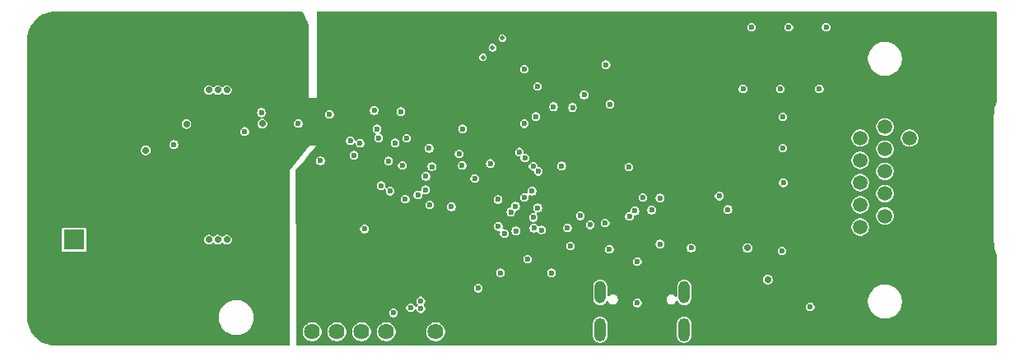
<source format=gbr>
%TF.GenerationSoftware,KiCad,Pcbnew,9.0.0*%
%TF.CreationDate,2025-07-20T20:19:10+01:00*%
%TF.ProjectId,Navigator,4e617669-6761-4746-9f72-2e6b69636164,rev?*%
%TF.SameCoordinates,Original*%
%TF.FileFunction,Copper,L2,Inr*%
%TF.FilePolarity,Positive*%
%FSLAX46Y46*%
G04 Gerber Fmt 4.6, Leading zero omitted, Abs format (unit mm)*
G04 Created by KiCad (PCBNEW 9.0.0) date 2025-07-20 20:19:10*
%MOMM*%
%LPD*%
G01*
G04 APERTURE LIST*
%TA.AperFunction,ComponentPad*%
%ADD10C,1.500000*%
%TD*%
%TA.AperFunction,ComponentPad*%
%ADD11R,2.100000X2.100000*%
%TD*%
%TA.AperFunction,ComponentPad*%
%ADD12C,2.400000*%
%TD*%
%TA.AperFunction,ComponentPad*%
%ADD13O,1.158000X2.316000*%
%TD*%
%TA.AperFunction,ComponentPad*%
%ADD14O,1.200000X2.400000*%
%TD*%
%TA.AperFunction,ComponentPad*%
%ADD15C,1.625600*%
%TD*%
%TA.AperFunction,ViaPad*%
%ADD16C,0.700000*%
%TD*%
%TA.AperFunction,ViaPad*%
%ADD17C,0.600000*%
%TD*%
%TA.AperFunction,ViaPad*%
%ADD18C,0.500000*%
%TD*%
G04 APERTURE END LIST*
D10*
%TO.N,+3.3V*%
%TO.C,DSUB1*%
X185980000Y-87500000D03*
%TO.N,+5V*%
X185980000Y-85210000D03*
%TO.N,/V4*%
X185980000Y-82920000D03*
%TO.N,/V2*%
X185980000Y-80630000D03*
%TO.N,/V1*%
X185980000Y-78340000D03*
%TO.N,/V8*%
X188520000Y-86355000D03*
%TO.N,/V16*%
X188520000Y-84065000D03*
%TO.N,/V32*%
X188520000Y-81775000D03*
%TO.N,/Iout_PYRO1*%
X188520000Y-79485000D03*
%TO.N,/Iout_PYRO2*%
X188520000Y-77195000D03*
%TO.N,GND*%
X191060000Y-87500000D03*
X191060000Y-85210000D03*
X191060000Y-82920000D03*
X191060000Y-80630000D03*
%TO.N,/Iout_PYRO3*%
X191060000Y-78340000D03*
%TD*%
D11*
%TO.N,/RF*%
%TO.C,J2*%
X105120000Y-88810000D03*
D12*
%TO.N,GND*%
X107695000Y-91385000D03*
X107695000Y-86235000D03*
X102545000Y-86235000D03*
X102545000Y-91385000D03*
%TD*%
D13*
%TO.N,unconnected-(J5-SHIELD-PadS1)_3*%
%TO.C,J5*%
X159224856Y-94223499D03*
%TO.N,unconnected-(J5-SHIELD-PadS1)_2*%
X167864856Y-94223499D03*
D14*
%TO.N,unconnected-(J5-SHIELD-PadS1)*%
X159224856Y-98048499D03*
%TO.N,unconnected-(J5-SHIELD-PadS1)_1*%
X167864856Y-98048499D03*
%TD*%
D15*
%TO.N,+5V*%
%TO.C,J1*%
X142300000Y-98287000D03*
%TO.N,GND*%
X139760000Y-98287000D03*
%TO.N,/OBC TX UART*%
X137220000Y-98287000D03*
%TO.N,/OBC RX UART*%
X134680000Y-98287000D03*
%TO.N,/OBC CTS UART*%
X132140000Y-98287000D03*
%TO.N,/OBC RTS UART*%
X129600000Y-98287000D03*
%TD*%
D16*
%TO.N,VBAT*%
X120830000Y-88800000D03*
X118980000Y-88800000D03*
X120830000Y-73400000D03*
X119905000Y-73400000D03*
X118980000Y-73400000D03*
X119905000Y-88800000D03*
D17*
%TO.N,VBUS*%
X163044856Y-91048499D03*
X163044856Y-95310000D03*
%TO.N,/OBC TX UART*%
X140774856Y-95898499D03*
X149374856Y-88160000D03*
%TO.N,/OBC RTS UART*%
X146674856Y-93798499D03*
X150548231Y-87898499D03*
%TO.N,/OBC RX UART*%
X148743269Y-87433269D03*
X140774856Y-95098499D03*
%TO.N,/OBC CTS UART*%
X137959857Y-96324354D03*
X150520000Y-85360000D03*
%TO.N,+3.3V*%
X130458500Y-80678583D03*
X148974856Y-92198499D03*
X180824856Y-95698499D03*
D16*
X124480000Y-76850000D03*
D17*
X157174856Y-86348499D03*
X128180000Y-76821500D03*
X165374856Y-89248499D03*
X159741469Y-87061469D03*
X159824856Y-70795000D03*
D16*
X116674856Y-76900000D03*
D17*
X131380000Y-75900000D03*
X160174856Y-89798499D03*
X162174781Y-81314781D03*
X168574856Y-89655496D03*
D16*
X112480000Y-79600000D03*
D17*
X165374856Y-84498499D03*
X154219902Y-92203453D03*
%TO.N,/MISO SPI*%
X136280000Y-77400000D03*
X144720000Y-79960000D03*
X138720000Y-75610000D03*
%TO.N,/SCK SPI*%
X141630000Y-79396000D03*
X145030000Y-81150000D03*
%TO.N,GND*%
X149157743Y-83209717D03*
X148310212Y-82393854D03*
X141024310Y-87077651D03*
X139820000Y-75660000D03*
D16*
X118274856Y-80848499D03*
D17*
X168774856Y-87298499D03*
X145020000Y-88800000D03*
X148720000Y-68610000D03*
X136070000Y-79010000D03*
X178014069Y-83689315D03*
X134870000Y-80110000D03*
X147662132Y-69525000D03*
X115370000Y-78210000D03*
X173698802Y-66912799D03*
X146724856Y-94560000D03*
X140970000Y-78910000D03*
X164520000Y-86510000D03*
X126830000Y-75678500D03*
X153844160Y-88335840D03*
X148674856Y-92948499D03*
X111274856Y-78198499D03*
X137574856Y-84598499D03*
X133891001Y-81900000D03*
X139920000Y-89860000D03*
X138870000Y-79010000D03*
X156878968Y-83702611D03*
X136270000Y-76610000D03*
X149974856Y-84098499D03*
X141034310Y-86392651D03*
X149974856Y-86948499D03*
X111230000Y-83750000D03*
D16*
X122374856Y-82448499D03*
D17*
X135970000Y-86510000D03*
X138020000Y-81410000D03*
X147424856Y-83548499D03*
X149970000Y-88710000D03*
X149970243Y-82397218D03*
X139133499Y-73103499D03*
X150824857Y-83248498D03*
D16*
X121524856Y-86348499D03*
D17*
X154988224Y-77791776D03*
X156770000Y-87760000D03*
X151970000Y-75710000D03*
X151585000Y-87410000D03*
X142702917Y-92614338D03*
X122124856Y-81598499D03*
X142020000Y-87810710D03*
X155888224Y-78691776D03*
X143920000Y-79510000D03*
X171374857Y-90798499D03*
D16*
X118024856Y-84448499D03*
D17*
X170324856Y-86348499D03*
X164844854Y-90252549D03*
D16*
X121974856Y-79348499D03*
D17*
X122274856Y-83548499D03*
X137920000Y-77060000D03*
X141320000Y-91310000D03*
X155774067Y-91855933D03*
X150174856Y-92798499D03*
X134420000Y-85860000D03*
D16*
X121724856Y-84448499D03*
D17*
X168774856Y-86348499D03*
X117674856Y-81598499D03*
X163044856Y-88238499D03*
X139334929Y-83845071D03*
X181367201Y-66912799D03*
X149820000Y-96660000D03*
X148470000Y-80360000D03*
X178020000Y-80110003D03*
X141630000Y-76428499D03*
X166644856Y-92952547D03*
X179266856Y-89590499D03*
X149142712Y-81561354D03*
X157828968Y-82752611D03*
X140420000Y-83448499D03*
X158765431Y-88879283D03*
X140430000Y-76428499D03*
X142930000Y-76428499D03*
X172374856Y-86460000D03*
X117524856Y-83548499D03*
D16*
X121524856Y-80848499D03*
D17*
X153420000Y-72610000D03*
X145720000Y-89610000D03*
D16*
X116024856Y-83148499D03*
D17*
X145896776Y-87983224D03*
X141720000Y-86010000D03*
X153970000Y-74460000D03*
X125733100Y-74700000D03*
D16*
X122674856Y-85698499D03*
D17*
X144320000Y-77410000D03*
X173436159Y-90487837D03*
X147620000Y-96660000D03*
D16*
X123124856Y-80248499D03*
D17*
X176814124Y-73260000D03*
X155120000Y-88060000D03*
D16*
X117424856Y-82448499D03*
D17*
X157020000Y-73310000D03*
X131380000Y-77100000D03*
X168624856Y-84698499D03*
D18*
X169320000Y-81810000D03*
D16*
X117224856Y-85698499D03*
D17*
X158624856Y-86048499D03*
X144380000Y-78200000D03*
X156924856Y-75760000D03*
X144626309Y-85662253D03*
X126480000Y-72450000D03*
D16*
X123774856Y-81498499D03*
D17*
X151674857Y-82398498D03*
D16*
X124614856Y-89738499D03*
X118224856Y-86348499D03*
D17*
X156024856Y-68753499D03*
X132620000Y-78460000D03*
X172969999Y-73260000D03*
X115180000Y-89750000D03*
X156738224Y-79541776D03*
X133918101Y-75110000D03*
X149581722Y-67493883D03*
X178020000Y-76910003D03*
X123520000Y-77610000D03*
X155370000Y-89010000D03*
D16*
X116424856Y-84548499D03*
X123924856Y-83148499D03*
D17*
X125848690Y-73818690D03*
X124370000Y-74910000D03*
X182333356Y-90487837D03*
X132780000Y-79856999D03*
X114224856Y-83208499D03*
X150370000Y-71410000D03*
X136620000Y-75910000D03*
X142120000Y-82260000D03*
X180670000Y-73260000D03*
X170174858Y-90798495D03*
X142845853Y-81227502D03*
X135920000Y-95810000D03*
X115180000Y-87550000D03*
D16*
X123524856Y-84548499D03*
X117974856Y-79348499D03*
D17*
X173270000Y-85010000D03*
D16*
X108530000Y-81150000D03*
D17*
X144320000Y-88010000D03*
X150620000Y-76860000D03*
X169574856Y-86826998D03*
X136679999Y-88000000D03*
X144680000Y-90649999D03*
X152480840Y-88549160D03*
X177508000Y-66912799D03*
X160474856Y-72548499D03*
X160444856Y-92952547D03*
X161244856Y-90252549D03*
X144470000Y-81760000D03*
D16*
X116224856Y-81498499D03*
X149924856Y-74605000D03*
D17*
X149975212Y-80728854D03*
X152720000Y-83210000D03*
X154849856Y-96173499D03*
X141070000Y-88760000D03*
X149180000Y-75200000D03*
X154489020Y-85374339D03*
D16*
X116874856Y-80248499D03*
D17*
X177874856Y-90760000D03*
X170324856Y-87298499D03*
X137930000Y-73656998D03*
X143060000Y-86770711D03*
X143655000Y-91675000D03*
X150782743Y-81584717D03*
X142070000Y-83660000D03*
X170884778Y-94882832D03*
%TO.N,/HUM ~{CS} SPI*%
X137470000Y-80700000D03*
X133891001Y-80100000D03*
%TO.N,/MOSI SPI*%
X139320000Y-78360000D03*
X134530000Y-78850000D03*
X136430000Y-78325000D03*
X141905000Y-81275000D03*
%TO.N,Net-(MCU1-VREG_VOUT)*%
X148730000Y-84660000D03*
X151480000Y-80400000D03*
X155270000Y-81210000D03*
%TO.N,Net-(MCU1-RUN)*%
X150030000Y-85950000D03*
X151774856Y-90798499D03*
%TO.N,/BAR2 RDY*%
X153185824Y-87794176D03*
X152805000Y-85525000D03*
%TO.N,/INT GPS*%
X115380000Y-79000000D03*
X124374856Y-75698499D03*
X122670000Y-77660000D03*
X147920000Y-80960000D03*
%TO.N,/Green Status*%
X164524856Y-85748499D03*
X177920000Y-89960000D03*
%TO.N,/Red Status*%
X172374856Y-85698499D03*
X163624856Y-84448499D03*
%TO.N,+5V*%
X171474856Y-84298499D03*
D16*
X174374856Y-89655496D03*
X176474856Y-92898499D03*
D17*
X139723958Y-95798499D03*
X160220000Y-74860000D03*
%TO.N,/RP2040 Standard/MCU ~{CS} SPI*%
X151430000Y-71250000D03*
X151430000Y-76850000D03*
%TO.N,/INT1 BOSH IMU*%
X135980000Y-75500000D03*
X145080000Y-77400000D03*
%TO.N,/RP2040 Standard/USB_D+*%
X152339668Y-81229668D03*
X162801075Y-85828925D03*
%TO.N,/RP2040 Standard/MCU SD3 SPI*%
X150905000Y-79775000D03*
X154430000Y-75100000D03*
%TO.N,/IMU1 ~{CS} SPI*%
X152224856Y-83798499D03*
X133520000Y-78610000D03*
X138874856Y-81148499D03*
X141274856Y-83660000D03*
%TO.N,/MAG ~{CS} SPI*%
X141303179Y-82276821D03*
X138139518Y-78839999D03*
%TO.N,/RP2040 Standard/USB_D-*%
X152870000Y-81760000D03*
X162238925Y-86391075D03*
%TO.N,/RP2040 Standard/MCU SCLK SPI*%
X156380000Y-75200000D03*
X157580000Y-73900000D03*
%TO.N,/BAR1 RDY*%
X151420000Y-84460000D03*
X155869823Y-87593466D03*
%TO.N,/SCL0 I2C*%
X156153178Y-89451821D03*
X152414146Y-87614289D03*
X158206564Y-87260000D03*
X152370000Y-86510000D03*
%TO.N,/SCL1 I2C*%
X139170000Y-84609789D03*
X137620000Y-83798499D03*
%TO.N,/SDA1 I2C*%
X140474856Y-84198499D03*
X136687442Y-83232426D03*
%TO.N,/INT1 ST IMU*%
X143920000Y-85410000D03*
X141674856Y-85198499D03*
X146324856Y-82498499D03*
X134980000Y-87700000D03*
%TO.N,/RP2040 Standard/MCU SD1 SPI*%
X152770000Y-73010000D03*
X152605000Y-76125000D03*
%TO.N,/PYRO1*%
X174804400Y-66912799D03*
D18*
X147163147Y-70015936D03*
D17*
%TO.N,/PYRO2*%
X178620000Y-66912799D03*
D18*
X148153883Y-69021722D03*
%TO.N,/PYRO3*%
X149170000Y-68060000D03*
D17*
X182470000Y-66912799D03*
%TO.N,/V4*%
X178070000Y-82941400D03*
%TO.N,/Iout_PYRO2*%
X177770000Y-73260000D03*
%TO.N,/Iout_PYRO3*%
X181770000Y-73260000D03*
%TO.N,/Iout_PYRO1*%
X173920000Y-73260000D03*
%TO.N,/V1*%
X178020000Y-76160000D03*
%TO.N,/V2*%
X178020000Y-79360000D03*
%TD*%
%TA.AperFunction,Conductor*%
%TO.N,GND*%
G36*
X128590653Y-65320185D02*
G01*
X128634523Y-65369046D01*
X128636495Y-65372989D01*
X128742488Y-65584975D01*
X128914523Y-65929045D01*
X129022552Y-66145103D01*
X129123397Y-66346793D01*
X129181150Y-66462299D01*
X129196501Y-66493001D01*
X129236909Y-66573818D01*
X129250000Y-66629272D01*
X129250000Y-74200000D01*
X130050000Y-74200000D01*
X130050000Y-73840691D01*
X157129500Y-73840691D01*
X157129500Y-73959309D01*
X157160201Y-74073886D01*
X157219511Y-74176613D01*
X157303387Y-74260489D01*
X157406114Y-74319799D01*
X157520691Y-74350500D01*
X157520694Y-74350500D01*
X157639306Y-74350500D01*
X157639309Y-74350500D01*
X157753886Y-74319799D01*
X157856613Y-74260489D01*
X157940489Y-74176613D01*
X157999799Y-74073886D01*
X158030500Y-73959309D01*
X158030500Y-73840691D01*
X157999799Y-73726114D01*
X157940489Y-73623387D01*
X157856613Y-73539511D01*
X157753886Y-73480201D01*
X157639309Y-73449500D01*
X157520691Y-73449500D01*
X157406114Y-73480201D01*
X157406112Y-73480201D01*
X157406112Y-73480202D01*
X157303387Y-73539511D01*
X157303384Y-73539513D01*
X157219513Y-73623384D01*
X157219511Y-73623387D01*
X157160201Y-73726114D01*
X157129500Y-73840691D01*
X130050000Y-73840691D01*
X130050000Y-72950691D01*
X152319500Y-72950691D01*
X152319500Y-73069309D01*
X152350201Y-73183886D01*
X152409511Y-73286613D01*
X152493387Y-73370489D01*
X152596114Y-73429799D01*
X152710691Y-73460500D01*
X152710694Y-73460500D01*
X152829306Y-73460500D01*
X152829309Y-73460500D01*
X152943886Y-73429799D01*
X153046613Y-73370489D01*
X153130489Y-73286613D01*
X153180097Y-73200691D01*
X173469500Y-73200691D01*
X173469500Y-73319309D01*
X173500201Y-73433886D01*
X173559511Y-73536613D01*
X173643387Y-73620489D01*
X173746114Y-73679799D01*
X173860691Y-73710500D01*
X173860694Y-73710500D01*
X173979306Y-73710500D01*
X173979309Y-73710500D01*
X174093886Y-73679799D01*
X174196613Y-73620489D01*
X174280489Y-73536613D01*
X174339799Y-73433886D01*
X174370500Y-73319309D01*
X174370500Y-73200691D01*
X177319500Y-73200691D01*
X177319500Y-73319309D01*
X177350201Y-73433886D01*
X177409511Y-73536613D01*
X177493387Y-73620489D01*
X177596114Y-73679799D01*
X177710691Y-73710500D01*
X177710694Y-73710500D01*
X177829306Y-73710500D01*
X177829309Y-73710500D01*
X177943886Y-73679799D01*
X178046613Y-73620489D01*
X178130489Y-73536613D01*
X178189799Y-73433886D01*
X178220500Y-73319309D01*
X178220500Y-73200691D01*
X181319500Y-73200691D01*
X181319500Y-73319309D01*
X181350201Y-73433886D01*
X181409511Y-73536613D01*
X181493387Y-73620489D01*
X181596114Y-73679799D01*
X181710691Y-73710500D01*
X181710694Y-73710500D01*
X181829306Y-73710500D01*
X181829309Y-73710500D01*
X181943886Y-73679799D01*
X182046613Y-73620489D01*
X182130489Y-73536613D01*
X182189799Y-73433886D01*
X182220500Y-73319309D01*
X182220500Y-73200691D01*
X182189799Y-73086114D01*
X182130489Y-72983387D01*
X182046613Y-72899511D01*
X181943886Y-72840201D01*
X181829309Y-72809500D01*
X181710691Y-72809500D01*
X181596114Y-72840201D01*
X181596112Y-72840201D01*
X181596112Y-72840202D01*
X181493387Y-72899511D01*
X181493384Y-72899513D01*
X181409513Y-72983384D01*
X181409511Y-72983387D01*
X181359905Y-73069307D01*
X181350201Y-73086114D01*
X181319500Y-73200691D01*
X178220500Y-73200691D01*
X178189799Y-73086114D01*
X178130489Y-72983387D01*
X178046613Y-72899511D01*
X177943886Y-72840201D01*
X177829309Y-72809500D01*
X177710691Y-72809500D01*
X177596114Y-72840201D01*
X177596112Y-72840201D01*
X177596112Y-72840202D01*
X177493387Y-72899511D01*
X177493384Y-72899513D01*
X177409513Y-72983384D01*
X177409511Y-72983387D01*
X177359905Y-73069307D01*
X177350201Y-73086114D01*
X177319500Y-73200691D01*
X174370500Y-73200691D01*
X174339799Y-73086114D01*
X174280489Y-72983387D01*
X174196613Y-72899511D01*
X174093886Y-72840201D01*
X173979309Y-72809500D01*
X173860691Y-72809500D01*
X173746114Y-72840201D01*
X173746112Y-72840201D01*
X173746112Y-72840202D01*
X173643387Y-72899511D01*
X173643384Y-72899513D01*
X173559513Y-72983384D01*
X173559511Y-72983387D01*
X173509905Y-73069307D01*
X173500201Y-73086114D01*
X173469500Y-73200691D01*
X153180097Y-73200691D01*
X153189799Y-73183886D01*
X153220500Y-73069309D01*
X153220500Y-72950691D01*
X153189799Y-72836114D01*
X153130489Y-72733387D01*
X153046613Y-72649511D01*
X152943886Y-72590201D01*
X152829309Y-72559500D01*
X152710691Y-72559500D01*
X152596114Y-72590201D01*
X152596112Y-72590201D01*
X152596112Y-72590202D01*
X152493387Y-72649511D01*
X152493384Y-72649513D01*
X152409513Y-72733384D01*
X152409511Y-72733387D01*
X152350201Y-72836114D01*
X152319500Y-72950691D01*
X130050000Y-72950691D01*
X130050000Y-71190691D01*
X150979500Y-71190691D01*
X150979500Y-71309309D01*
X151010201Y-71423886D01*
X151069511Y-71526613D01*
X151153387Y-71610489D01*
X151256114Y-71669799D01*
X151370691Y-71700500D01*
X151370694Y-71700500D01*
X151489306Y-71700500D01*
X151489309Y-71700500D01*
X151603886Y-71669799D01*
X151706613Y-71610489D01*
X151790489Y-71526613D01*
X151849799Y-71423886D01*
X151880500Y-71309309D01*
X151880500Y-71190691D01*
X151849799Y-71076114D01*
X151790489Y-70973387D01*
X151706613Y-70889511D01*
X151603886Y-70830201D01*
X151489309Y-70799500D01*
X151370691Y-70799500D01*
X151256114Y-70830201D01*
X151256112Y-70830201D01*
X151256112Y-70830202D01*
X151153387Y-70889511D01*
X151153384Y-70889513D01*
X151069513Y-70973384D01*
X151069511Y-70973387D01*
X151012799Y-71071615D01*
X151010201Y-71076114D01*
X150979500Y-71190691D01*
X130050000Y-71190691D01*
X130050000Y-70735691D01*
X159374356Y-70735691D01*
X159374356Y-70854309D01*
X159405057Y-70968886D01*
X159464367Y-71071613D01*
X159548243Y-71155489D01*
X159650970Y-71214799D01*
X159765547Y-71245500D01*
X159765550Y-71245500D01*
X159884162Y-71245500D01*
X159884165Y-71245500D01*
X159998742Y-71214799D01*
X160101469Y-71155489D01*
X160185345Y-71071613D01*
X160244655Y-70968886D01*
X160275356Y-70854309D01*
X160275356Y-70735691D01*
X160244655Y-70621114D01*
X160185345Y-70518387D01*
X160101469Y-70434511D01*
X159998742Y-70375201D01*
X159884165Y-70344500D01*
X159765547Y-70344500D01*
X159650970Y-70375201D01*
X159650968Y-70375201D01*
X159650968Y-70375202D01*
X159548243Y-70434511D01*
X159548240Y-70434513D01*
X159464369Y-70518384D01*
X159464367Y-70518387D01*
X159405057Y-70621114D01*
X159374356Y-70735691D01*
X130050000Y-70735691D01*
X130050000Y-69963209D01*
X146762647Y-69963209D01*
X146762647Y-70068663D01*
X146789940Y-70170523D01*
X146842667Y-70261849D01*
X146917234Y-70336416D01*
X147008560Y-70389143D01*
X147110420Y-70416436D01*
X147110422Y-70416436D01*
X147215872Y-70416436D01*
X147215874Y-70416436D01*
X147317734Y-70389143D01*
X147409060Y-70336416D01*
X147483627Y-70261849D01*
X147536354Y-70170523D01*
X147563647Y-70068663D01*
X147563647Y-70044258D01*
X186769500Y-70044258D01*
X186769500Y-70273741D01*
X186784694Y-70389141D01*
X186799452Y-70501238D01*
X186858842Y-70722887D01*
X186946650Y-70934876D01*
X186946656Y-70934888D01*
X187041694Y-71099500D01*
X187061392Y-71133617D01*
X187201081Y-71315661D01*
X187201089Y-71315670D01*
X187363330Y-71477911D01*
X187363338Y-71477918D01*
X187545382Y-71617607D01*
X187545385Y-71617608D01*
X187545388Y-71617611D01*
X187744112Y-71732344D01*
X187744117Y-71732346D01*
X187744123Y-71732349D01*
X187835480Y-71770190D01*
X187956113Y-71820158D01*
X188177762Y-71879548D01*
X188405266Y-71909500D01*
X188405273Y-71909500D01*
X188634727Y-71909500D01*
X188634734Y-71909500D01*
X188862238Y-71879548D01*
X189083887Y-71820158D01*
X189295888Y-71732344D01*
X189494612Y-71617611D01*
X189676661Y-71477919D01*
X189676665Y-71477914D01*
X189676670Y-71477911D01*
X189838911Y-71315670D01*
X189838914Y-71315665D01*
X189838919Y-71315661D01*
X189978611Y-71133612D01*
X190093344Y-70934888D01*
X190181158Y-70722887D01*
X190240548Y-70501238D01*
X190270500Y-70273734D01*
X190270500Y-70044266D01*
X190240548Y-69816762D01*
X190181158Y-69595113D01*
X190098239Y-69394929D01*
X190093349Y-69383123D01*
X190093346Y-69383117D01*
X190093344Y-69383112D01*
X189978611Y-69184388D01*
X189978608Y-69184385D01*
X189978607Y-69184382D01*
X189838918Y-69002338D01*
X189838911Y-69002330D01*
X189676670Y-68840089D01*
X189676661Y-68840081D01*
X189494617Y-68700392D01*
X189295890Y-68585657D01*
X189295876Y-68585650D01*
X189083887Y-68497842D01*
X188862238Y-68438452D01*
X188822384Y-68433205D01*
X188634741Y-68408500D01*
X188634734Y-68408500D01*
X188405266Y-68408500D01*
X188405258Y-68408500D01*
X188188715Y-68437009D01*
X188177762Y-68438452D01*
X188095481Y-68460499D01*
X187956112Y-68497842D01*
X187744123Y-68585650D01*
X187744109Y-68585657D01*
X187545382Y-68700392D01*
X187363338Y-68840081D01*
X187201081Y-69002338D01*
X187061392Y-69184382D01*
X186946657Y-69383109D01*
X186946650Y-69383123D01*
X186858842Y-69595112D01*
X186799453Y-69816759D01*
X186799451Y-69816770D01*
X186769500Y-70044258D01*
X147563647Y-70044258D01*
X147563647Y-69963209D01*
X147536354Y-69861349D01*
X147483627Y-69770023D01*
X147409060Y-69695456D01*
X147317734Y-69642729D01*
X147215874Y-69615436D01*
X147110420Y-69615436D01*
X147008560Y-69642729D01*
X147008557Y-69642730D01*
X146917232Y-69695457D01*
X146842668Y-69770021D01*
X146789941Y-69861346D01*
X146789940Y-69861349D01*
X146762647Y-69963209D01*
X130050000Y-69963209D01*
X130050000Y-68968995D01*
X147753383Y-68968995D01*
X147753383Y-69074449D01*
X147780676Y-69176309D01*
X147833403Y-69267635D01*
X147907970Y-69342202D01*
X147999296Y-69394929D01*
X148101156Y-69422222D01*
X148101158Y-69422222D01*
X148206608Y-69422222D01*
X148206610Y-69422222D01*
X148308470Y-69394929D01*
X148399796Y-69342202D01*
X148474363Y-69267635D01*
X148527090Y-69176309D01*
X148554383Y-69074449D01*
X148554383Y-68968995D01*
X148527090Y-68867135D01*
X148474363Y-68775809D01*
X148399796Y-68701242D01*
X148308470Y-68648515D01*
X148206610Y-68621222D01*
X148101156Y-68621222D01*
X147999296Y-68648515D01*
X147999293Y-68648516D01*
X147907968Y-68701243D01*
X147833404Y-68775807D01*
X147780677Y-68867132D01*
X147780676Y-68867135D01*
X147753383Y-68968995D01*
X130050000Y-68968995D01*
X130050000Y-68007273D01*
X148769500Y-68007273D01*
X148769500Y-68112727D01*
X148796793Y-68214587D01*
X148849520Y-68305913D01*
X148924087Y-68380480D01*
X149015413Y-68433207D01*
X149117273Y-68460500D01*
X149117275Y-68460500D01*
X149222725Y-68460500D01*
X149222727Y-68460500D01*
X149324587Y-68433207D01*
X149415913Y-68380480D01*
X149490480Y-68305913D01*
X149543207Y-68214587D01*
X149570500Y-68112727D01*
X149570500Y-68007273D01*
X149543207Y-67905413D01*
X149490480Y-67814087D01*
X149415913Y-67739520D01*
X149324587Y-67686793D01*
X149222727Y-67659500D01*
X149117273Y-67659500D01*
X149015413Y-67686793D01*
X149015410Y-67686794D01*
X148924085Y-67739521D01*
X148849521Y-67814085D01*
X148796794Y-67905410D01*
X148796793Y-67905413D01*
X148769500Y-68007273D01*
X130050000Y-68007273D01*
X130050000Y-66853490D01*
X174353900Y-66853490D01*
X174353900Y-66972108D01*
X174384601Y-67086685D01*
X174443911Y-67189412D01*
X174527787Y-67273288D01*
X174630514Y-67332598D01*
X174745091Y-67363299D01*
X174745094Y-67363299D01*
X174863706Y-67363299D01*
X174863709Y-67363299D01*
X174978286Y-67332598D01*
X175081013Y-67273288D01*
X175164889Y-67189412D01*
X175224199Y-67086685D01*
X175254900Y-66972108D01*
X175254900Y-66853490D01*
X178169500Y-66853490D01*
X178169500Y-66972108D01*
X178200201Y-67086685D01*
X178259511Y-67189412D01*
X178343387Y-67273288D01*
X178446114Y-67332598D01*
X178560691Y-67363299D01*
X178560694Y-67363299D01*
X178679306Y-67363299D01*
X178679309Y-67363299D01*
X178793886Y-67332598D01*
X178896613Y-67273288D01*
X178980489Y-67189412D01*
X179039799Y-67086685D01*
X179070500Y-66972108D01*
X179070500Y-66853490D01*
X182019500Y-66853490D01*
X182019500Y-66972108D01*
X182050201Y-67086685D01*
X182109511Y-67189412D01*
X182193387Y-67273288D01*
X182296114Y-67332598D01*
X182410691Y-67363299D01*
X182410694Y-67363299D01*
X182529306Y-67363299D01*
X182529309Y-67363299D01*
X182643886Y-67332598D01*
X182746613Y-67273288D01*
X182830489Y-67189412D01*
X182889799Y-67086685D01*
X182920500Y-66972108D01*
X182920500Y-66853490D01*
X182889799Y-66738913D01*
X182830489Y-66636186D01*
X182746613Y-66552310D01*
X182643886Y-66493000D01*
X182529309Y-66462299D01*
X182410691Y-66462299D01*
X182296114Y-66493000D01*
X182296112Y-66493000D01*
X182296112Y-66493001D01*
X182193387Y-66552310D01*
X182193384Y-66552312D01*
X182109513Y-66636183D01*
X182109511Y-66636186D01*
X182050201Y-66738913D01*
X182019500Y-66853490D01*
X179070500Y-66853490D01*
X179039799Y-66738913D01*
X178980489Y-66636186D01*
X178896613Y-66552310D01*
X178793886Y-66493000D01*
X178679309Y-66462299D01*
X178560691Y-66462299D01*
X178446114Y-66493000D01*
X178446112Y-66493000D01*
X178446112Y-66493001D01*
X178343387Y-66552310D01*
X178343384Y-66552312D01*
X178259513Y-66636183D01*
X178259511Y-66636186D01*
X178200201Y-66738913D01*
X178169500Y-66853490D01*
X175254900Y-66853490D01*
X175224199Y-66738913D01*
X175164889Y-66636186D01*
X175081013Y-66552310D01*
X174978286Y-66493000D01*
X174863709Y-66462299D01*
X174745091Y-66462299D01*
X174630514Y-66493000D01*
X174630512Y-66493000D01*
X174630512Y-66493001D01*
X174527787Y-66552310D01*
X174527784Y-66552312D01*
X174443913Y-66636183D01*
X174443911Y-66636186D01*
X174384601Y-66738913D01*
X174353900Y-66853490D01*
X130050000Y-66853490D01*
X130050000Y-65424500D01*
X130069685Y-65357461D01*
X130122489Y-65311706D01*
X130174000Y-65300500D01*
X199876000Y-65300500D01*
X199943039Y-65320185D01*
X199988794Y-65372989D01*
X200000000Y-65424500D01*
X200000000Y-74619484D01*
X199993281Y-74659747D01*
X199915516Y-74886268D01*
X199915513Y-74886276D01*
X199915512Y-74886282D01*
X199866405Y-75080201D01*
X199807876Y-75311325D01*
X199807875Y-75311329D01*
X199735707Y-75743811D01*
X199735706Y-75743817D01*
X199699500Y-76180759D01*
X199699500Y-88819240D01*
X199735706Y-89256182D01*
X199735707Y-89256188D01*
X199806993Y-89683387D01*
X199807876Y-89688674D01*
X199915512Y-90113718D01*
X199915514Y-90113725D01*
X199915516Y-90113731D01*
X199993281Y-90340252D01*
X200000000Y-90380515D01*
X200000000Y-99575500D01*
X199980315Y-99642539D01*
X199927511Y-99688294D01*
X199876000Y-99699500D01*
X128121682Y-99699500D01*
X128054643Y-99679815D01*
X128008888Y-99627011D01*
X127997684Y-99576178D01*
X127993811Y-98867406D01*
X127990121Y-98192118D01*
X128636700Y-98192118D01*
X128636700Y-98381881D01*
X128673717Y-98567976D01*
X128673719Y-98567984D01*
X128746333Y-98743291D01*
X128746338Y-98743300D01*
X128851755Y-98901067D01*
X128851758Y-98901071D01*
X128985928Y-99035241D01*
X128985932Y-99035244D01*
X129143699Y-99140661D01*
X129143705Y-99140664D01*
X129143706Y-99140665D01*
X129319016Y-99213281D01*
X129505118Y-99250299D01*
X129505121Y-99250300D01*
X129505123Y-99250300D01*
X129694879Y-99250300D01*
X129694880Y-99250299D01*
X129880984Y-99213281D01*
X130056294Y-99140665D01*
X130214068Y-99035244D01*
X130348244Y-98901068D01*
X130453665Y-98743294D01*
X130526281Y-98567984D01*
X130563300Y-98381877D01*
X130563300Y-98192123D01*
X130563300Y-98192120D01*
X130563299Y-98192118D01*
X131176700Y-98192118D01*
X131176700Y-98381881D01*
X131213717Y-98567976D01*
X131213719Y-98567984D01*
X131286333Y-98743291D01*
X131286338Y-98743300D01*
X131391755Y-98901067D01*
X131391758Y-98901071D01*
X131525928Y-99035241D01*
X131525932Y-99035244D01*
X131683699Y-99140661D01*
X131683705Y-99140664D01*
X131683706Y-99140665D01*
X131859016Y-99213281D01*
X132045118Y-99250299D01*
X132045121Y-99250300D01*
X132045123Y-99250300D01*
X132234879Y-99250300D01*
X132234880Y-99250299D01*
X132420984Y-99213281D01*
X132596294Y-99140665D01*
X132754068Y-99035244D01*
X132888244Y-98901068D01*
X132993665Y-98743294D01*
X133066281Y-98567984D01*
X133103300Y-98381877D01*
X133103300Y-98192123D01*
X133103300Y-98192120D01*
X133103299Y-98192118D01*
X133716700Y-98192118D01*
X133716700Y-98381881D01*
X133753717Y-98567976D01*
X133753719Y-98567984D01*
X133826333Y-98743291D01*
X133826338Y-98743300D01*
X133931755Y-98901067D01*
X133931758Y-98901071D01*
X134065928Y-99035241D01*
X134065932Y-99035244D01*
X134223699Y-99140661D01*
X134223705Y-99140664D01*
X134223706Y-99140665D01*
X134399016Y-99213281D01*
X134585118Y-99250299D01*
X134585121Y-99250300D01*
X134585123Y-99250300D01*
X134774879Y-99250300D01*
X134774880Y-99250299D01*
X134960984Y-99213281D01*
X135136294Y-99140665D01*
X135294068Y-99035244D01*
X135428244Y-98901068D01*
X135533665Y-98743294D01*
X135606281Y-98567984D01*
X135643300Y-98381877D01*
X135643300Y-98192123D01*
X135643300Y-98192120D01*
X135643299Y-98192118D01*
X136256700Y-98192118D01*
X136256700Y-98381881D01*
X136293717Y-98567976D01*
X136293719Y-98567984D01*
X136366333Y-98743291D01*
X136366338Y-98743300D01*
X136471755Y-98901067D01*
X136471758Y-98901071D01*
X136605928Y-99035241D01*
X136605932Y-99035244D01*
X136763699Y-99140661D01*
X136763705Y-99140664D01*
X136763706Y-99140665D01*
X136939016Y-99213281D01*
X137125118Y-99250299D01*
X137125121Y-99250300D01*
X137125123Y-99250300D01*
X137314879Y-99250300D01*
X137314880Y-99250299D01*
X137500984Y-99213281D01*
X137676294Y-99140665D01*
X137834068Y-99035244D01*
X137968244Y-98901068D01*
X138073665Y-98743294D01*
X138146281Y-98567984D01*
X138183300Y-98381877D01*
X138183300Y-98192123D01*
X138183300Y-98192120D01*
X138183299Y-98192118D01*
X141336700Y-98192118D01*
X141336700Y-98381881D01*
X141373717Y-98567976D01*
X141373719Y-98567984D01*
X141446333Y-98743291D01*
X141446338Y-98743300D01*
X141551755Y-98901067D01*
X141551758Y-98901071D01*
X141685928Y-99035241D01*
X141685932Y-99035244D01*
X141843699Y-99140661D01*
X141843705Y-99140664D01*
X141843706Y-99140665D01*
X142019016Y-99213281D01*
X142205118Y-99250299D01*
X142205121Y-99250300D01*
X142205123Y-99250300D01*
X142394879Y-99250300D01*
X142394880Y-99250299D01*
X142580984Y-99213281D01*
X142756294Y-99140665D01*
X142914068Y-99035244D01*
X143048244Y-98901068D01*
X143153665Y-98743294D01*
X143162312Y-98722419D01*
X158474355Y-98722419D01*
X158503196Y-98867406D01*
X158503199Y-98867416D01*
X158559768Y-99003987D01*
X158559775Y-99004000D01*
X158641904Y-99126914D01*
X158641907Y-99126918D01*
X158746436Y-99231447D01*
X158746440Y-99231450D01*
X158869354Y-99313579D01*
X158869367Y-99313586D01*
X159005938Y-99370155D01*
X159005943Y-99370157D01*
X159005947Y-99370157D01*
X159005948Y-99370158D01*
X159150935Y-99398999D01*
X159150938Y-99398999D01*
X159298776Y-99398999D01*
X159396318Y-99379595D01*
X159443769Y-99370157D01*
X159580351Y-99313583D01*
X159703272Y-99231450D01*
X159807807Y-99126915D01*
X159889940Y-99003994D01*
X159946514Y-98867412D01*
X159971202Y-98743300D01*
X159975356Y-98722419D01*
X167114355Y-98722419D01*
X167143196Y-98867406D01*
X167143199Y-98867416D01*
X167199768Y-99003987D01*
X167199775Y-99004000D01*
X167281904Y-99126914D01*
X167281907Y-99126918D01*
X167386436Y-99231447D01*
X167386440Y-99231450D01*
X167509354Y-99313579D01*
X167509367Y-99313586D01*
X167645938Y-99370155D01*
X167645943Y-99370157D01*
X167645947Y-99370157D01*
X167645948Y-99370158D01*
X167790935Y-99398999D01*
X167790938Y-99398999D01*
X167938776Y-99398999D01*
X168036318Y-99379595D01*
X168083769Y-99370157D01*
X168220351Y-99313583D01*
X168343272Y-99231450D01*
X168447807Y-99126915D01*
X168529940Y-99003994D01*
X168586514Y-98867412D01*
X168611202Y-98743300D01*
X168615356Y-98722419D01*
X168615356Y-97374578D01*
X168586515Y-97229591D01*
X168586514Y-97229590D01*
X168586514Y-97229586D01*
X168545888Y-97131506D01*
X168529943Y-97093010D01*
X168529936Y-97092997D01*
X168447807Y-96970083D01*
X168447804Y-96970079D01*
X168343275Y-96865550D01*
X168343271Y-96865547D01*
X168220357Y-96783418D01*
X168220344Y-96783411D01*
X168083773Y-96726842D01*
X168083763Y-96726839D01*
X167938776Y-96697999D01*
X167938774Y-96697999D01*
X167790938Y-96697999D01*
X167790936Y-96697999D01*
X167645948Y-96726839D01*
X167645938Y-96726842D01*
X167509367Y-96783411D01*
X167509354Y-96783418D01*
X167386440Y-96865547D01*
X167386436Y-96865550D01*
X167281907Y-96970079D01*
X167281904Y-96970083D01*
X167199775Y-97092997D01*
X167199768Y-97093010D01*
X167143199Y-97229581D01*
X167143196Y-97229591D01*
X167114356Y-97374578D01*
X167114356Y-97374581D01*
X167114356Y-98722417D01*
X167114356Y-98722419D01*
X167114355Y-98722419D01*
X159975356Y-98722419D01*
X159975356Y-97374578D01*
X159946515Y-97229591D01*
X159946514Y-97229590D01*
X159946514Y-97229586D01*
X159905888Y-97131506D01*
X159889943Y-97093010D01*
X159889936Y-97092997D01*
X159807807Y-96970083D01*
X159807804Y-96970079D01*
X159703275Y-96865550D01*
X159703271Y-96865547D01*
X159580357Y-96783418D01*
X159580344Y-96783411D01*
X159443773Y-96726842D01*
X159443763Y-96726839D01*
X159298776Y-96697999D01*
X159298774Y-96697999D01*
X159150938Y-96697999D01*
X159150936Y-96697999D01*
X159005948Y-96726839D01*
X159005938Y-96726842D01*
X158869367Y-96783411D01*
X158869354Y-96783418D01*
X158746440Y-96865547D01*
X158746436Y-96865550D01*
X158641907Y-96970079D01*
X158641904Y-96970083D01*
X158559775Y-97092997D01*
X158559768Y-97093010D01*
X158503199Y-97229581D01*
X158503196Y-97229591D01*
X158474356Y-97374578D01*
X158474356Y-97374581D01*
X158474356Y-98722417D01*
X158474356Y-98722419D01*
X158474355Y-98722419D01*
X143162312Y-98722419D01*
X143226281Y-98567984D01*
X143263300Y-98381877D01*
X143263300Y-98192123D01*
X143263300Y-98192120D01*
X143263299Y-98192118D01*
X143226282Y-98006023D01*
X143226281Y-98006016D01*
X143153665Y-97830706D01*
X143153664Y-97830705D01*
X143153661Y-97830699D01*
X143048244Y-97672932D01*
X143048241Y-97672928D01*
X142914071Y-97538758D01*
X142914067Y-97538755D01*
X142813549Y-97471591D01*
X142756300Y-97433338D01*
X142756291Y-97433333D01*
X142580984Y-97360719D01*
X142580976Y-97360717D01*
X142394880Y-97323700D01*
X142394877Y-97323700D01*
X142205123Y-97323700D01*
X142205120Y-97323700D01*
X142019023Y-97360717D01*
X142019015Y-97360719D01*
X141843708Y-97433333D01*
X141843699Y-97433338D01*
X141685932Y-97538755D01*
X141685928Y-97538758D01*
X141551758Y-97672928D01*
X141551755Y-97672932D01*
X141446338Y-97830699D01*
X141446333Y-97830708D01*
X141373719Y-98006015D01*
X141373717Y-98006023D01*
X141336700Y-98192118D01*
X138183299Y-98192118D01*
X138146282Y-98006023D01*
X138146281Y-98006016D01*
X138073665Y-97830706D01*
X138073664Y-97830705D01*
X138073661Y-97830699D01*
X137968244Y-97672932D01*
X137968241Y-97672928D01*
X137834071Y-97538758D01*
X137834067Y-97538755D01*
X137676300Y-97433338D01*
X137676291Y-97433333D01*
X137500984Y-97360719D01*
X137500976Y-97360717D01*
X137314880Y-97323700D01*
X137314877Y-97323700D01*
X137125123Y-97323700D01*
X137125120Y-97323700D01*
X136939023Y-97360717D01*
X136939015Y-97360719D01*
X136763708Y-97433333D01*
X136763699Y-97433338D01*
X136605932Y-97538755D01*
X136605928Y-97538758D01*
X136471758Y-97672928D01*
X136471755Y-97672932D01*
X136366338Y-97830699D01*
X136366333Y-97830708D01*
X136293719Y-98006015D01*
X136293717Y-98006023D01*
X136256700Y-98192118D01*
X135643299Y-98192118D01*
X135606282Y-98006023D01*
X135606281Y-98006016D01*
X135533665Y-97830706D01*
X135533664Y-97830705D01*
X135533661Y-97830699D01*
X135428244Y-97672932D01*
X135428241Y-97672928D01*
X135294071Y-97538758D01*
X135294067Y-97538755D01*
X135136300Y-97433338D01*
X135136291Y-97433333D01*
X134960984Y-97360719D01*
X134960976Y-97360717D01*
X134774880Y-97323700D01*
X134774877Y-97323700D01*
X134585123Y-97323700D01*
X134585120Y-97323700D01*
X134399023Y-97360717D01*
X134399015Y-97360719D01*
X134223708Y-97433333D01*
X134223699Y-97433338D01*
X134065932Y-97538755D01*
X134065928Y-97538758D01*
X133931758Y-97672928D01*
X133931755Y-97672932D01*
X133826338Y-97830699D01*
X133826333Y-97830708D01*
X133753719Y-98006015D01*
X133753717Y-98006023D01*
X133716700Y-98192118D01*
X133103299Y-98192118D01*
X133066282Y-98006023D01*
X133066281Y-98006016D01*
X132993665Y-97830706D01*
X132993664Y-97830705D01*
X132993661Y-97830699D01*
X132888244Y-97672932D01*
X132888241Y-97672928D01*
X132754071Y-97538758D01*
X132754067Y-97538755D01*
X132596300Y-97433338D01*
X132596291Y-97433333D01*
X132420984Y-97360719D01*
X132420976Y-97360717D01*
X132234880Y-97323700D01*
X132234877Y-97323700D01*
X132045123Y-97323700D01*
X132045120Y-97323700D01*
X131859023Y-97360717D01*
X131859015Y-97360719D01*
X131683708Y-97433333D01*
X131683699Y-97433338D01*
X131525932Y-97538755D01*
X131525928Y-97538758D01*
X131391758Y-97672928D01*
X131391755Y-97672932D01*
X131286338Y-97830699D01*
X131286333Y-97830708D01*
X131213719Y-98006015D01*
X131213717Y-98006023D01*
X131176700Y-98192118D01*
X130563299Y-98192118D01*
X130526282Y-98006023D01*
X130526281Y-98006016D01*
X130453665Y-97830706D01*
X130453664Y-97830705D01*
X130453661Y-97830699D01*
X130348244Y-97672932D01*
X130348241Y-97672928D01*
X130214071Y-97538758D01*
X130214067Y-97538755D01*
X130056300Y-97433338D01*
X130056291Y-97433333D01*
X129880984Y-97360719D01*
X129880976Y-97360717D01*
X129694880Y-97323700D01*
X129694877Y-97323700D01*
X129505123Y-97323700D01*
X129505120Y-97323700D01*
X129319023Y-97360717D01*
X129319015Y-97360719D01*
X129143708Y-97433333D01*
X129143699Y-97433338D01*
X128985932Y-97538755D01*
X128985928Y-97538758D01*
X128851758Y-97672928D01*
X128851755Y-97672932D01*
X128746338Y-97830699D01*
X128746333Y-97830708D01*
X128673719Y-98006015D01*
X128673717Y-98006023D01*
X128636700Y-98192118D01*
X127990121Y-98192118D01*
X127979590Y-96265045D01*
X137509357Y-96265045D01*
X137509357Y-96383663D01*
X137540058Y-96498240D01*
X137599368Y-96600967D01*
X137683244Y-96684843D01*
X137785971Y-96744153D01*
X137900548Y-96774854D01*
X137900551Y-96774854D01*
X138019163Y-96774854D01*
X138019166Y-96774854D01*
X138133743Y-96744153D01*
X138236470Y-96684843D01*
X138320346Y-96600967D01*
X138379656Y-96498240D01*
X138410357Y-96383663D01*
X138410357Y-96265045D01*
X138379656Y-96150468D01*
X138320346Y-96047741D01*
X138236470Y-95963865D01*
X138133743Y-95904555D01*
X138019166Y-95873854D01*
X137900548Y-95873854D01*
X137785971Y-95904555D01*
X137785969Y-95904555D01*
X137785969Y-95904556D01*
X137683244Y-95963865D01*
X137683241Y-95963867D01*
X137599370Y-96047738D01*
X137599368Y-96047741D01*
X137555561Y-96123617D01*
X137540058Y-96150468D01*
X137509357Y-96265045D01*
X127979590Y-96265045D01*
X127976717Y-95739190D01*
X139273458Y-95739190D01*
X139273458Y-95857808D01*
X139304159Y-95972385D01*
X139363469Y-96075112D01*
X139447345Y-96158988D01*
X139550072Y-96218298D01*
X139664649Y-96248999D01*
X139664652Y-96248999D01*
X139783264Y-96248999D01*
X139783267Y-96248999D01*
X139897844Y-96218298D01*
X140000571Y-96158988D01*
X140084447Y-96075112D01*
X140120095Y-96013367D01*
X140170662Y-95965152D01*
X140239269Y-95951929D01*
X140304134Y-95977898D01*
X140344662Y-96034812D01*
X140347252Y-96043257D01*
X140355057Y-96072385D01*
X140355058Y-96072387D01*
X140367592Y-96094096D01*
X140414367Y-96175112D01*
X140498243Y-96258988D01*
X140600970Y-96318298D01*
X140715547Y-96348999D01*
X140715550Y-96348999D01*
X140834162Y-96348999D01*
X140834165Y-96348999D01*
X140948742Y-96318298D01*
X141051469Y-96258988D01*
X141135345Y-96175112D01*
X141194655Y-96072385D01*
X141225356Y-95957808D01*
X141225356Y-95839190D01*
X141194655Y-95724613D01*
X141135345Y-95621886D01*
X141099639Y-95586180D01*
X141066154Y-95524857D01*
X141071138Y-95455165D01*
X141099639Y-95410818D01*
X141135345Y-95375112D01*
X141194655Y-95272385D01*
X141225356Y-95157808D01*
X141225356Y-95039190D01*
X141194655Y-94924613D01*
X141135345Y-94821886D01*
X141051469Y-94738010D01*
X140948742Y-94678700D01*
X140834165Y-94647999D01*
X140715547Y-94647999D01*
X140600970Y-94678700D01*
X140600968Y-94678700D01*
X140600968Y-94678701D01*
X140498243Y-94738010D01*
X140498240Y-94738012D01*
X140414369Y-94821883D01*
X140414367Y-94821886D01*
X140355057Y-94924613D01*
X140324356Y-95039190D01*
X140324356Y-95157808D01*
X140355057Y-95272385D01*
X140414367Y-95375112D01*
X140414369Y-95375114D01*
X140450073Y-95410818D01*
X140483558Y-95472141D01*
X140478574Y-95541833D01*
X140462090Y-95572231D01*
X140456604Y-95579648D01*
X140414367Y-95621886D01*
X140375209Y-95689708D01*
X140371029Y-95695361D01*
X140348553Y-95712390D01*
X140328149Y-95731846D01*
X140321079Y-95733208D01*
X140315340Y-95737557D01*
X140287224Y-95739732D01*
X140259542Y-95745067D01*
X140252858Y-95742391D01*
X140245678Y-95742947D01*
X140220848Y-95729575D01*
X140194677Y-95719098D01*
X140190500Y-95713233D01*
X140184161Y-95709819D01*
X140170503Y-95685149D01*
X140154150Y-95662183D01*
X140151560Y-95653734D01*
X140143757Y-95624613D01*
X140084447Y-95521886D01*
X140000571Y-95438010D01*
X139897844Y-95378700D01*
X139783267Y-95347999D01*
X139664649Y-95347999D01*
X139550072Y-95378700D01*
X139550070Y-95378700D01*
X139550070Y-95378701D01*
X139447345Y-95438010D01*
X139447342Y-95438012D01*
X139363471Y-95521883D01*
X139363469Y-95521886D01*
X139312422Y-95610302D01*
X139304159Y-95624613D01*
X139273458Y-95739190D01*
X127976717Y-95739190D01*
X127965788Y-93739190D01*
X146224356Y-93739190D01*
X146224356Y-93857808D01*
X146255057Y-93972385D01*
X146314367Y-94075112D01*
X146398243Y-94158988D01*
X146500970Y-94218298D01*
X146615547Y-94248999D01*
X146615550Y-94248999D01*
X146734162Y-94248999D01*
X146734165Y-94248999D01*
X146848742Y-94218298D01*
X146951469Y-94158988D01*
X147035345Y-94075112D01*
X147094655Y-93972385D01*
X147125356Y-93857808D01*
X147125356Y-93739190D01*
X147094655Y-93624613D01*
X147064650Y-93572644D01*
X158495356Y-93572644D01*
X158495356Y-94874353D01*
X158523387Y-95015278D01*
X158523390Y-95015287D01*
X158578377Y-95148040D01*
X158578384Y-95148053D01*
X158658215Y-95267527D01*
X158658218Y-95267531D01*
X158759823Y-95369136D01*
X158759827Y-95369139D01*
X158879301Y-95448970D01*
X158879314Y-95448977D01*
X158963596Y-95483887D01*
X159012069Y-95503965D01*
X159012071Y-95503965D01*
X159012076Y-95503967D01*
X159153001Y-95531998D01*
X159153005Y-95531999D01*
X159153006Y-95531999D01*
X159296707Y-95531999D01*
X159296708Y-95531998D01*
X159347563Y-95521883D01*
X159437635Y-95503967D01*
X159437638Y-95503965D01*
X159437643Y-95503965D01*
X159550952Y-95457031D01*
X159570397Y-95448977D01*
X159570397Y-95448976D01*
X159570404Y-95448974D01*
X159689885Y-95369139D01*
X159791496Y-95267528D01*
X159864344Y-95158504D01*
X159917956Y-95113699D01*
X159987281Y-95104992D01*
X160050309Y-95135146D01*
X160074833Y-95165394D01*
X160132354Y-95265023D01*
X160228332Y-95361001D01*
X160228333Y-95361002D01*
X160228335Y-95361003D01*
X160345877Y-95428866D01*
X160345878Y-95428866D01*
X160345881Y-95428868D01*
X160476989Y-95463999D01*
X160476991Y-95463999D01*
X160612721Y-95463999D01*
X160612723Y-95463999D01*
X160743831Y-95428868D01*
X160861380Y-95361001D01*
X160957358Y-95265023D01*
X160965633Y-95250691D01*
X162594356Y-95250691D01*
X162594356Y-95369309D01*
X162625057Y-95483886D01*
X162684367Y-95586613D01*
X162768243Y-95670489D01*
X162870970Y-95729799D01*
X162985547Y-95760500D01*
X162985550Y-95760500D01*
X163104162Y-95760500D01*
X163104165Y-95760500D01*
X163218742Y-95729799D01*
X163321469Y-95670489D01*
X163352768Y-95639190D01*
X180374356Y-95639190D01*
X180374356Y-95757808D01*
X180405057Y-95872385D01*
X180464367Y-95975112D01*
X180548243Y-96058988D01*
X180650970Y-96118298D01*
X180765547Y-96148999D01*
X180765550Y-96148999D01*
X180884162Y-96148999D01*
X180884165Y-96148999D01*
X180998742Y-96118298D01*
X181101469Y-96058988D01*
X181185345Y-95975112D01*
X181244655Y-95872385D01*
X181275356Y-95757808D01*
X181275356Y-95639190D01*
X181244655Y-95524613D01*
X181185345Y-95421886D01*
X181101469Y-95338010D01*
X180998742Y-95278700D01*
X180884165Y-95247999D01*
X180765547Y-95247999D01*
X180650970Y-95278700D01*
X180650968Y-95278700D01*
X180650968Y-95278701D01*
X180548243Y-95338010D01*
X180548240Y-95338012D01*
X180464369Y-95421883D01*
X180464367Y-95421886D01*
X180405057Y-95524613D01*
X180374356Y-95639190D01*
X163352768Y-95639190D01*
X163405345Y-95586613D01*
X163464655Y-95483886D01*
X163495356Y-95369309D01*
X163495356Y-95250691D01*
X163464655Y-95136114D01*
X163405345Y-95033387D01*
X163321469Y-94949511D01*
X163218742Y-94890201D01*
X163190401Y-94882607D01*
X166044356Y-94882607D01*
X166044356Y-95014391D01*
X166061410Y-95078038D01*
X166078464Y-95141686D01*
X166088174Y-95158504D01*
X166144356Y-95255813D01*
X166237542Y-95348999D01*
X166351670Y-95414891D01*
X166478964Y-95448999D01*
X166478966Y-95448999D01*
X166610746Y-95448999D01*
X166610748Y-95448999D01*
X166738042Y-95414891D01*
X166852170Y-95348999D01*
X166945356Y-95255813D01*
X167005587Y-95151489D01*
X167056154Y-95103274D01*
X167124761Y-95090051D01*
X167189626Y-95116019D01*
X167216076Y-95144599D01*
X167298215Y-95267527D01*
X167298218Y-95267531D01*
X167399823Y-95369136D01*
X167399827Y-95369139D01*
X167519301Y-95448970D01*
X167519314Y-95448977D01*
X167603596Y-95483887D01*
X167652069Y-95503965D01*
X167652071Y-95503965D01*
X167652076Y-95503967D01*
X167793001Y-95531998D01*
X167793005Y-95531999D01*
X167793006Y-95531999D01*
X167936707Y-95531999D01*
X167936708Y-95531998D01*
X167965936Y-95526184D01*
X168050091Y-95509446D01*
X168077635Y-95503967D01*
X168077638Y-95503965D01*
X168077643Y-95503965D01*
X168190952Y-95457031D01*
X168210397Y-95448977D01*
X168210397Y-95448976D01*
X168210404Y-95448974D01*
X168329885Y-95369139D01*
X168431496Y-95267528D01*
X168511331Y-95148047D01*
X168558464Y-95034258D01*
X186769500Y-95034258D01*
X186769500Y-95263741D01*
X186793155Y-95443406D01*
X186799452Y-95491238D01*
X186839095Y-95639190D01*
X186858842Y-95712887D01*
X186946650Y-95924876D01*
X186946657Y-95924890D01*
X187061392Y-96123617D01*
X187201081Y-96305661D01*
X187201089Y-96305670D01*
X187363330Y-96467911D01*
X187363338Y-96467918D01*
X187545382Y-96607607D01*
X187545385Y-96607608D01*
X187545388Y-96607611D01*
X187744112Y-96722344D01*
X187744117Y-96722346D01*
X187744123Y-96722349D01*
X187796763Y-96744153D01*
X187956113Y-96810158D01*
X188177762Y-96869548D01*
X188405266Y-96899500D01*
X188405273Y-96899500D01*
X188634727Y-96899500D01*
X188634734Y-96899500D01*
X188862238Y-96869548D01*
X189083887Y-96810158D01*
X189295888Y-96722344D01*
X189494612Y-96607611D01*
X189676661Y-96467919D01*
X189676665Y-96467914D01*
X189676670Y-96467911D01*
X189838911Y-96305670D01*
X189838914Y-96305665D01*
X189838919Y-96305661D01*
X189978611Y-96123612D01*
X190093344Y-95924888D01*
X190181158Y-95712887D01*
X190240548Y-95491238D01*
X190270500Y-95263734D01*
X190270500Y-95034266D01*
X190240548Y-94806762D01*
X190181158Y-94585113D01*
X190093344Y-94373112D01*
X189978611Y-94174388D01*
X189978608Y-94174385D01*
X189978607Y-94174382D01*
X189838918Y-93992338D01*
X189838911Y-93992330D01*
X189676670Y-93830089D01*
X189676661Y-93830081D01*
X189494617Y-93690392D01*
X189295890Y-93575657D01*
X189295876Y-93575650D01*
X189083887Y-93487842D01*
X188862238Y-93428452D01*
X188824215Y-93423446D01*
X188634741Y-93398500D01*
X188634734Y-93398500D01*
X188405266Y-93398500D01*
X188405258Y-93398500D01*
X188188715Y-93427009D01*
X188177762Y-93428452D01*
X188084076Y-93453554D01*
X187956112Y-93487842D01*
X187744123Y-93575650D01*
X187744109Y-93575657D01*
X187545382Y-93690392D01*
X187363338Y-93830081D01*
X187201081Y-93992338D01*
X187061392Y-94174382D01*
X186946657Y-94373109D01*
X186946650Y-94373123D01*
X186858842Y-94585112D01*
X186799453Y-94806759D01*
X186799451Y-94806770D01*
X186769500Y-95034258D01*
X168558464Y-95034258D01*
X168566322Y-95015286D01*
X168594356Y-94874349D01*
X168594356Y-93572649D01*
X168572322Y-93461875D01*
X168566324Y-93431719D01*
X168566321Y-93431710D01*
X168511334Y-93298957D01*
X168511327Y-93298944D01*
X168431496Y-93179470D01*
X168431493Y-93179466D01*
X168329888Y-93077861D01*
X168329884Y-93077858D01*
X168210410Y-92998027D01*
X168210397Y-92998020D01*
X168077640Y-92943031D01*
X167936710Y-92914999D01*
X167936706Y-92914999D01*
X167793006Y-92914999D01*
X167793001Y-92914999D01*
X167652076Y-92943030D01*
X167652067Y-92943033D01*
X167519314Y-92998020D01*
X167519301Y-92998027D01*
X167399827Y-93077858D01*
X167399823Y-93077861D01*
X167298218Y-93179466D01*
X167298215Y-93179470D01*
X167218384Y-93298944D01*
X167218377Y-93298957D01*
X167163390Y-93431710D01*
X167163387Y-93431719D01*
X167135356Y-93572644D01*
X167135356Y-94531823D01*
X167115671Y-94598862D01*
X167062867Y-94644617D01*
X166993709Y-94654561D01*
X166930153Y-94625536D01*
X166923675Y-94619504D01*
X166852172Y-94548001D01*
X166852170Y-94547999D01*
X166787412Y-94510611D01*
X166738043Y-94482107D01*
X166674395Y-94465053D01*
X166610748Y-94447999D01*
X166478964Y-94447999D01*
X166351668Y-94482107D01*
X166237542Y-94547999D01*
X166237539Y-94548001D01*
X166144358Y-94641182D01*
X166144356Y-94641185D01*
X166078464Y-94755311D01*
X166064679Y-94806759D01*
X166044356Y-94882607D01*
X163190401Y-94882607D01*
X163104165Y-94859500D01*
X162985547Y-94859500D01*
X162870970Y-94890201D01*
X162870968Y-94890201D01*
X162870968Y-94890202D01*
X162768243Y-94949511D01*
X162768240Y-94949513D01*
X162684369Y-95033384D01*
X162684367Y-95033387D01*
X162625057Y-95136114D01*
X162594356Y-95250691D01*
X160965633Y-95250691D01*
X161025225Y-95147474D01*
X161060356Y-95016366D01*
X161060356Y-94880632D01*
X161025225Y-94749524D01*
X161018577Y-94738010D01*
X160957360Y-94631978D01*
X160957355Y-94631972D01*
X160861382Y-94535999D01*
X160861376Y-94535994D01*
X160743834Y-94468131D01*
X160743835Y-94468131D01*
X160728340Y-94463979D01*
X160612723Y-94432999D01*
X160476989Y-94432999D01*
X160361371Y-94463979D01*
X160345877Y-94468131D01*
X160228335Y-94535994D01*
X160228329Y-94535999D01*
X160166037Y-94598292D01*
X160104714Y-94631777D01*
X160035022Y-94626793D01*
X159979089Y-94584921D01*
X159954672Y-94519457D01*
X159954356Y-94510611D01*
X159954356Y-93572648D01*
X159954355Y-93572644D01*
X159926324Y-93431719D01*
X159926321Y-93431710D01*
X159871334Y-93298957D01*
X159871327Y-93298944D01*
X159791496Y-93179470D01*
X159791493Y-93179466D01*
X159689888Y-93077861D01*
X159689884Y-93077858D01*
X159570410Y-92998027D01*
X159570397Y-92998020D01*
X159437644Y-92943033D01*
X159437635Y-92943030D01*
X159296710Y-92914999D01*
X159296706Y-92914999D01*
X159153006Y-92914999D01*
X159153001Y-92914999D01*
X159012076Y-92943030D01*
X159012067Y-92943033D01*
X158879314Y-92998020D01*
X158879301Y-92998027D01*
X158759827Y-93077858D01*
X158759823Y-93077861D01*
X158658218Y-93179466D01*
X158658215Y-93179470D01*
X158578384Y-93298944D01*
X158578377Y-93298957D01*
X158523390Y-93431710D01*
X158523387Y-93431719D01*
X158495356Y-93572644D01*
X147064650Y-93572644D01*
X147035345Y-93521886D01*
X146951469Y-93438010D01*
X146848742Y-93378700D01*
X146734165Y-93347999D01*
X146615547Y-93347999D01*
X146500970Y-93378700D01*
X146500968Y-93378700D01*
X146500968Y-93378701D01*
X146398243Y-93438010D01*
X146398240Y-93438012D01*
X146314369Y-93521883D01*
X146314367Y-93521886D01*
X146255057Y-93624613D01*
X146224356Y-93739190D01*
X127965788Y-93739190D01*
X127960834Y-92832607D01*
X175974356Y-92832607D01*
X175974356Y-92964390D01*
X176008464Y-93091686D01*
X176035994Y-93139368D01*
X176074356Y-93205813D01*
X176167542Y-93298999D01*
X176281670Y-93364891D01*
X176408964Y-93398999D01*
X176408966Y-93398999D01*
X176540746Y-93398999D01*
X176540748Y-93398999D01*
X176668042Y-93364891D01*
X176782170Y-93298999D01*
X176875356Y-93205813D01*
X176941248Y-93091685D01*
X176975356Y-92964391D01*
X176975356Y-92832607D01*
X176941248Y-92705313D01*
X176875356Y-92591185D01*
X176782170Y-92497999D01*
X176725106Y-92465053D01*
X176668043Y-92432107D01*
X176604395Y-92415053D01*
X176540748Y-92397999D01*
X176408964Y-92397999D01*
X176281668Y-92432107D01*
X176167542Y-92497999D01*
X176167539Y-92498001D01*
X176074358Y-92591182D01*
X176074356Y-92591185D01*
X176008464Y-92705311D01*
X175974356Y-92832607D01*
X127960834Y-92832607D01*
X127957045Y-92139190D01*
X148524356Y-92139190D01*
X148524356Y-92257808D01*
X148555057Y-92372385D01*
X148614367Y-92475112D01*
X148698243Y-92558988D01*
X148800970Y-92618298D01*
X148915547Y-92648999D01*
X148915550Y-92648999D01*
X149034162Y-92648999D01*
X149034165Y-92648999D01*
X149148742Y-92618298D01*
X149251469Y-92558988D01*
X149335345Y-92475112D01*
X149394655Y-92372385D01*
X149425356Y-92257808D01*
X149425356Y-92144144D01*
X153769402Y-92144144D01*
X153769402Y-92262762D01*
X153800103Y-92377339D01*
X153859413Y-92480066D01*
X153943289Y-92563942D01*
X154046016Y-92623252D01*
X154160593Y-92653953D01*
X154160596Y-92653953D01*
X154279208Y-92653953D01*
X154279211Y-92653953D01*
X154393788Y-92623252D01*
X154496515Y-92563942D01*
X154580391Y-92480066D01*
X154639701Y-92377339D01*
X154670402Y-92262762D01*
X154670402Y-92144144D01*
X154639701Y-92029567D01*
X154580391Y-91926840D01*
X154496515Y-91842964D01*
X154393788Y-91783654D01*
X154279211Y-91752953D01*
X154160593Y-91752953D01*
X154046016Y-91783654D01*
X154046014Y-91783654D01*
X154046014Y-91783655D01*
X153943289Y-91842964D01*
X153943286Y-91842966D01*
X153859415Y-91926837D01*
X153859413Y-91926840D01*
X153800103Y-92029567D01*
X153769402Y-92144144D01*
X149425356Y-92144144D01*
X149425356Y-92139190D01*
X149394655Y-92024613D01*
X149335345Y-91921886D01*
X149251469Y-91838010D01*
X149148742Y-91778700D01*
X149034165Y-91747999D01*
X148915547Y-91747999D01*
X148800970Y-91778700D01*
X148800968Y-91778700D01*
X148800968Y-91778701D01*
X148698243Y-91838010D01*
X148698240Y-91838012D01*
X148614369Y-91921883D01*
X148614367Y-91921886D01*
X148555057Y-92024613D01*
X148524356Y-92139190D01*
X127957045Y-92139190D01*
X127954907Y-91747999D01*
X127949395Y-90739190D01*
X151324356Y-90739190D01*
X151324356Y-90857808D01*
X151355057Y-90972385D01*
X151414367Y-91075112D01*
X151498243Y-91158988D01*
X151600970Y-91218298D01*
X151715547Y-91248999D01*
X151715550Y-91248999D01*
X151834162Y-91248999D01*
X151834165Y-91248999D01*
X151948742Y-91218298D01*
X152051469Y-91158988D01*
X152135345Y-91075112D01*
X152184953Y-90989190D01*
X162594356Y-90989190D01*
X162594356Y-91107808D01*
X162625057Y-91222385D01*
X162684367Y-91325112D01*
X162768243Y-91408988D01*
X162870970Y-91468298D01*
X162985547Y-91498999D01*
X162985550Y-91498999D01*
X163104162Y-91498999D01*
X163104165Y-91498999D01*
X163218742Y-91468298D01*
X163321469Y-91408988D01*
X163405345Y-91325112D01*
X163464655Y-91222385D01*
X163495356Y-91107808D01*
X163495356Y-90989190D01*
X163464655Y-90874613D01*
X163405345Y-90771886D01*
X163321469Y-90688010D01*
X163218742Y-90628700D01*
X163104165Y-90597999D01*
X162985547Y-90597999D01*
X162870970Y-90628700D01*
X162870968Y-90628700D01*
X162870968Y-90628701D01*
X162768243Y-90688010D01*
X162768240Y-90688012D01*
X162684369Y-90771883D01*
X162684367Y-90771886D01*
X162634761Y-90857806D01*
X162625057Y-90874613D01*
X162594356Y-90989190D01*
X152184953Y-90989190D01*
X152194655Y-90972385D01*
X152225356Y-90857808D01*
X152225356Y-90739190D01*
X152194655Y-90624613D01*
X152135345Y-90521886D01*
X152051469Y-90438010D01*
X151948742Y-90378700D01*
X151834165Y-90347999D01*
X151715547Y-90347999D01*
X151600970Y-90378700D01*
X151600968Y-90378700D01*
X151600968Y-90378701D01*
X151498243Y-90438010D01*
X151498240Y-90438012D01*
X151414369Y-90521883D01*
X151414367Y-90521886D01*
X151377296Y-90586095D01*
X151355057Y-90624613D01*
X151324356Y-90739190D01*
X127949395Y-90739190D01*
X127949354Y-90731741D01*
X127942036Y-89392512D01*
X155702678Y-89392512D01*
X155702678Y-89511130D01*
X155733379Y-89625707D01*
X155792689Y-89728434D01*
X155876565Y-89812310D01*
X155979292Y-89871620D01*
X156093869Y-89902321D01*
X156093872Y-89902321D01*
X156212484Y-89902321D01*
X156212487Y-89902321D01*
X156327064Y-89871620D01*
X156429791Y-89812310D01*
X156502911Y-89739190D01*
X159724356Y-89739190D01*
X159724356Y-89857808D01*
X159755057Y-89972385D01*
X159814367Y-90075112D01*
X159898243Y-90158988D01*
X160000970Y-90218298D01*
X160115547Y-90248999D01*
X160115550Y-90248999D01*
X160234162Y-90248999D01*
X160234165Y-90248999D01*
X160348742Y-90218298D01*
X160451469Y-90158988D01*
X160535345Y-90075112D01*
X160594655Y-89972385D01*
X160625356Y-89857808D01*
X160625356Y-89739190D01*
X160594655Y-89624613D01*
X160535345Y-89521886D01*
X160451469Y-89438010D01*
X160348742Y-89378700D01*
X160234165Y-89347999D01*
X160115547Y-89347999D01*
X160000970Y-89378700D01*
X160000968Y-89378700D01*
X160000968Y-89378701D01*
X159898243Y-89438010D01*
X159898240Y-89438012D01*
X159814369Y-89521883D01*
X159814367Y-89521886D01*
X159755057Y-89624613D01*
X159724356Y-89739190D01*
X156502911Y-89739190D01*
X156513667Y-89728434D01*
X156521538Y-89714802D01*
X156547947Y-89669062D01*
X156572975Y-89625710D01*
X156572976Y-89625708D01*
X156572977Y-89625707D01*
X156603678Y-89511130D01*
X156603678Y-89392512D01*
X156572977Y-89277935D01*
X156560424Y-89256193D01*
X156552845Y-89243065D01*
X156552844Y-89243064D01*
X156528269Y-89200500D01*
X156521739Y-89189190D01*
X164924356Y-89189190D01*
X164924356Y-89307808D01*
X164955057Y-89422385D01*
X165014367Y-89525112D01*
X165098243Y-89608988D01*
X165200970Y-89668298D01*
X165315547Y-89698999D01*
X165315550Y-89698999D01*
X165434162Y-89698999D01*
X165434165Y-89698999D01*
X165548742Y-89668298D01*
X165651469Y-89608988D01*
X165664270Y-89596187D01*
X168124356Y-89596187D01*
X168124356Y-89714805D01*
X168155057Y-89829382D01*
X168214367Y-89932109D01*
X168298243Y-90015985D01*
X168400970Y-90075295D01*
X168515547Y-90105996D01*
X168515550Y-90105996D01*
X168634162Y-90105996D01*
X168634165Y-90105996D01*
X168748742Y-90075295D01*
X168851469Y-90015985D01*
X168935345Y-89932109D01*
X168994655Y-89829382D01*
X169025356Y-89714805D01*
X169025356Y-89596187D01*
X169023592Y-89589604D01*
X173874356Y-89589604D01*
X173874356Y-89721388D01*
X173879126Y-89739190D01*
X173908464Y-89848683D01*
X173921706Y-89871618D01*
X173974356Y-89962810D01*
X174067542Y-90055996D01*
X174181670Y-90121888D01*
X174308964Y-90155996D01*
X174308966Y-90155996D01*
X174440746Y-90155996D01*
X174440748Y-90155996D01*
X174568042Y-90121888D01*
X174682170Y-90055996D01*
X174775356Y-89962810D01*
X174811221Y-89900691D01*
X177469500Y-89900691D01*
X177469500Y-90019309D01*
X177500201Y-90133886D01*
X177559511Y-90236613D01*
X177643387Y-90320489D01*
X177746114Y-90379799D01*
X177860691Y-90410500D01*
X177860694Y-90410500D01*
X177979306Y-90410500D01*
X177979309Y-90410500D01*
X178093886Y-90379799D01*
X178196613Y-90320489D01*
X178280489Y-90236613D01*
X178339799Y-90133886D01*
X178370500Y-90019309D01*
X178370500Y-89900691D01*
X178339799Y-89786114D01*
X178280489Y-89683387D01*
X178196613Y-89599511D01*
X178093886Y-89540201D01*
X177979309Y-89509500D01*
X177860691Y-89509500D01*
X177746114Y-89540201D01*
X177746112Y-89540201D01*
X177746112Y-89540202D01*
X177643387Y-89599511D01*
X177643384Y-89599513D01*
X177559513Y-89683384D01*
X177559511Y-89683387D01*
X177500201Y-89786114D01*
X177469500Y-89900691D01*
X174811221Y-89900691D01*
X174841248Y-89848682D01*
X174875356Y-89721388D01*
X174875356Y-89589604D01*
X174841248Y-89462310D01*
X174775356Y-89348182D01*
X174682170Y-89254996D01*
X174595568Y-89204996D01*
X174568043Y-89189104D01*
X174504395Y-89172050D01*
X174440748Y-89154996D01*
X174308964Y-89154996D01*
X174181668Y-89189104D01*
X174067542Y-89254996D01*
X174067539Y-89254998D01*
X173974358Y-89348179D01*
X173974356Y-89348182D01*
X173908464Y-89462308D01*
X173891636Y-89525112D01*
X173874356Y-89589604D01*
X169023592Y-89589604D01*
X168994655Y-89481610D01*
X168935345Y-89378883D01*
X168851469Y-89295007D01*
X168748742Y-89235697D01*
X168634165Y-89204996D01*
X168515547Y-89204996D01*
X168400970Y-89235697D01*
X168400968Y-89235697D01*
X168400968Y-89235698D01*
X168298243Y-89295007D01*
X168298240Y-89295009D01*
X168214369Y-89378880D01*
X168214367Y-89378883D01*
X168180229Y-89438012D01*
X168155057Y-89481610D01*
X168124356Y-89596187D01*
X165664270Y-89596187D01*
X165735345Y-89525112D01*
X165794655Y-89422385D01*
X165825356Y-89307808D01*
X165825356Y-89189190D01*
X165794655Y-89074613D01*
X165735345Y-88971886D01*
X165651469Y-88888010D01*
X165548742Y-88828700D01*
X165434165Y-88797999D01*
X165315547Y-88797999D01*
X165200970Y-88828700D01*
X165200968Y-88828700D01*
X165200968Y-88828701D01*
X165098243Y-88888010D01*
X165098240Y-88888012D01*
X165014369Y-88971883D01*
X165014367Y-88971886D01*
X164979647Y-89032023D01*
X164955057Y-89074613D01*
X164924356Y-89189190D01*
X156521739Y-89189190D01*
X156513667Y-89175208D01*
X156429791Y-89091332D01*
X156327064Y-89032022D01*
X156212487Y-89001321D01*
X156093869Y-89001321D01*
X155979292Y-89032022D01*
X155979290Y-89032022D01*
X155979290Y-89032023D01*
X155876565Y-89091332D01*
X155876562Y-89091334D01*
X155792691Y-89175205D01*
X155792689Y-89175208D01*
X155778087Y-89200500D01*
X155733379Y-89277935D01*
X155702678Y-89392512D01*
X127942036Y-89392512D01*
X127941995Y-89385063D01*
X127934175Y-87953952D01*
X127932463Y-87640691D01*
X134529500Y-87640691D01*
X134529500Y-87759309D01*
X134560201Y-87873886D01*
X134619511Y-87976613D01*
X134703387Y-88060489D01*
X134806114Y-88119799D01*
X134920691Y-88150500D01*
X134920694Y-88150500D01*
X135039306Y-88150500D01*
X135039309Y-88150500D01*
X135153886Y-88119799D01*
X135256613Y-88060489D01*
X135340489Y-87976613D01*
X135399799Y-87873886D01*
X135430500Y-87759309D01*
X135430500Y-87640691D01*
X135399799Y-87526114D01*
X135340489Y-87423387D01*
X135291062Y-87373960D01*
X148292769Y-87373960D01*
X148292769Y-87492578D01*
X148323470Y-87607155D01*
X148382780Y-87709882D01*
X148466656Y-87793758D01*
X148569383Y-87853068D01*
X148683960Y-87883769D01*
X148683963Y-87883769D01*
X148802578Y-87883769D01*
X148805061Y-87883442D01*
X148807159Y-87883769D01*
X148810705Y-87883769D01*
X148810705Y-87884321D01*
X148874097Y-87894204D01*
X148926355Y-87940582D01*
X148945243Y-88007850D01*
X148941027Y-88038473D01*
X148931940Y-88072386D01*
X148924356Y-88100691D01*
X148924356Y-88219309D01*
X148955057Y-88333886D01*
X149014367Y-88436613D01*
X149098243Y-88520489D01*
X149200970Y-88579799D01*
X149315547Y-88610500D01*
X149315550Y-88610500D01*
X149434162Y-88610500D01*
X149434165Y-88610500D01*
X149548742Y-88579799D01*
X149651469Y-88520489D01*
X149735345Y-88436613D01*
X149794655Y-88333886D01*
X149825356Y-88219309D01*
X149825356Y-88100691D01*
X149794655Y-87986114D01*
X149794609Y-87986035D01*
X149740934Y-87893067D01*
X149740933Y-87893066D01*
X149739685Y-87890904D01*
X149735345Y-87883387D01*
X149691148Y-87839190D01*
X150097731Y-87839190D01*
X150097731Y-87957808D01*
X150128432Y-88072385D01*
X150187742Y-88175112D01*
X150271618Y-88258988D01*
X150374345Y-88318298D01*
X150488922Y-88348999D01*
X150488925Y-88348999D01*
X150607537Y-88348999D01*
X150607540Y-88348999D01*
X150722117Y-88318298D01*
X150824844Y-88258988D01*
X150908720Y-88175112D01*
X150968030Y-88072385D01*
X150998731Y-87957808D01*
X150998731Y-87839190D01*
X150968030Y-87724613D01*
X150908720Y-87621886D01*
X150824844Y-87538010D01*
X150722117Y-87478700D01*
X150607540Y-87447999D01*
X150488922Y-87447999D01*
X150374345Y-87478700D01*
X150374343Y-87478700D01*
X150374343Y-87478701D01*
X150271618Y-87538010D01*
X150271615Y-87538012D01*
X150187744Y-87621883D01*
X150187742Y-87621886D01*
X150136938Y-87709881D01*
X150128432Y-87724613D01*
X150097731Y-87839190D01*
X149691148Y-87839190D01*
X149651469Y-87799511D01*
X149548742Y-87740201D01*
X149434165Y-87709500D01*
X149315547Y-87709500D01*
X149315543Y-87709500D01*
X149313050Y-87709828D01*
X149310948Y-87709500D01*
X149307420Y-87709500D01*
X149307420Y-87708949D01*
X149244015Y-87699058D01*
X149191762Y-87652675D01*
X149172881Y-87585405D01*
X149177095Y-87554804D01*
X149193769Y-87492578D01*
X149193769Y-87373960D01*
X149163068Y-87259383D01*
X149103758Y-87156656D01*
X149019882Y-87072780D01*
X148917155Y-87013470D01*
X148802578Y-86982769D01*
X148683960Y-86982769D01*
X148569383Y-87013470D01*
X148569381Y-87013470D01*
X148569381Y-87013471D01*
X148466656Y-87072780D01*
X148466653Y-87072782D01*
X148382782Y-87156653D01*
X148382780Y-87156656D01*
X148323470Y-87259383D01*
X148292769Y-87373960D01*
X135291062Y-87373960D01*
X135256613Y-87339511D01*
X135153886Y-87280201D01*
X135039309Y-87249500D01*
X134920691Y-87249500D01*
X134806114Y-87280201D01*
X134806112Y-87280201D01*
X134806112Y-87280202D01*
X134703387Y-87339511D01*
X134703384Y-87339513D01*
X134619513Y-87423384D01*
X134619511Y-87423387D01*
X134579566Y-87492574D01*
X134560201Y-87526114D01*
X134529500Y-87640691D01*
X127932463Y-87640691D01*
X127926913Y-86625111D01*
X127925960Y-86450691D01*
X151919500Y-86450691D01*
X151919500Y-86569309D01*
X151950201Y-86683886D01*
X152009511Y-86786613D01*
X152093387Y-86870489D01*
X152143658Y-86899513D01*
X152194790Y-86929035D01*
X152196114Y-86929799D01*
X152265104Y-86948285D01*
X152324761Y-86984647D01*
X152355291Y-87047494D01*
X152346997Y-87116870D01*
X152302512Y-87170748D01*
X152265106Y-87187832D01*
X152240258Y-87194490D01*
X152137533Y-87253800D01*
X152137530Y-87253802D01*
X152053659Y-87337673D01*
X152053657Y-87337676D01*
X151998110Y-87433886D01*
X151994347Y-87440403D01*
X151963646Y-87554980D01*
X151963646Y-87673598D01*
X151994347Y-87788175D01*
X152053657Y-87890902D01*
X152137533Y-87974778D01*
X152240260Y-88034088D01*
X152354837Y-88064789D01*
X152354840Y-88064789D01*
X152473452Y-88064789D01*
X152473455Y-88064789D01*
X152588032Y-88034088D01*
X152642728Y-88002508D01*
X152710627Y-87986035D01*
X152776654Y-88008886D01*
X152812114Y-88047892D01*
X152825330Y-88070782D01*
X152825333Y-88070786D01*
X152825335Y-88070789D01*
X152909211Y-88154665D01*
X153011938Y-88213975D01*
X153126515Y-88244676D01*
X153126518Y-88244676D01*
X153245130Y-88244676D01*
X153245133Y-88244676D01*
X153359710Y-88213975D01*
X153462437Y-88154665D01*
X153546313Y-88070789D01*
X153605623Y-87968062D01*
X153636324Y-87853485D01*
X153636324Y-87734867D01*
X153605623Y-87620290D01*
X153555894Y-87534157D01*
X155419323Y-87534157D01*
X155419323Y-87652775D01*
X155450024Y-87767352D01*
X155509334Y-87870079D01*
X155593210Y-87953955D01*
X155695937Y-88013265D01*
X155810514Y-88043966D01*
X155810517Y-88043966D01*
X155929129Y-88043966D01*
X155929132Y-88043966D01*
X156043709Y-88013265D01*
X156146436Y-87953955D01*
X156230312Y-87870079D01*
X156289622Y-87767352D01*
X156320323Y-87652775D01*
X156320323Y-87534157D01*
X156289622Y-87419580D01*
X156230312Y-87316853D01*
X156146436Y-87232977D01*
X156090516Y-87200691D01*
X157756064Y-87200691D01*
X157756064Y-87319309D01*
X157786765Y-87433886D01*
X157846075Y-87536613D01*
X157929951Y-87620489D01*
X158032678Y-87679799D01*
X158147255Y-87710500D01*
X158147258Y-87710500D01*
X158265870Y-87710500D01*
X158265873Y-87710500D01*
X158380450Y-87679799D01*
X158483177Y-87620489D01*
X158567053Y-87536613D01*
X158626363Y-87433886D01*
X158657064Y-87319309D01*
X158657064Y-87200691D01*
X158626363Y-87086114D01*
X158577892Y-87002160D01*
X159290969Y-87002160D01*
X159290969Y-87120778D01*
X159321670Y-87235355D01*
X159380980Y-87338082D01*
X159464856Y-87421958D01*
X159567583Y-87481268D01*
X159682160Y-87511969D01*
X159682163Y-87511969D01*
X159800775Y-87511969D01*
X159800778Y-87511969D01*
X159915355Y-87481268D01*
X160018082Y-87421958D01*
X160028736Y-87411304D01*
X185079500Y-87411304D01*
X185079500Y-87588695D01*
X185114103Y-87762658D01*
X185114106Y-87762667D01*
X185181983Y-87926540D01*
X185181990Y-87926553D01*
X185280535Y-88074034D01*
X185280538Y-88074038D01*
X185405961Y-88199461D01*
X185405965Y-88199464D01*
X185553446Y-88298009D01*
X185553459Y-88298016D01*
X185640059Y-88333886D01*
X185717334Y-88365894D01*
X185717336Y-88365894D01*
X185717341Y-88365896D01*
X185891304Y-88400499D01*
X185891307Y-88400500D01*
X185891309Y-88400500D01*
X186068693Y-88400500D01*
X186068694Y-88400499D01*
X186126682Y-88388964D01*
X186242658Y-88365896D01*
X186242661Y-88365894D01*
X186242666Y-88365894D01*
X186406547Y-88298013D01*
X186554035Y-88199464D01*
X186679464Y-88074035D01*
X186778013Y-87926547D01*
X186845894Y-87762666D01*
X186846563Y-87759306D01*
X186874175Y-87620488D01*
X186880500Y-87588691D01*
X186880500Y-87411309D01*
X186880500Y-87411306D01*
X186880499Y-87411304D01*
X186845896Y-87237341D01*
X186845893Y-87237332D01*
X186778016Y-87073459D01*
X186778009Y-87073446D01*
X186679464Y-86925965D01*
X186679461Y-86925961D01*
X186554038Y-86800538D01*
X186554034Y-86800535D01*
X186406553Y-86701990D01*
X186406540Y-86701983D01*
X186242667Y-86634106D01*
X186242658Y-86634103D01*
X186068694Y-86599500D01*
X186068691Y-86599500D01*
X185891309Y-86599500D01*
X185891306Y-86599500D01*
X185717341Y-86634103D01*
X185717332Y-86634106D01*
X185553459Y-86701983D01*
X185553446Y-86701990D01*
X185405965Y-86800535D01*
X185405961Y-86800538D01*
X185280538Y-86925961D01*
X185280535Y-86925965D01*
X185181990Y-87073446D01*
X185181983Y-87073459D01*
X185114106Y-87237332D01*
X185114103Y-87237341D01*
X185079500Y-87411304D01*
X160028736Y-87411304D01*
X160101958Y-87338082D01*
X160161268Y-87235355D01*
X160191969Y-87120778D01*
X160191969Y-87002160D01*
X160161268Y-86887583D01*
X160101958Y-86784856D01*
X160018082Y-86700980D01*
X159915355Y-86641670D01*
X159800778Y-86610969D01*
X159682160Y-86610969D01*
X159567583Y-86641670D01*
X159567581Y-86641670D01*
X159567581Y-86641671D01*
X159464856Y-86700980D01*
X159464853Y-86700982D01*
X159380982Y-86784853D01*
X159380980Y-86784856D01*
X159365960Y-86810872D01*
X159321670Y-86887583D01*
X159290969Y-87002160D01*
X158577892Y-87002160D01*
X158567053Y-86983387D01*
X158483177Y-86899511D01*
X158380450Y-86840201D01*
X158265873Y-86809500D01*
X158147255Y-86809500D01*
X158032678Y-86840201D01*
X158032676Y-86840201D01*
X158032676Y-86840202D01*
X157929951Y-86899511D01*
X157929948Y-86899513D01*
X157846077Y-86983384D01*
X157846075Y-86983387D01*
X157792147Y-87076793D01*
X157786765Y-87086114D01*
X157756064Y-87200691D01*
X156090516Y-87200691D01*
X156043709Y-87173667D01*
X155929132Y-87142966D01*
X155810514Y-87142966D01*
X155695937Y-87173667D01*
X155695935Y-87173667D01*
X155695935Y-87173668D01*
X155593210Y-87232977D01*
X155593207Y-87232979D01*
X155509336Y-87316850D01*
X155509334Y-87316853D01*
X155450024Y-87419580D01*
X155419323Y-87534157D01*
X153555894Y-87534157D01*
X153546313Y-87517563D01*
X153462437Y-87433687D01*
X153359710Y-87374377D01*
X153245133Y-87343676D01*
X153126515Y-87343676D01*
X153021329Y-87371860D01*
X153011934Y-87374378D01*
X152957240Y-87405956D01*
X152889339Y-87422429D01*
X152823313Y-87399576D01*
X152787854Y-87360571D01*
X152778099Y-87343676D01*
X152774635Y-87337676D01*
X152690759Y-87253800D01*
X152588032Y-87194490D01*
X152519041Y-87176003D01*
X152459383Y-87139640D01*
X152428854Y-87076793D01*
X152437149Y-87007417D01*
X152481634Y-86953539D01*
X152519041Y-86936456D01*
X152543886Y-86929799D01*
X152646613Y-86870489D01*
X152730489Y-86786613D01*
X152789799Y-86683886D01*
X152820500Y-86569309D01*
X152820500Y-86450691D01*
X152789799Y-86336114D01*
X152762707Y-86289190D01*
X156724356Y-86289190D01*
X156724356Y-86407808D01*
X156755057Y-86522385D01*
X156814367Y-86625112D01*
X156898243Y-86708988D01*
X157000970Y-86768298D01*
X157115547Y-86798999D01*
X157115550Y-86798999D01*
X157234162Y-86798999D01*
X157234165Y-86798999D01*
X157348742Y-86768298D01*
X157451469Y-86708988D01*
X157535345Y-86625112D01*
X157594655Y-86522385D01*
X157625356Y-86407808D01*
X157625356Y-86331766D01*
X161788425Y-86331766D01*
X161788425Y-86450384D01*
X161819126Y-86564961D01*
X161878436Y-86667688D01*
X161962312Y-86751564D01*
X162065039Y-86810874D01*
X162179616Y-86841575D01*
X162179619Y-86841575D01*
X162298231Y-86841575D01*
X162298234Y-86841575D01*
X162412811Y-86810874D01*
X162515538Y-86751564D01*
X162599414Y-86667688D01*
X162658724Y-86564961D01*
X162689425Y-86450384D01*
X162689425Y-86403425D01*
X162709110Y-86336386D01*
X162761914Y-86290631D01*
X162813425Y-86279425D01*
X162860381Y-86279425D01*
X162860384Y-86279425D01*
X162909352Y-86266304D01*
X187619500Y-86266304D01*
X187619500Y-86443695D01*
X187654103Y-86617658D01*
X187654106Y-86617667D01*
X187721983Y-86781540D01*
X187721990Y-86781553D01*
X187820535Y-86929034D01*
X187820538Y-86929038D01*
X187945961Y-87054461D01*
X187945965Y-87054464D01*
X188093446Y-87153009D01*
X188093459Y-87153016D01*
X188148961Y-87176005D01*
X188257334Y-87220894D01*
X188257336Y-87220894D01*
X188257341Y-87220896D01*
X188431304Y-87255499D01*
X188431307Y-87255500D01*
X188431309Y-87255500D01*
X188608693Y-87255500D01*
X188608694Y-87255499D01*
X188699982Y-87237341D01*
X188782658Y-87220896D01*
X188782661Y-87220894D01*
X188782666Y-87220894D01*
X188946547Y-87153013D01*
X189094035Y-87054464D01*
X189219464Y-86929035D01*
X189318013Y-86781547D01*
X189385894Y-86617666D01*
X189387227Y-86610969D01*
X189419107Y-86450693D01*
X189420500Y-86443691D01*
X189420500Y-86266309D01*
X189420500Y-86266306D01*
X189420499Y-86266304D01*
X189385896Y-86092341D01*
X189385893Y-86092332D01*
X189318016Y-85928459D01*
X189318009Y-85928446D01*
X189219464Y-85780965D01*
X189219461Y-85780961D01*
X189094038Y-85655538D01*
X189094034Y-85655535D01*
X188946553Y-85556990D01*
X188946540Y-85556983D01*
X188782667Y-85489106D01*
X188782658Y-85489103D01*
X188608694Y-85454500D01*
X188608691Y-85454500D01*
X188431309Y-85454500D01*
X188431306Y-85454500D01*
X188257341Y-85489103D01*
X188257332Y-85489106D01*
X188093459Y-85556983D01*
X188093446Y-85556990D01*
X187945965Y-85655535D01*
X187945961Y-85655538D01*
X187820538Y-85780961D01*
X187820535Y-85780965D01*
X187721990Y-85928446D01*
X187721983Y-85928459D01*
X187654106Y-86092332D01*
X187654103Y-86092341D01*
X187619500Y-86266304D01*
X162909352Y-86266304D01*
X162974961Y-86248724D01*
X163077688Y-86189414D01*
X163161564Y-86105538D01*
X163220874Y-86002811D01*
X163251575Y-85888234D01*
X163251575Y-85769616D01*
X163230025Y-85689190D01*
X164074356Y-85689190D01*
X164074356Y-85807808D01*
X164105057Y-85922385D01*
X164164367Y-86025112D01*
X164248243Y-86108988D01*
X164350970Y-86168298D01*
X164465547Y-86198999D01*
X164465550Y-86198999D01*
X164584162Y-86198999D01*
X164584165Y-86198999D01*
X164698742Y-86168298D01*
X164801469Y-86108988D01*
X164885345Y-86025112D01*
X164944655Y-85922385D01*
X164975356Y-85807808D01*
X164975356Y-85689190D01*
X164961958Y-85639190D01*
X171924356Y-85639190D01*
X171924356Y-85757808D01*
X171955057Y-85872385D01*
X172014367Y-85975112D01*
X172098243Y-86058988D01*
X172200970Y-86118298D01*
X172315547Y-86148999D01*
X172315550Y-86148999D01*
X172434163Y-86148999D01*
X172434165Y-86148999D01*
X172548742Y-86118298D01*
X172651469Y-86058988D01*
X172735345Y-85975112D01*
X172794655Y-85872385D01*
X172825356Y-85757808D01*
X172825356Y-85639190D01*
X172794655Y-85524613D01*
X172735345Y-85421886D01*
X172651469Y-85338010D01*
X172548742Y-85278700D01*
X172434165Y-85247999D01*
X172315547Y-85247999D01*
X172200970Y-85278700D01*
X172200968Y-85278700D01*
X172200968Y-85278701D01*
X172098243Y-85338010D01*
X172098240Y-85338012D01*
X172014369Y-85421883D01*
X172014367Y-85421886D01*
X171983636Y-85475114D01*
X171955057Y-85524613D01*
X171924356Y-85639190D01*
X164961958Y-85639190D01*
X164944655Y-85574613D01*
X164885345Y-85471886D01*
X164801469Y-85388010D01*
X164698742Y-85328700D01*
X164584165Y-85297999D01*
X164465547Y-85297999D01*
X164350970Y-85328700D01*
X164350968Y-85328700D01*
X164350968Y-85328701D01*
X164248243Y-85388010D01*
X164248240Y-85388012D01*
X164164369Y-85471883D01*
X164164367Y-85471886D01*
X164117933Y-85552312D01*
X164105057Y-85574613D01*
X164074356Y-85689190D01*
X163230025Y-85689190D01*
X163220874Y-85655039D01*
X163161564Y-85552312D01*
X163077688Y-85468436D01*
X162974961Y-85409126D01*
X162860384Y-85378425D01*
X162741766Y-85378425D01*
X162627189Y-85409126D01*
X162627187Y-85409126D01*
X162627187Y-85409127D01*
X162524462Y-85468436D01*
X162524459Y-85468438D01*
X162440588Y-85552309D01*
X162440586Y-85552312D01*
X162390427Y-85639190D01*
X162381276Y-85655039D01*
X162350575Y-85769616D01*
X162350575Y-85769618D01*
X162350575Y-85816575D01*
X162330890Y-85883614D01*
X162278086Y-85929369D01*
X162226575Y-85940575D01*
X162179616Y-85940575D01*
X162065039Y-85971276D01*
X162065037Y-85971276D01*
X162065037Y-85971277D01*
X161962312Y-86030586D01*
X161962309Y-86030588D01*
X161878438Y-86114459D01*
X161878436Y-86114462D01*
X161819126Y-86217189D01*
X161788425Y-86331766D01*
X157625356Y-86331766D01*
X157625356Y-86289190D01*
X157594655Y-86174613D01*
X157535345Y-86071886D01*
X157451469Y-85988010D01*
X157348742Y-85928700D01*
X157234165Y-85897999D01*
X157115547Y-85897999D01*
X157000970Y-85928700D01*
X157000968Y-85928700D01*
X157000968Y-85928701D01*
X156898243Y-85988010D01*
X156898240Y-85988012D01*
X156814369Y-86071883D01*
X156814367Y-86071886D01*
X156784345Y-86123886D01*
X156755057Y-86174613D01*
X156724356Y-86289190D01*
X152762707Y-86289190D01*
X152730489Y-86233387D01*
X152676950Y-86179848D01*
X152670942Y-86171407D01*
X152662772Y-86147787D01*
X152650798Y-86125858D01*
X152651550Y-86115341D01*
X152648103Y-86105375D01*
X152653999Y-86081090D01*
X152655782Y-86056166D01*
X152662100Y-86047725D01*
X152664589Y-86037478D01*
X152682679Y-86020235D01*
X152697654Y-86000233D01*
X152707532Y-85996548D01*
X152715166Y-85989273D01*
X152739704Y-85984548D01*
X152763118Y-85975816D01*
X152771964Y-85975500D01*
X152864306Y-85975500D01*
X152864309Y-85975500D01*
X152978886Y-85944799D01*
X153081613Y-85885489D01*
X153165489Y-85801613D01*
X153224799Y-85698886D01*
X153255500Y-85584309D01*
X153255500Y-85465691D01*
X153224799Y-85351114D01*
X153165489Y-85248387D01*
X153081613Y-85164511D01*
X153006777Y-85121304D01*
X185079500Y-85121304D01*
X185079500Y-85298695D01*
X185114103Y-85472658D01*
X185114106Y-85472667D01*
X185181983Y-85636540D01*
X185181990Y-85636553D01*
X185280535Y-85784034D01*
X185280538Y-85784038D01*
X185405961Y-85909461D01*
X185405965Y-85909464D01*
X185553446Y-86008009D01*
X185553459Y-86008016D01*
X185649327Y-86047725D01*
X185717334Y-86075894D01*
X185717336Y-86075894D01*
X185717341Y-86075896D01*
X185891304Y-86110499D01*
X185891307Y-86110500D01*
X185891309Y-86110500D01*
X186068693Y-86110500D01*
X186068694Y-86110499D01*
X186159982Y-86092341D01*
X186242658Y-86075896D01*
X186242661Y-86075894D01*
X186242666Y-86075894D01*
X186403418Y-86009309D01*
X186406540Y-86008016D01*
X186406540Y-86008015D01*
X186406547Y-86008013D01*
X186554035Y-85909464D01*
X186679464Y-85784035D01*
X186778013Y-85636547D01*
X186845894Y-85472666D01*
X186846050Y-85471886D01*
X186870156Y-85350691D01*
X186880500Y-85298691D01*
X186880500Y-85121309D01*
X186880500Y-85121306D01*
X186880499Y-85121304D01*
X186845896Y-84947341D01*
X186845893Y-84947332D01*
X186778016Y-84783459D01*
X186778009Y-84783446D01*
X186679464Y-84635965D01*
X186679461Y-84635961D01*
X186554038Y-84510538D01*
X186554034Y-84510535D01*
X186406553Y-84411990D01*
X186406540Y-84411983D01*
X186242667Y-84344106D01*
X186242658Y-84344103D01*
X186068694Y-84309500D01*
X186068691Y-84309500D01*
X185891309Y-84309500D01*
X185891306Y-84309500D01*
X185717341Y-84344103D01*
X185717332Y-84344106D01*
X185553459Y-84411983D01*
X185553446Y-84411990D01*
X185405965Y-84510535D01*
X185405961Y-84510538D01*
X185280538Y-84635961D01*
X185280535Y-84635965D01*
X185181990Y-84783446D01*
X185181983Y-84783459D01*
X185114106Y-84947332D01*
X185114103Y-84947341D01*
X185079500Y-85121304D01*
X153006777Y-85121304D01*
X152978886Y-85105201D01*
X152864309Y-85074500D01*
X152745691Y-85074500D01*
X152631114Y-85105201D01*
X152631112Y-85105201D01*
X152631112Y-85105202D01*
X152528387Y-85164511D01*
X152528384Y-85164513D01*
X152444513Y-85248384D01*
X152444511Y-85248387D01*
X152392766Y-85338012D01*
X152385201Y-85351114D01*
X152354500Y-85465691D01*
X152354500Y-85584309D01*
X152385201Y-85698886D01*
X152444511Y-85801613D01*
X152444513Y-85801615D01*
X152490717Y-85847819D01*
X152524202Y-85909142D01*
X152519218Y-85978834D01*
X152477346Y-86034767D01*
X152411882Y-86059184D01*
X152403036Y-86059500D01*
X152310691Y-86059500D01*
X152196114Y-86090201D01*
X152196112Y-86090201D01*
X152196112Y-86090202D01*
X152093387Y-86149511D01*
X152093384Y-86149513D01*
X152009513Y-86233384D01*
X152009511Y-86233387D01*
X151950201Y-86336114D01*
X151919500Y-86450691D01*
X127925960Y-86450691D01*
X127922900Y-85890691D01*
X149579500Y-85890691D01*
X149579500Y-86009309D01*
X149610201Y-86123886D01*
X149669511Y-86226613D01*
X149753387Y-86310489D01*
X149856114Y-86369799D01*
X149970691Y-86400500D01*
X149970694Y-86400500D01*
X150089306Y-86400500D01*
X150089309Y-86400500D01*
X150203886Y-86369799D01*
X150306613Y-86310489D01*
X150390489Y-86226613D01*
X150449799Y-86123886D01*
X150480500Y-86009309D01*
X150480500Y-85932123D01*
X150500185Y-85865084D01*
X150552989Y-85819329D01*
X150572407Y-85812348D01*
X150579304Y-85810500D01*
X150579309Y-85810500D01*
X150693886Y-85779799D01*
X150796613Y-85720489D01*
X150880489Y-85636613D01*
X150939799Y-85533886D01*
X150970500Y-85419309D01*
X150970500Y-85300691D01*
X150939799Y-85186114D01*
X150880489Y-85083387D01*
X150796613Y-84999511D01*
X150693886Y-84940201D01*
X150579309Y-84909500D01*
X150460691Y-84909500D01*
X150346114Y-84940201D01*
X150346112Y-84940201D01*
X150346112Y-84940202D01*
X150243387Y-84999511D01*
X150243384Y-84999513D01*
X150159513Y-85083384D01*
X150159511Y-85083387D01*
X150112674Y-85164511D01*
X150100201Y-85186114D01*
X150069500Y-85300691D01*
X150069500Y-85300693D01*
X150069500Y-85377876D01*
X150049815Y-85444915D01*
X149997011Y-85490670D01*
X149977594Y-85497651D01*
X149970693Y-85499500D01*
X149970691Y-85499500D01*
X149856114Y-85530201D01*
X149856112Y-85530201D01*
X149856112Y-85530202D01*
X149753387Y-85589511D01*
X149753384Y-85589513D01*
X149669513Y-85673384D01*
X149669511Y-85673387D01*
X149610743Y-85775176D01*
X149610201Y-85776114D01*
X149579500Y-85890691D01*
X127922900Y-85890691D01*
X127918794Y-85139190D01*
X141224356Y-85139190D01*
X141224356Y-85257808D01*
X141255057Y-85372385D01*
X141314367Y-85475112D01*
X141398243Y-85558988D01*
X141500970Y-85618298D01*
X141615547Y-85648999D01*
X141615550Y-85648999D01*
X141734162Y-85648999D01*
X141734165Y-85648999D01*
X141848742Y-85618298D01*
X141951469Y-85558988D01*
X142035345Y-85475112D01*
X142094655Y-85372385D01*
X142100468Y-85350691D01*
X143469500Y-85350691D01*
X143469500Y-85469309D01*
X143500201Y-85583886D01*
X143559511Y-85686613D01*
X143643387Y-85770489D01*
X143746114Y-85829799D01*
X143860691Y-85860500D01*
X143860694Y-85860500D01*
X143979306Y-85860500D01*
X143979309Y-85860500D01*
X144093886Y-85829799D01*
X144196613Y-85770489D01*
X144280489Y-85686613D01*
X144339799Y-85583886D01*
X144370500Y-85469309D01*
X144370500Y-85350691D01*
X144339799Y-85236114D01*
X144280489Y-85133387D01*
X144196613Y-85049511D01*
X144093886Y-84990201D01*
X143979309Y-84959500D01*
X143860691Y-84959500D01*
X143746114Y-84990201D01*
X143746112Y-84990201D01*
X143746112Y-84990202D01*
X143643387Y-85049511D01*
X143643384Y-85049513D01*
X143559513Y-85133384D01*
X143559511Y-85133387D01*
X143500201Y-85236114D01*
X143469500Y-85350691D01*
X142100468Y-85350691D01*
X142125356Y-85257808D01*
X142125356Y-85139190D01*
X142094655Y-85024613D01*
X142035345Y-84921886D01*
X141951469Y-84838010D01*
X141848742Y-84778700D01*
X141734165Y-84747999D01*
X141615547Y-84747999D01*
X141500970Y-84778700D01*
X141500968Y-84778700D01*
X141500968Y-84778701D01*
X141398243Y-84838010D01*
X141398240Y-84838012D01*
X141314369Y-84921883D01*
X141314367Y-84921886D01*
X141257439Y-85020488D01*
X141255057Y-85024613D01*
X141224356Y-85139190D01*
X127918794Y-85139190D01*
X127915577Y-84550480D01*
X138719500Y-84550480D01*
X138719500Y-84669098D01*
X138750201Y-84783675D01*
X138809511Y-84886402D01*
X138893387Y-84970278D01*
X138996114Y-85029588D01*
X139110691Y-85060289D01*
X139110694Y-85060289D01*
X139229306Y-85060289D01*
X139229309Y-85060289D01*
X139343886Y-85029588D01*
X139446613Y-84970278D01*
X139530489Y-84886402D01*
X139589799Y-84783675D01*
X139620500Y-84669098D01*
X139620500Y-84550480D01*
X139589799Y-84435903D01*
X139530489Y-84333176D01*
X139446613Y-84249300D01*
X139446610Y-84249298D01*
X139446606Y-84249295D01*
X139427823Y-84238450D01*
X139427820Y-84238450D01*
X139343886Y-84189990D01*
X139229309Y-84159289D01*
X139110691Y-84159289D01*
X138996114Y-84189990D01*
X138996112Y-84189990D01*
X138996112Y-84189991D01*
X138893387Y-84249300D01*
X138893384Y-84249302D01*
X138809513Y-84333173D01*
X138809511Y-84333176D01*
X138803201Y-84344106D01*
X138750201Y-84435903D01*
X138719500Y-84550480D01*
X127915577Y-84550480D01*
X127915536Y-84543031D01*
X127909005Y-83347999D01*
X127908049Y-83173117D01*
X136236942Y-83173117D01*
X136236942Y-83291735D01*
X136267643Y-83406312D01*
X136326953Y-83509039D01*
X136410829Y-83592915D01*
X136513556Y-83652225D01*
X136628133Y-83682926D01*
X136628136Y-83682926D01*
X136746748Y-83682926D01*
X136746751Y-83682926D01*
X136861328Y-83652225D01*
X136964055Y-83592915D01*
X136971008Y-83585961D01*
X137032326Y-83552477D01*
X137102018Y-83557459D01*
X137157953Y-83599328D01*
X137182373Y-83664791D01*
X137178464Y-83705734D01*
X137169500Y-83739188D01*
X137169500Y-83739190D01*
X137169500Y-83857808D01*
X137200201Y-83972385D01*
X137259511Y-84075112D01*
X137343387Y-84158988D01*
X137446114Y-84218298D01*
X137560691Y-84248999D01*
X137560694Y-84248999D01*
X137679306Y-84248999D01*
X137679309Y-84248999D01*
X137793886Y-84218298D01*
X137896613Y-84158988D01*
X137916411Y-84139190D01*
X140024356Y-84139190D01*
X140024356Y-84257808D01*
X140055057Y-84372385D01*
X140114367Y-84475112D01*
X140198243Y-84558988D01*
X140300970Y-84618298D01*
X140415547Y-84648999D01*
X140415550Y-84648999D01*
X140534162Y-84648999D01*
X140534165Y-84648999D01*
X140648742Y-84618298D01*
X140679238Y-84600691D01*
X148279500Y-84600691D01*
X148279500Y-84719309D01*
X148310201Y-84833886D01*
X148369511Y-84936613D01*
X148453387Y-85020489D01*
X148556114Y-85079799D01*
X148670691Y-85110500D01*
X148670694Y-85110500D01*
X148789306Y-85110500D01*
X148789309Y-85110500D01*
X148903886Y-85079799D01*
X149006613Y-85020489D01*
X149090489Y-84936613D01*
X149149799Y-84833886D01*
X149180500Y-84719309D01*
X149180500Y-84600691D01*
X149149799Y-84486114D01*
X149143447Y-84475112D01*
X149131585Y-84454566D01*
X149131584Y-84454565D01*
X149120808Y-84435901D01*
X149100479Y-84400691D01*
X150969500Y-84400691D01*
X150969500Y-84519309D01*
X151000201Y-84633886D01*
X151059511Y-84736613D01*
X151143387Y-84820489D01*
X151246114Y-84879799D01*
X151360691Y-84910500D01*
X151360694Y-84910500D01*
X151479306Y-84910500D01*
X151479309Y-84910500D01*
X151593886Y-84879799D01*
X151696613Y-84820489D01*
X151780489Y-84736613D01*
X151839799Y-84633886D01*
X151870500Y-84519309D01*
X151870500Y-84400691D01*
X151867418Y-84389190D01*
X163174356Y-84389190D01*
X163174356Y-84507808D01*
X163205057Y-84622385D01*
X163264367Y-84725112D01*
X163348243Y-84808988D01*
X163450970Y-84868298D01*
X163565547Y-84898999D01*
X163565550Y-84898999D01*
X163684162Y-84898999D01*
X163684165Y-84898999D01*
X163798742Y-84868298D01*
X163901469Y-84808988D01*
X163985345Y-84725112D01*
X164044655Y-84622385D01*
X164075356Y-84507808D01*
X164075356Y-84439190D01*
X164924356Y-84439190D01*
X164924356Y-84557808D01*
X164955057Y-84672385D01*
X165014367Y-84775112D01*
X165098243Y-84858988D01*
X165200970Y-84918298D01*
X165315547Y-84948999D01*
X165315550Y-84948999D01*
X165434162Y-84948999D01*
X165434165Y-84948999D01*
X165548742Y-84918298D01*
X165651469Y-84858988D01*
X165735345Y-84775112D01*
X165794655Y-84672385D01*
X165825356Y-84557808D01*
X165825356Y-84439190D01*
X165794655Y-84324613D01*
X165789296Y-84315331D01*
X165776441Y-84293065D01*
X165776440Y-84293064D01*
X165765786Y-84274611D01*
X165745336Y-84239190D01*
X171024356Y-84239190D01*
X171024356Y-84357808D01*
X171055057Y-84472385D01*
X171114367Y-84575112D01*
X171198243Y-84658988D01*
X171300970Y-84718298D01*
X171415547Y-84748999D01*
X171415550Y-84748999D01*
X171534162Y-84748999D01*
X171534165Y-84748999D01*
X171648742Y-84718298D01*
X171751469Y-84658988D01*
X171835345Y-84575112D01*
X171894655Y-84472385D01*
X171925356Y-84357808D01*
X171925356Y-84239190D01*
X171894655Y-84124613D01*
X171835345Y-84021886D01*
X171789763Y-83976304D01*
X187619500Y-83976304D01*
X187619500Y-84153695D01*
X187654103Y-84327658D01*
X187654106Y-84327667D01*
X187721983Y-84491540D01*
X187721990Y-84491553D01*
X187820535Y-84639034D01*
X187820538Y-84639038D01*
X187945961Y-84764461D01*
X187945965Y-84764464D01*
X188093446Y-84863009D01*
X188093459Y-84863016D01*
X188205684Y-84909500D01*
X188257334Y-84930894D01*
X188257336Y-84930894D01*
X188257341Y-84930896D01*
X188431304Y-84965499D01*
X188431307Y-84965500D01*
X188431309Y-84965500D01*
X188608693Y-84965500D01*
X188608694Y-84965499D01*
X188699982Y-84947341D01*
X188782658Y-84930896D01*
X188782661Y-84930894D01*
X188782666Y-84930894D01*
X188946547Y-84863013D01*
X189094035Y-84764464D01*
X189219464Y-84639035D01*
X189318013Y-84491547D01*
X189385894Y-84327666D01*
X189386502Y-84324613D01*
X189419446Y-84158988D01*
X189420500Y-84153691D01*
X189420500Y-83976309D01*
X189420500Y-83976306D01*
X189420499Y-83976304D01*
X189385896Y-83802341D01*
X189385893Y-83802332D01*
X189376819Y-83780426D01*
X189350969Y-83718016D01*
X189318016Y-83638459D01*
X189318009Y-83638446D01*
X189219464Y-83490965D01*
X189219461Y-83490961D01*
X189094038Y-83365538D01*
X189094034Y-83365535D01*
X188946553Y-83266990D01*
X188946540Y-83266983D01*
X188782667Y-83199106D01*
X188782658Y-83199103D01*
X188608694Y-83164500D01*
X188608691Y-83164500D01*
X188431309Y-83164500D01*
X188431306Y-83164500D01*
X188257341Y-83199103D01*
X188257332Y-83199106D01*
X188093459Y-83266983D01*
X188093446Y-83266990D01*
X187945965Y-83365535D01*
X187945961Y-83365538D01*
X187820538Y-83490961D01*
X187820535Y-83490965D01*
X187721990Y-83638446D01*
X187721983Y-83638459D01*
X187654106Y-83802332D01*
X187654103Y-83802341D01*
X187619500Y-83976304D01*
X171789763Y-83976304D01*
X171751469Y-83938010D01*
X171648742Y-83878700D01*
X171534165Y-83847999D01*
X171415547Y-83847999D01*
X171300970Y-83878700D01*
X171300968Y-83878700D01*
X171300968Y-83878701D01*
X171198243Y-83938010D01*
X171198240Y-83938012D01*
X171114369Y-84021883D01*
X171114367Y-84021886D01*
X171081565Y-84078701D01*
X171055057Y-84124613D01*
X171024356Y-84239190D01*
X165745336Y-84239190D01*
X165735345Y-84221886D01*
X165651469Y-84138010D01*
X165548742Y-84078700D01*
X165434165Y-84047999D01*
X165315547Y-84047999D01*
X165200970Y-84078700D01*
X165200968Y-84078700D01*
X165200968Y-84078701D01*
X165098243Y-84138010D01*
X165098240Y-84138012D01*
X165014369Y-84221883D01*
X165014367Y-84221886D01*
X164963783Y-84309500D01*
X164955057Y-84324613D01*
X164924356Y-84439190D01*
X164075356Y-84439190D01*
X164075356Y-84389190D01*
X164044655Y-84274613D01*
X163985345Y-84171886D01*
X163901469Y-84088010D01*
X163798742Y-84028700D01*
X163684165Y-83997999D01*
X163565547Y-83997999D01*
X163450970Y-84028700D01*
X163450968Y-84028700D01*
X163450968Y-84028701D01*
X163348243Y-84088010D01*
X163348240Y-84088012D01*
X163264369Y-84171883D01*
X163264367Y-84171886D01*
X163219672Y-84249300D01*
X163205057Y-84274613D01*
X163174356Y-84389190D01*
X151867418Y-84389190D01*
X151856968Y-84350191D01*
X151856838Y-84349685D01*
X151857979Y-84315331D01*
X151858798Y-84280966D01*
X151859138Y-84280462D01*
X151859159Y-84279854D01*
X151878715Y-84251537D01*
X151897960Y-84223104D01*
X151898518Y-84222864D01*
X151898865Y-84222363D01*
X151930605Y-84209123D01*
X151962188Y-84195599D01*
X151962788Y-84195700D01*
X151963350Y-84195466D01*
X151997175Y-84201482D01*
X152031090Y-84207185D01*
X152032023Y-84207680D01*
X152032140Y-84207701D01*
X152032244Y-84207797D01*
X152038913Y-84211337D01*
X152050966Y-84218296D01*
X152050967Y-84218296D01*
X152050970Y-84218298D01*
X152165547Y-84248999D01*
X152165550Y-84248999D01*
X152284162Y-84248999D01*
X152284165Y-84248999D01*
X152398742Y-84218298D01*
X152501469Y-84158988D01*
X152585345Y-84075112D01*
X152644655Y-83972385D01*
X152675356Y-83857808D01*
X152675356Y-83739190D01*
X152644655Y-83624613D01*
X152585345Y-83521886D01*
X152501469Y-83438010D01*
X152398742Y-83378700D01*
X152284165Y-83347999D01*
X152165547Y-83347999D01*
X152050970Y-83378700D01*
X152050968Y-83378700D01*
X152050968Y-83378701D01*
X151948243Y-83438010D01*
X151948240Y-83438012D01*
X151864369Y-83521883D01*
X151864367Y-83521886D01*
X151808032Y-83619461D01*
X151805057Y-83624613D01*
X151774356Y-83739190D01*
X151774356Y-83739192D01*
X151774356Y-83857807D01*
X151787720Y-83907683D01*
X151786057Y-83977533D01*
X151746894Y-84035395D01*
X151682665Y-84062899D01*
X151613763Y-84051312D01*
X151605944Y-84047162D01*
X151593891Y-84040203D01*
X151593890Y-84040202D01*
X151564093Y-84032218D01*
X151479309Y-84009500D01*
X151360691Y-84009500D01*
X151246114Y-84040201D01*
X151246112Y-84040201D01*
X151246112Y-84040202D01*
X151143387Y-84099511D01*
X151143384Y-84099513D01*
X151059513Y-84183384D01*
X151059511Y-84183387D01*
X151021630Y-84248999D01*
X151000201Y-84286114D01*
X150969500Y-84400691D01*
X149100479Y-84400691D01*
X149090489Y-84383387D01*
X149006613Y-84299511D01*
X148903886Y-84240201D01*
X148789309Y-84209500D01*
X148670691Y-84209500D01*
X148556114Y-84240201D01*
X148556112Y-84240201D01*
X148556112Y-84240202D01*
X148453387Y-84299511D01*
X148453384Y-84299513D01*
X148369513Y-84383384D01*
X148369511Y-84383387D01*
X148318128Y-84472385D01*
X148310201Y-84486114D01*
X148279500Y-84600691D01*
X140679238Y-84600691D01*
X140751469Y-84558988D01*
X140835345Y-84475112D01*
X140894655Y-84372385D01*
X140925356Y-84257808D01*
X140925356Y-84192636D01*
X140945041Y-84125597D01*
X140997845Y-84079842D01*
X141067003Y-84069898D01*
X141096810Y-84078075D01*
X141100961Y-84079793D01*
X141100970Y-84079799D01*
X141215547Y-84110500D01*
X141215550Y-84110500D01*
X141334162Y-84110500D01*
X141334165Y-84110500D01*
X141448742Y-84079799D01*
X141551469Y-84020489D01*
X141635345Y-83936613D01*
X141694655Y-83833886D01*
X141725356Y-83719309D01*
X141725356Y-83600691D01*
X141694655Y-83486114D01*
X141635345Y-83383387D01*
X141551469Y-83299511D01*
X141448742Y-83240201D01*
X141334165Y-83209500D01*
X141215547Y-83209500D01*
X141100970Y-83240201D01*
X141100968Y-83240201D01*
X141100968Y-83240202D01*
X140998243Y-83299511D01*
X140998240Y-83299513D01*
X140914369Y-83383384D01*
X140914367Y-83383387D01*
X140855057Y-83486114D01*
X140824356Y-83600691D01*
X140824356Y-83600693D01*
X140824356Y-83665862D01*
X140804671Y-83732901D01*
X140751867Y-83778656D01*
X140682709Y-83788600D01*
X140652911Y-83780426D01*
X140648749Y-83778702D01*
X140648742Y-83778700D01*
X140534165Y-83747999D01*
X140415547Y-83747999D01*
X140300970Y-83778700D01*
X140300968Y-83778700D01*
X140300968Y-83778701D01*
X140198243Y-83838010D01*
X140198240Y-83838012D01*
X140114369Y-83921883D01*
X140114367Y-83921886D01*
X140057439Y-84020488D01*
X140055057Y-84024613D01*
X140024356Y-84139190D01*
X137916411Y-84139190D01*
X137980489Y-84075112D01*
X138039799Y-83972385D01*
X138070500Y-83857808D01*
X138070500Y-83739190D01*
X138039799Y-83624613D01*
X137980489Y-83521886D01*
X137896613Y-83438010D01*
X137793886Y-83378700D01*
X137679309Y-83347999D01*
X137560691Y-83347999D01*
X137446114Y-83378700D01*
X137446112Y-83378700D01*
X137446112Y-83378701D01*
X137343387Y-83438010D01*
X137343386Y-83438010D01*
X137336430Y-83444967D01*
X137275105Y-83478449D01*
X137205414Y-83473462D01*
X137149482Y-83431589D01*
X137125068Y-83366123D01*
X137128977Y-83325189D01*
X137137942Y-83291735D01*
X137137942Y-83173117D01*
X137107241Y-83058540D01*
X137047931Y-82955813D01*
X136964055Y-82871937D01*
X136861328Y-82812627D01*
X136746751Y-82781926D01*
X136628133Y-82781926D01*
X136513556Y-82812627D01*
X136513554Y-82812627D01*
X136513554Y-82812628D01*
X136410829Y-82871937D01*
X136410826Y-82871939D01*
X136326955Y-82955810D01*
X136326953Y-82955813D01*
X136267643Y-83058540D01*
X136236942Y-83173117D01*
X127908049Y-83173117D01*
X127902828Y-82217512D01*
X140852679Y-82217512D01*
X140852679Y-82336130D01*
X140883380Y-82450707D01*
X140942690Y-82553434D01*
X141026566Y-82637310D01*
X141129293Y-82696620D01*
X141243870Y-82727321D01*
X141243873Y-82727321D01*
X141362485Y-82727321D01*
X141362488Y-82727321D01*
X141477065Y-82696620D01*
X141579792Y-82637310D01*
X141663668Y-82553434D01*
X141722978Y-82450707D01*
X141726064Y-82439190D01*
X145874356Y-82439190D01*
X145874356Y-82557808D01*
X145905057Y-82672385D01*
X145964367Y-82775112D01*
X146048243Y-82858988D01*
X146150970Y-82918298D01*
X146265547Y-82948999D01*
X146265550Y-82948999D01*
X146384162Y-82948999D01*
X146384165Y-82948999D01*
X146498742Y-82918298D01*
X146561454Y-82882091D01*
X177619500Y-82882091D01*
X177619500Y-83000709D01*
X177650201Y-83115286D01*
X177709511Y-83218013D01*
X177793387Y-83301889D01*
X177896114Y-83361199D01*
X178010691Y-83391900D01*
X178010694Y-83391900D01*
X178129306Y-83391900D01*
X178129309Y-83391900D01*
X178243886Y-83361199D01*
X178346613Y-83301889D01*
X178430489Y-83218013D01*
X178489799Y-83115286D01*
X178520500Y-83000709D01*
X178520500Y-82882091D01*
X178514310Y-82858988D01*
X178513862Y-82857316D01*
X178513860Y-82857311D01*
X178506892Y-82831306D01*
X178506891Y-82831304D01*
X185079500Y-82831304D01*
X185079500Y-83008695D01*
X185114103Y-83182658D01*
X185114106Y-83182667D01*
X185181983Y-83346540D01*
X185181990Y-83346553D01*
X185280535Y-83494034D01*
X185280538Y-83494038D01*
X185405961Y-83619461D01*
X185405965Y-83619464D01*
X185553446Y-83718009D01*
X185553459Y-83718016D01*
X185625846Y-83747999D01*
X185717334Y-83785894D01*
X185717336Y-83785894D01*
X185717341Y-83785896D01*
X185891304Y-83820499D01*
X185891307Y-83820500D01*
X185891309Y-83820500D01*
X186068693Y-83820500D01*
X186068694Y-83820499D01*
X186159982Y-83802341D01*
X186242658Y-83785896D01*
X186242661Y-83785894D01*
X186242666Y-83785894D01*
X186403418Y-83719309D01*
X186406540Y-83718016D01*
X186406540Y-83718015D01*
X186406547Y-83718013D01*
X186554035Y-83619464D01*
X186679464Y-83494035D01*
X186778013Y-83346547D01*
X186845894Y-83182666D01*
X186847794Y-83173117D01*
X186880499Y-83008695D01*
X186880500Y-83008693D01*
X186880500Y-82831306D01*
X186880499Y-82831304D01*
X186845896Y-82657341D01*
X186845893Y-82657332D01*
X186778016Y-82493459D01*
X186778009Y-82493446D01*
X186679464Y-82345965D01*
X186679461Y-82345961D01*
X186554038Y-82220538D01*
X186554034Y-82220535D01*
X186406553Y-82121990D01*
X186406540Y-82121983D01*
X186242667Y-82054106D01*
X186242658Y-82054103D01*
X186068694Y-82019500D01*
X186068691Y-82019500D01*
X185891309Y-82019500D01*
X185891306Y-82019500D01*
X185717341Y-82054103D01*
X185717332Y-82054106D01*
X185553459Y-82121983D01*
X185553446Y-82121990D01*
X185405965Y-82220535D01*
X185405961Y-82220538D01*
X185280538Y-82345961D01*
X185280535Y-82345965D01*
X185181990Y-82493446D01*
X185181983Y-82493459D01*
X185114106Y-82657332D01*
X185114103Y-82657341D01*
X185079500Y-82831304D01*
X178506891Y-82831304D01*
X178489799Y-82767514D01*
X178430489Y-82664787D01*
X178346613Y-82580911D01*
X178243886Y-82521601D01*
X178129309Y-82490900D01*
X178010691Y-82490900D01*
X177896114Y-82521601D01*
X177896112Y-82521601D01*
X177896112Y-82521602D01*
X177793387Y-82580911D01*
X177793384Y-82580913D01*
X177709513Y-82664784D01*
X177709511Y-82664787D01*
X177650201Y-82767514D01*
X177619500Y-82882091D01*
X146561454Y-82882091D01*
X146601469Y-82858988D01*
X146685345Y-82775112D01*
X146744655Y-82672385D01*
X146775356Y-82557808D01*
X146775356Y-82439190D01*
X146744655Y-82324613D01*
X146685345Y-82221886D01*
X146601469Y-82138010D01*
X146498742Y-82078700D01*
X146384165Y-82047999D01*
X146265547Y-82047999D01*
X146150970Y-82078700D01*
X146150968Y-82078700D01*
X146150968Y-82078701D01*
X146048243Y-82138010D01*
X146048240Y-82138012D01*
X145964369Y-82221883D01*
X145964367Y-82221886D01*
X145905057Y-82324613D01*
X145874356Y-82439190D01*
X141726064Y-82439190D01*
X141753679Y-82336130D01*
X141753679Y-82217512D01*
X141722978Y-82102935D01*
X141663668Y-82000208D01*
X141579792Y-81916332D01*
X141477065Y-81857022D01*
X141362488Y-81826321D01*
X141243870Y-81826321D01*
X141129293Y-81857022D01*
X141129291Y-81857022D01*
X141129291Y-81857023D01*
X141026566Y-81916332D01*
X141026563Y-81916334D01*
X140942692Y-82000205D01*
X140942690Y-82000208D01*
X140883380Y-82102935D01*
X140852679Y-82217512D01*
X127902828Y-82217512D01*
X127900245Y-81744868D01*
X127919563Y-81677723D01*
X127928519Y-81665368D01*
X128790009Y-80619274D01*
X130008000Y-80619274D01*
X130008000Y-80737892D01*
X130038701Y-80852469D01*
X130098011Y-80955196D01*
X130181887Y-81039072D01*
X130284614Y-81098382D01*
X130399191Y-81129083D01*
X130399194Y-81129083D01*
X130517806Y-81129083D01*
X130517809Y-81129083D01*
X130632386Y-81098382D01*
X130735113Y-81039072D01*
X130818989Y-80955196D01*
X130878299Y-80852469D01*
X130909000Y-80737892D01*
X130909000Y-80640691D01*
X137019500Y-80640691D01*
X137019500Y-80759309D01*
X137050201Y-80873886D01*
X137109511Y-80976613D01*
X137193387Y-81060489D01*
X137296114Y-81119799D01*
X137410691Y-81150500D01*
X137410694Y-81150500D01*
X137529306Y-81150500D01*
X137529309Y-81150500D01*
X137643886Y-81119799D01*
X137696902Y-81089190D01*
X138424356Y-81089190D01*
X138424356Y-81207808D01*
X138455057Y-81322385D01*
X138514367Y-81425112D01*
X138598243Y-81508988D01*
X138700970Y-81568298D01*
X138815547Y-81598999D01*
X138815550Y-81598999D01*
X138934162Y-81598999D01*
X138934165Y-81598999D01*
X139048742Y-81568298D01*
X139151469Y-81508988D01*
X139235345Y-81425112D01*
X139294655Y-81322385D01*
X139323244Y-81215691D01*
X141454500Y-81215691D01*
X141454500Y-81334309D01*
X141485201Y-81448886D01*
X141544511Y-81551613D01*
X141628387Y-81635489D01*
X141731114Y-81694799D01*
X141845691Y-81725500D01*
X141845694Y-81725500D01*
X141964306Y-81725500D01*
X141964309Y-81725500D01*
X142078886Y-81694799D01*
X142181613Y-81635489D01*
X142265489Y-81551613D01*
X142324799Y-81448886D01*
X142355500Y-81334309D01*
X142355500Y-81215691D01*
X142324799Y-81101114D01*
X142318781Y-81090691D01*
X144579500Y-81090691D01*
X144579500Y-81209309D01*
X144610201Y-81323886D01*
X144669511Y-81426613D01*
X144753387Y-81510489D01*
X144856114Y-81569799D01*
X144970691Y-81600500D01*
X144970694Y-81600500D01*
X145089306Y-81600500D01*
X145089309Y-81600500D01*
X145203886Y-81569799D01*
X145306613Y-81510489D01*
X145390489Y-81426613D01*
X145449799Y-81323886D01*
X145480500Y-81209309D01*
X145480500Y-81090691D01*
X145449799Y-80976114D01*
X145406253Y-80900691D01*
X147469500Y-80900691D01*
X147469500Y-81019309D01*
X147500201Y-81133886D01*
X147559511Y-81236613D01*
X147643387Y-81320489D01*
X147746114Y-81379799D01*
X147860691Y-81410500D01*
X147860694Y-81410500D01*
X147979306Y-81410500D01*
X147979309Y-81410500D01*
X148093886Y-81379799D01*
X148196613Y-81320489D01*
X148280489Y-81236613D01*
X148318741Y-81170359D01*
X151889168Y-81170359D01*
X151889168Y-81288977D01*
X151919869Y-81403554D01*
X151979179Y-81506281D01*
X152063055Y-81590157D01*
X152165782Y-81649467D01*
X152280359Y-81680168D01*
X152280362Y-81680168D01*
X152295500Y-81680168D01*
X152362539Y-81699853D01*
X152408294Y-81752657D01*
X152419500Y-81804168D01*
X152419500Y-81819309D01*
X152450201Y-81933886D01*
X152509511Y-82036613D01*
X152593387Y-82120489D01*
X152696114Y-82179799D01*
X152810691Y-82210500D01*
X152810694Y-82210500D01*
X152929306Y-82210500D01*
X152929309Y-82210500D01*
X153043886Y-82179799D01*
X153146613Y-82120489D01*
X153230489Y-82036613D01*
X153289799Y-81933886D01*
X153320500Y-81819309D01*
X153320500Y-81700691D01*
X153289799Y-81586114D01*
X153230489Y-81483387D01*
X153146613Y-81399511D01*
X153043886Y-81340201D01*
X152929309Y-81309500D01*
X152914168Y-81309500D01*
X152909790Y-81308214D01*
X152905331Y-81309185D01*
X152876567Y-81298459D01*
X152847129Y-81289815D01*
X152844142Y-81286367D01*
X152839865Y-81284773D01*
X152821464Y-81260196D01*
X152801374Y-81237011D01*
X152799961Y-81231475D01*
X152797989Y-81228842D01*
X152794854Y-81211472D01*
X152790485Y-81194355D01*
X152790168Y-81189928D01*
X152790168Y-81170359D01*
X152784898Y-81150691D01*
X154819500Y-81150691D01*
X154819500Y-81269309D01*
X154850201Y-81383886D01*
X154909511Y-81486613D01*
X154993387Y-81570489D01*
X155096114Y-81629799D01*
X155210691Y-81660500D01*
X155210694Y-81660500D01*
X155329306Y-81660500D01*
X155329309Y-81660500D01*
X155443886Y-81629799D01*
X155546613Y-81570489D01*
X155630489Y-81486613D01*
X155689799Y-81383886D01*
X155720500Y-81269309D01*
X155720500Y-81255472D01*
X161724281Y-81255472D01*
X161724281Y-81374090D01*
X161754982Y-81488667D01*
X161814292Y-81591394D01*
X161898168Y-81675270D01*
X162000895Y-81734580D01*
X162115472Y-81765281D01*
X162115475Y-81765281D01*
X162234087Y-81765281D01*
X162234090Y-81765281D01*
X162348667Y-81734580D01*
X162432283Y-81686304D01*
X187619500Y-81686304D01*
X187619500Y-81863695D01*
X187654103Y-82037658D01*
X187654106Y-82037667D01*
X187721983Y-82201540D01*
X187721990Y-82201553D01*
X187820535Y-82349034D01*
X187820538Y-82349038D01*
X187945961Y-82474461D01*
X187945965Y-82474464D01*
X188093446Y-82573009D01*
X188093459Y-82573016D01*
X188216363Y-82623923D01*
X188257334Y-82640894D01*
X188257336Y-82640894D01*
X188257341Y-82640896D01*
X188431304Y-82675499D01*
X188431307Y-82675500D01*
X188431309Y-82675500D01*
X188608693Y-82675500D01*
X188608694Y-82675499D01*
X188699982Y-82657341D01*
X188782658Y-82640896D01*
X188782661Y-82640894D01*
X188782666Y-82640894D01*
X188946547Y-82573013D01*
X189094035Y-82474464D01*
X189219464Y-82349035D01*
X189318013Y-82201547D01*
X189385894Y-82037666D01*
X189386104Y-82036613D01*
X189420499Y-81863695D01*
X189420500Y-81863693D01*
X189420500Y-81686306D01*
X189420499Y-81686304D01*
X189385896Y-81512341D01*
X189385893Y-81512332D01*
X189385128Y-81510486D01*
X189350969Y-81428016D01*
X189318016Y-81348459D01*
X189318009Y-81348446D01*
X189219464Y-81200965D01*
X189219461Y-81200961D01*
X189094038Y-81075538D01*
X189094034Y-81075535D01*
X188946553Y-80976990D01*
X188946540Y-80976983D01*
X188782667Y-80909106D01*
X188782658Y-80909103D01*
X188608694Y-80874500D01*
X188608691Y-80874500D01*
X188431309Y-80874500D01*
X188431306Y-80874500D01*
X188257341Y-80909103D01*
X188257332Y-80909106D01*
X188093459Y-80976983D01*
X188093446Y-80976990D01*
X187945965Y-81075535D01*
X187945961Y-81075538D01*
X187820538Y-81200961D01*
X187820535Y-81200965D01*
X187721990Y-81348446D01*
X187721983Y-81348459D01*
X187654106Y-81512332D01*
X187654103Y-81512341D01*
X187619500Y-81686304D01*
X162432283Y-81686304D01*
X162451394Y-81675270D01*
X162535270Y-81591394D01*
X162594580Y-81488667D01*
X162625281Y-81374090D01*
X162625281Y-81255472D01*
X162594580Y-81140895D01*
X162535270Y-81038168D01*
X162451394Y-80954292D01*
X162348667Y-80894982D01*
X162234090Y-80864281D01*
X162115472Y-80864281D01*
X162000895Y-80894982D01*
X162000893Y-80894982D01*
X162000893Y-80894983D01*
X161898168Y-80954292D01*
X161898165Y-80954294D01*
X161814294Y-81038165D01*
X161814292Y-81038168D01*
X161783968Y-81090691D01*
X161754982Y-81140895D01*
X161724281Y-81255472D01*
X155720500Y-81255472D01*
X155720500Y-81150691D01*
X155689799Y-81036114D01*
X155630489Y-80933387D01*
X155546613Y-80849511D01*
X155443886Y-80790201D01*
X155329309Y-80759500D01*
X155210691Y-80759500D01*
X155096114Y-80790201D01*
X155096112Y-80790201D01*
X155096112Y-80790202D01*
X154993387Y-80849511D01*
X154993384Y-80849513D01*
X154909513Y-80933384D01*
X154909511Y-80933387D01*
X154859905Y-81019307D01*
X154850201Y-81036114D01*
X154819500Y-81150691D01*
X152784898Y-81150691D01*
X152759467Y-81055782D01*
X152700157Y-80953055D01*
X152616281Y-80869179D01*
X152513554Y-80809869D01*
X152398977Y-80779168D01*
X152280359Y-80779168D01*
X152165782Y-80809869D01*
X152165780Y-80809869D01*
X152165780Y-80809870D01*
X152063055Y-80869179D01*
X152063052Y-80869181D01*
X151979181Y-80953052D01*
X151979179Y-80953055D01*
X151929517Y-81039072D01*
X151919869Y-81055782D01*
X151889168Y-81170359D01*
X148318741Y-81170359D01*
X148339799Y-81133886D01*
X148370500Y-81019309D01*
X148370500Y-80900691D01*
X148339799Y-80786114D01*
X148280489Y-80683387D01*
X148196613Y-80599511D01*
X148093886Y-80540201D01*
X147979309Y-80509500D01*
X147860691Y-80509500D01*
X147746114Y-80540201D01*
X147746112Y-80540201D01*
X147746112Y-80540202D01*
X147643387Y-80599511D01*
X147643384Y-80599513D01*
X147559513Y-80683384D01*
X147559511Y-80683387D01*
X147500201Y-80786114D01*
X147469500Y-80900691D01*
X145406253Y-80900691D01*
X145402957Y-80894982D01*
X145390491Y-80873390D01*
X145390486Y-80873384D01*
X145306615Y-80789513D01*
X145306613Y-80789511D01*
X145203886Y-80730201D01*
X145089309Y-80699500D01*
X144970691Y-80699500D01*
X144856114Y-80730201D01*
X144856112Y-80730201D01*
X144856112Y-80730202D01*
X144753387Y-80789511D01*
X144753384Y-80789513D01*
X144669513Y-80873384D01*
X144669511Y-80873387D01*
X144611068Y-80974613D01*
X144610201Y-80976114D01*
X144579500Y-81090691D01*
X142318781Y-81090691D01*
X142265489Y-80998387D01*
X142181613Y-80914511D01*
X142078886Y-80855201D01*
X141964309Y-80824500D01*
X141845691Y-80824500D01*
X141731114Y-80855201D01*
X141731112Y-80855201D01*
X141731112Y-80855202D01*
X141628387Y-80914511D01*
X141628384Y-80914513D01*
X141544513Y-80998384D01*
X141544511Y-80998387D01*
X141491218Y-81090693D01*
X141485201Y-81101114D01*
X141454500Y-81215691D01*
X139323244Y-81215691D01*
X139325356Y-81207808D01*
X139325356Y-81089190D01*
X139294655Y-80974613D01*
X139235345Y-80871886D01*
X139151469Y-80788010D01*
X139048742Y-80728700D01*
X138934165Y-80697999D01*
X138815547Y-80697999D01*
X138700970Y-80728700D01*
X138700968Y-80728700D01*
X138700968Y-80728701D01*
X138598243Y-80788010D01*
X138598240Y-80788012D01*
X138514369Y-80871883D01*
X138514367Y-80871886D01*
X138466268Y-80955196D01*
X138455057Y-80974613D01*
X138424356Y-81089190D01*
X137696902Y-81089190D01*
X137746613Y-81060489D01*
X137830489Y-80976613D01*
X137889799Y-80873886D01*
X137920500Y-80759309D01*
X137920500Y-80640691D01*
X137889799Y-80526114D01*
X137830489Y-80423387D01*
X137746613Y-80339511D01*
X137643886Y-80280201D01*
X137529309Y-80249500D01*
X137410691Y-80249500D01*
X137296114Y-80280201D01*
X137296112Y-80280201D01*
X137296112Y-80280202D01*
X137193387Y-80339511D01*
X137193384Y-80339513D01*
X137109513Y-80423384D01*
X137109511Y-80423387D01*
X137088091Y-80460488D01*
X137050201Y-80526114D01*
X137019500Y-80640691D01*
X130909000Y-80640691D01*
X130909000Y-80619274D01*
X130878299Y-80504697D01*
X130818989Y-80401970D01*
X130735113Y-80318094D01*
X130632386Y-80258784D01*
X130517809Y-80228083D01*
X130399191Y-80228083D01*
X130284614Y-80258784D01*
X130284612Y-80258784D01*
X130284612Y-80258785D01*
X130181887Y-80318094D01*
X130181884Y-80318096D01*
X130098013Y-80401967D01*
X130098011Y-80401970D01*
X130085648Y-80423384D01*
X130038701Y-80504697D01*
X130008000Y-80619274D01*
X128790009Y-80619274D01*
X129266489Y-80040691D01*
X133440501Y-80040691D01*
X133440501Y-80159309D01*
X133471202Y-80273886D01*
X133530512Y-80376613D01*
X133614388Y-80460489D01*
X133717115Y-80519799D01*
X133831692Y-80550500D01*
X133831695Y-80550500D01*
X133950307Y-80550500D01*
X133950310Y-80550500D01*
X134064887Y-80519799D01*
X134167614Y-80460489D01*
X134251490Y-80376613D01*
X134310800Y-80273886D01*
X134341501Y-80159309D01*
X134341501Y-80040691D01*
X134310800Y-79926114D01*
X134296122Y-79900691D01*
X144269500Y-79900691D01*
X144269500Y-80019309D01*
X144300201Y-80133886D01*
X144359511Y-80236613D01*
X144443387Y-80320489D01*
X144546114Y-80379799D01*
X144660691Y-80410500D01*
X144660694Y-80410500D01*
X144779306Y-80410500D01*
X144779309Y-80410500D01*
X144893886Y-80379799D01*
X144996613Y-80320489D01*
X145080489Y-80236613D01*
X145139799Y-80133886D01*
X145170500Y-80019309D01*
X145170500Y-79900691D01*
X145139799Y-79786114D01*
X145099140Y-79715691D01*
X150454500Y-79715691D01*
X150454500Y-79834309D01*
X150485201Y-79948886D01*
X150544511Y-80051613D01*
X150628387Y-80135489D01*
X150731114Y-80194799D01*
X150845691Y-80225500D01*
X150845694Y-80225500D01*
X150905500Y-80225500D01*
X150972539Y-80245185D01*
X151018294Y-80297989D01*
X151029500Y-80349500D01*
X151029500Y-80459309D01*
X151060201Y-80573886D01*
X151119511Y-80676613D01*
X151203387Y-80760489D01*
X151306114Y-80819799D01*
X151420691Y-80850500D01*
X151420694Y-80850500D01*
X151539306Y-80850500D01*
X151539309Y-80850500D01*
X151653886Y-80819799D01*
X151756613Y-80760489D01*
X151840489Y-80676613D01*
X151899799Y-80573886D01*
X151908529Y-80541304D01*
X185079500Y-80541304D01*
X185079500Y-80718695D01*
X185114103Y-80892658D01*
X185114106Y-80892667D01*
X185181983Y-81056540D01*
X185181990Y-81056553D01*
X185280535Y-81204034D01*
X185280538Y-81204038D01*
X185405961Y-81329461D01*
X185405965Y-81329464D01*
X185553446Y-81428009D01*
X185553459Y-81428016D01*
X185676363Y-81478923D01*
X185717334Y-81495894D01*
X185717336Y-81495894D01*
X185717341Y-81495896D01*
X185891304Y-81530499D01*
X185891307Y-81530500D01*
X185891309Y-81530500D01*
X186068693Y-81530500D01*
X186068694Y-81530499D01*
X186159982Y-81512341D01*
X186242658Y-81495896D01*
X186242661Y-81495894D01*
X186242666Y-81495894D01*
X186406547Y-81428013D01*
X186554035Y-81329464D01*
X186679464Y-81204035D01*
X186778013Y-81056547D01*
X186845894Y-80892666D01*
X186849508Y-80874500D01*
X186872186Y-80760486D01*
X186880500Y-80718691D01*
X186880500Y-80541309D01*
X186880500Y-80541306D01*
X186880499Y-80541304D01*
X186845896Y-80367341D01*
X186845893Y-80367332D01*
X186778016Y-80203459D01*
X186778009Y-80203446D01*
X186679464Y-80055965D01*
X186679461Y-80055961D01*
X186554038Y-79930538D01*
X186554034Y-79930535D01*
X186406553Y-79831990D01*
X186406540Y-79831983D01*
X186242667Y-79764106D01*
X186242658Y-79764103D01*
X186068694Y-79729500D01*
X186068691Y-79729500D01*
X185891309Y-79729500D01*
X185891306Y-79729500D01*
X185717341Y-79764103D01*
X185717332Y-79764106D01*
X185553459Y-79831983D01*
X185553446Y-79831990D01*
X185405965Y-79930535D01*
X185405961Y-79930538D01*
X185280538Y-80055961D01*
X185280535Y-80055965D01*
X185181990Y-80203446D01*
X185181983Y-80203459D01*
X185114106Y-80367332D01*
X185114103Y-80367341D01*
X185079500Y-80541304D01*
X151908529Y-80541304D01*
X151930500Y-80459309D01*
X151930500Y-80340691D01*
X151899799Y-80226114D01*
X151840489Y-80123387D01*
X151756613Y-80039511D01*
X151653886Y-79980201D01*
X151539309Y-79949500D01*
X151479500Y-79949500D01*
X151412461Y-79929815D01*
X151366706Y-79877011D01*
X151355500Y-79825500D01*
X151355500Y-79715693D01*
X151355500Y-79715691D01*
X151324799Y-79601114D01*
X151265489Y-79498387D01*
X151181613Y-79414511D01*
X151078886Y-79355201D01*
X150964309Y-79324500D01*
X150845691Y-79324500D01*
X150731114Y-79355201D01*
X150731112Y-79355201D01*
X150731112Y-79355202D01*
X150628387Y-79414511D01*
X150628384Y-79414513D01*
X150544513Y-79498384D01*
X150544511Y-79498387D01*
X150486127Y-79599511D01*
X150485201Y-79601114D01*
X150454500Y-79715691D01*
X145099140Y-79715691D01*
X145080489Y-79683387D01*
X144996613Y-79599511D01*
X144893886Y-79540201D01*
X144779309Y-79509500D01*
X144660691Y-79509500D01*
X144546114Y-79540201D01*
X144546112Y-79540201D01*
X144546112Y-79540202D01*
X144443387Y-79599511D01*
X144443384Y-79599513D01*
X144359513Y-79683384D01*
X144359511Y-79683387D01*
X144322399Y-79747667D01*
X144300201Y-79786114D01*
X144269500Y-79900691D01*
X134296122Y-79900691D01*
X134251490Y-79823387D01*
X134167614Y-79739511D01*
X134064887Y-79680201D01*
X133950310Y-79649500D01*
X133831692Y-79649500D01*
X133717115Y-79680201D01*
X133717113Y-79680201D01*
X133717113Y-79680202D01*
X133614388Y-79739511D01*
X133614385Y-79739513D01*
X133530514Y-79823384D01*
X133530512Y-79823387D01*
X133471202Y-79926114D01*
X133440501Y-80040691D01*
X129266489Y-80040691D01*
X129846254Y-79336691D01*
X141179500Y-79336691D01*
X141179500Y-79455309D01*
X141210201Y-79569886D01*
X141269511Y-79672613D01*
X141353387Y-79756489D01*
X141456114Y-79815799D01*
X141570691Y-79846500D01*
X141570694Y-79846500D01*
X141689306Y-79846500D01*
X141689309Y-79846500D01*
X141803886Y-79815799D01*
X141906613Y-79756489D01*
X141990489Y-79672613D01*
X142049799Y-79569886D01*
X142080500Y-79455309D01*
X142080500Y-79336691D01*
X142070854Y-79300691D01*
X177569500Y-79300691D01*
X177569500Y-79419309D01*
X177600201Y-79533886D01*
X177659511Y-79636613D01*
X177743387Y-79720489D01*
X177846114Y-79779799D01*
X177960691Y-79810500D01*
X177960694Y-79810500D01*
X178079306Y-79810500D01*
X178079309Y-79810500D01*
X178193886Y-79779799D01*
X178296613Y-79720489D01*
X178380489Y-79636613D01*
X178439799Y-79533886D01*
X178470500Y-79419309D01*
X178470500Y-79396304D01*
X187619500Y-79396304D01*
X187619500Y-79573695D01*
X187654103Y-79747658D01*
X187654106Y-79747667D01*
X187721983Y-79911540D01*
X187721990Y-79911553D01*
X187820535Y-80059034D01*
X187820538Y-80059038D01*
X187945961Y-80184461D01*
X187945965Y-80184464D01*
X188093446Y-80283009D01*
X188093459Y-80283016D01*
X188183929Y-80320489D01*
X188257334Y-80350894D01*
X188257336Y-80350894D01*
X188257341Y-80350896D01*
X188431304Y-80385499D01*
X188431307Y-80385500D01*
X188431309Y-80385500D01*
X188608693Y-80385500D01*
X188608694Y-80385499D01*
X188699982Y-80367341D01*
X188782658Y-80350896D01*
X188782661Y-80350894D01*
X188782666Y-80350894D01*
X188946547Y-80283013D01*
X189094035Y-80184464D01*
X189219464Y-80059035D01*
X189318013Y-79911547D01*
X189385894Y-79747666D01*
X189387517Y-79739511D01*
X189415045Y-79601114D01*
X189420500Y-79573691D01*
X189420500Y-79396309D01*
X189420500Y-79396306D01*
X189420499Y-79396304D01*
X189385896Y-79222341D01*
X189385893Y-79222332D01*
X189370890Y-79186112D01*
X189350969Y-79138016D01*
X189318016Y-79058459D01*
X189318009Y-79058446D01*
X189219464Y-78910965D01*
X189219461Y-78910961D01*
X189094038Y-78785538D01*
X189094034Y-78785535D01*
X188946553Y-78686990D01*
X188946540Y-78686983D01*
X188782667Y-78619106D01*
X188782658Y-78619103D01*
X188608694Y-78584500D01*
X188608691Y-78584500D01*
X188431309Y-78584500D01*
X188431306Y-78584500D01*
X188257341Y-78619103D01*
X188257332Y-78619106D01*
X188093459Y-78686983D01*
X188093446Y-78686990D01*
X187945965Y-78785535D01*
X187945961Y-78785538D01*
X187820538Y-78910961D01*
X187820535Y-78910965D01*
X187721990Y-79058446D01*
X187721983Y-79058459D01*
X187654106Y-79222332D01*
X187654103Y-79222341D01*
X187619500Y-79396304D01*
X178470500Y-79396304D01*
X178470500Y-79300691D01*
X178439799Y-79186114D01*
X178380489Y-79083387D01*
X178296613Y-78999511D01*
X178193886Y-78940201D01*
X178079309Y-78909500D01*
X177960691Y-78909500D01*
X177846114Y-78940201D01*
X177846112Y-78940201D01*
X177846112Y-78940202D01*
X177743387Y-78999511D01*
X177743384Y-78999513D01*
X177659513Y-79083384D01*
X177659511Y-79083387D01*
X177600201Y-79186114D01*
X177569500Y-79300691D01*
X142070854Y-79300691D01*
X142049799Y-79222114D01*
X141990489Y-79119387D01*
X141906613Y-79035511D01*
X141803886Y-78976201D01*
X141689309Y-78945500D01*
X141570691Y-78945500D01*
X141456114Y-78976201D01*
X141456112Y-78976201D01*
X141456112Y-78976202D01*
X141353387Y-79035511D01*
X141353384Y-79035513D01*
X141269513Y-79119384D01*
X141269511Y-79119387D01*
X141210743Y-79221176D01*
X141210201Y-79222114D01*
X141179500Y-79336691D01*
X129846254Y-79336691D01*
X130000000Y-79150000D01*
X129300000Y-79150000D01*
X127300000Y-81650000D01*
X127300000Y-99575500D01*
X127280315Y-99642539D01*
X127227511Y-99688294D01*
X127176000Y-99699500D01*
X103203481Y-99699500D01*
X103196528Y-99699305D01*
X102882311Y-99681659D01*
X102868493Y-99680102D01*
X102561666Y-99627969D01*
X102548110Y-99624875D01*
X102249047Y-99538717D01*
X102235921Y-99534124D01*
X101948388Y-99415024D01*
X101935860Y-99408991D01*
X101763232Y-99313583D01*
X101663457Y-99258439D01*
X101651692Y-99251046D01*
X101397872Y-99070951D01*
X101387004Y-99062285D01*
X101356745Y-99035244D01*
X101154934Y-98854894D01*
X101145103Y-98845063D01*
X101054154Y-98743291D01*
X100937709Y-98612989D01*
X100929050Y-98602129D01*
X100748950Y-98348303D01*
X100741563Y-98336547D01*
X100591004Y-98064132D01*
X100584978Y-98051618D01*
X100465874Y-97764077D01*
X100461282Y-97750952D01*
X100417231Y-97598045D01*
X100375122Y-97451883D01*
X100372030Y-97438333D01*
X100319896Y-97131498D01*
X100318340Y-97117687D01*
X100316954Y-97093010D01*
X100303144Y-96847099D01*
X100300695Y-96803471D01*
X100300500Y-96796519D01*
X100300500Y-96681995D01*
X119999500Y-96681995D01*
X119999500Y-96918004D01*
X119999501Y-96918020D01*
X120030306Y-97152010D01*
X120091394Y-97379993D01*
X120181714Y-97598045D01*
X120181719Y-97598056D01*
X120252677Y-97720957D01*
X120299727Y-97802450D01*
X120299729Y-97802453D01*
X120299730Y-97802454D01*
X120443406Y-97989697D01*
X120443412Y-97989704D01*
X120610295Y-98156587D01*
X120610301Y-98156592D01*
X120797550Y-98300273D01*
X120928918Y-98376118D01*
X121001943Y-98418280D01*
X121001948Y-98418282D01*
X121001951Y-98418284D01*
X121220007Y-98508606D01*
X121447986Y-98569693D01*
X121681989Y-98600500D01*
X121681996Y-98600500D01*
X121918004Y-98600500D01*
X121918011Y-98600500D01*
X122152014Y-98569693D01*
X122379993Y-98508606D01*
X122598049Y-98418284D01*
X122802450Y-98300273D01*
X122989699Y-98156592D01*
X123156592Y-97989699D01*
X123300273Y-97802450D01*
X123418284Y-97598049D01*
X123508606Y-97379993D01*
X123569693Y-97152014D01*
X123600500Y-96918011D01*
X123600500Y-96681989D01*
X123569693Y-96447986D01*
X123508606Y-96220007D01*
X123418284Y-96001951D01*
X123418282Y-96001948D01*
X123418280Y-96001943D01*
X123344327Y-95873854D01*
X123300273Y-95797550D01*
X123202774Y-95670486D01*
X123156593Y-95610302D01*
X123156587Y-95610295D01*
X122989704Y-95443412D01*
X122989697Y-95443406D01*
X122802454Y-95299730D01*
X122802453Y-95299729D01*
X122802450Y-95299727D01*
X122717517Y-95250691D01*
X122598056Y-95181719D01*
X122598045Y-95181714D01*
X122379993Y-95091394D01*
X122185173Y-95039192D01*
X122152014Y-95030307D01*
X122152013Y-95030306D01*
X122152010Y-95030306D01*
X121918020Y-94999501D01*
X121918017Y-94999500D01*
X121918011Y-94999500D01*
X121681989Y-94999500D01*
X121681983Y-94999500D01*
X121681979Y-94999501D01*
X121447989Y-95030306D01*
X121220006Y-95091394D01*
X121001954Y-95181714D01*
X121001943Y-95181719D01*
X120797545Y-95299730D01*
X120610302Y-95443406D01*
X120610295Y-95443412D01*
X120443412Y-95610295D01*
X120443406Y-95610302D01*
X120299730Y-95797545D01*
X120181719Y-96001943D01*
X120181714Y-96001954D01*
X120091394Y-96220006D01*
X120030306Y-96447989D01*
X119999501Y-96681979D01*
X119999500Y-96681995D01*
X100300500Y-96681995D01*
X100300500Y-87740247D01*
X103869500Y-87740247D01*
X103869500Y-89879752D01*
X103881131Y-89938229D01*
X103881132Y-89938230D01*
X103925447Y-90004552D01*
X103991769Y-90048867D01*
X103991770Y-90048868D01*
X104050247Y-90060499D01*
X104050250Y-90060500D01*
X104050252Y-90060500D01*
X106189750Y-90060500D01*
X106189751Y-90060499D01*
X106204568Y-90057552D01*
X106248229Y-90048868D01*
X106248229Y-90048867D01*
X106248231Y-90048867D01*
X106314552Y-90004552D01*
X106358867Y-89938231D01*
X106358867Y-89938229D01*
X106358868Y-89938229D01*
X106370499Y-89879752D01*
X106370500Y-89879750D01*
X106370500Y-88734108D01*
X118479500Y-88734108D01*
X118479500Y-88865892D01*
X118485427Y-88888012D01*
X118513608Y-88993187D01*
X118546554Y-89050250D01*
X118579500Y-89107314D01*
X118672686Y-89200500D01*
X118786814Y-89266392D01*
X118914108Y-89300500D01*
X118914110Y-89300500D01*
X119045890Y-89300500D01*
X119045892Y-89300500D01*
X119173186Y-89266392D01*
X119287314Y-89200500D01*
X119354819Y-89132995D01*
X119416142Y-89099510D01*
X119485834Y-89104494D01*
X119530181Y-89132995D01*
X119597686Y-89200500D01*
X119711814Y-89266392D01*
X119839108Y-89300500D01*
X119839110Y-89300500D01*
X119970890Y-89300500D01*
X119970892Y-89300500D01*
X120098186Y-89266392D01*
X120212314Y-89200500D01*
X120279819Y-89132995D01*
X120341142Y-89099510D01*
X120410834Y-89104494D01*
X120455181Y-89132995D01*
X120522686Y-89200500D01*
X120636814Y-89266392D01*
X120764108Y-89300500D01*
X120764110Y-89300500D01*
X120895890Y-89300500D01*
X120895892Y-89300500D01*
X121023186Y-89266392D01*
X121137314Y-89200500D01*
X121230500Y-89107314D01*
X121296392Y-88993186D01*
X121330500Y-88865892D01*
X121330500Y-88734108D01*
X121296392Y-88606814D01*
X121292499Y-88600072D01*
X121280794Y-88579797D01*
X121230500Y-88492686D01*
X121137314Y-88399500D01*
X121049844Y-88348999D01*
X121023187Y-88333608D01*
X120959539Y-88316554D01*
X120895892Y-88299500D01*
X120764108Y-88299500D01*
X120636812Y-88333608D01*
X120522686Y-88399500D01*
X120522683Y-88399502D01*
X120455181Y-88467005D01*
X120393858Y-88500490D01*
X120324166Y-88495506D01*
X120279819Y-88467005D01*
X120212316Y-88399502D01*
X120212314Y-88399500D01*
X120124844Y-88348999D01*
X120098187Y-88333608D01*
X120034539Y-88316554D01*
X119970892Y-88299500D01*
X119839108Y-88299500D01*
X119711812Y-88333608D01*
X119597686Y-88399500D01*
X119597683Y-88399502D01*
X119530181Y-88467005D01*
X119468858Y-88500490D01*
X119399166Y-88495506D01*
X119354819Y-88467005D01*
X119287316Y-88399502D01*
X119287314Y-88399500D01*
X119199844Y-88348999D01*
X119173187Y-88333608D01*
X119109539Y-88316554D01*
X119045892Y-88299500D01*
X118914108Y-88299500D01*
X118786812Y-88333608D01*
X118672686Y-88399500D01*
X118672683Y-88399502D01*
X118579502Y-88492683D01*
X118579500Y-88492686D01*
X118513608Y-88606812D01*
X118512620Y-88610500D01*
X118479500Y-88734108D01*
X106370500Y-88734108D01*
X106370500Y-87740249D01*
X106370499Y-87740247D01*
X106358868Y-87681770D01*
X106358867Y-87681769D01*
X106314552Y-87615447D01*
X106248230Y-87571132D01*
X106248229Y-87571131D01*
X106189752Y-87559500D01*
X106189748Y-87559500D01*
X104050252Y-87559500D01*
X104050247Y-87559500D01*
X103991770Y-87571131D01*
X103991769Y-87571132D01*
X103925447Y-87615447D01*
X103881132Y-87681769D01*
X103881131Y-87681770D01*
X103869500Y-87740247D01*
X100300500Y-87740247D01*
X100300500Y-79534108D01*
X111979500Y-79534108D01*
X111979500Y-79665892D01*
X111992844Y-79715693D01*
X112013608Y-79793187D01*
X112037349Y-79834306D01*
X112079500Y-79907314D01*
X112172686Y-80000500D01*
X112261216Y-80051613D01*
X112274076Y-80059038D01*
X112286814Y-80066392D01*
X112414108Y-80100500D01*
X112414110Y-80100500D01*
X112545890Y-80100500D01*
X112545892Y-80100500D01*
X112673186Y-80066392D01*
X112787314Y-80000500D01*
X112880500Y-79907314D01*
X112946392Y-79793186D01*
X112980500Y-79665892D01*
X112980500Y-79534108D01*
X112946392Y-79406814D01*
X112880500Y-79292686D01*
X112787314Y-79199500D01*
X112701578Y-79150000D01*
X112673187Y-79133608D01*
X112609539Y-79116554D01*
X112545892Y-79099500D01*
X112414108Y-79099500D01*
X112286812Y-79133608D01*
X112172686Y-79199500D01*
X112172683Y-79199502D01*
X112079502Y-79292683D01*
X112079500Y-79292686D01*
X112013608Y-79406812D01*
X112000614Y-79455309D01*
X111979500Y-79534108D01*
X100300500Y-79534108D01*
X100300500Y-78940691D01*
X114929500Y-78940691D01*
X114929500Y-79059309D01*
X114960201Y-79173886D01*
X115019511Y-79276613D01*
X115103387Y-79360489D01*
X115206114Y-79419799D01*
X115320691Y-79450500D01*
X115320694Y-79450500D01*
X115439306Y-79450500D01*
X115439309Y-79450500D01*
X115553886Y-79419799D01*
X115656613Y-79360489D01*
X115740489Y-79276613D01*
X115799799Y-79173886D01*
X115830500Y-79059309D01*
X115830500Y-78940691D01*
X115799799Y-78826114D01*
X115740489Y-78723387D01*
X115656613Y-78639511D01*
X115553886Y-78580201D01*
X115443754Y-78550691D01*
X133069500Y-78550691D01*
X133069500Y-78669309D01*
X133100201Y-78783886D01*
X133159511Y-78886613D01*
X133243387Y-78970489D01*
X133346114Y-79029799D01*
X133460691Y-79060500D01*
X133460694Y-79060500D01*
X133579306Y-79060500D01*
X133579309Y-79060500D01*
X133693886Y-79029799D01*
X133796613Y-78970489D01*
X133880489Y-78886613D01*
X133880491Y-78886608D01*
X133880778Y-78886322D01*
X133942101Y-78852837D01*
X134011793Y-78857821D01*
X134067727Y-78899692D01*
X134088234Y-78941908D01*
X134110200Y-79023885D01*
X134116914Y-79035513D01*
X134169511Y-79126613D01*
X134253387Y-79210489D01*
X134356114Y-79269799D01*
X134470691Y-79300500D01*
X134470694Y-79300500D01*
X134589306Y-79300500D01*
X134589309Y-79300500D01*
X134703886Y-79269799D01*
X134806613Y-79210489D01*
X134890489Y-79126613D01*
X134949799Y-79023886D01*
X134980500Y-78909309D01*
X134980500Y-78790691D01*
X134977820Y-78780690D01*
X137689018Y-78780690D01*
X137689018Y-78899308D01*
X137719719Y-79013885D01*
X137779029Y-79116612D01*
X137862905Y-79200488D01*
X137965632Y-79259798D01*
X138080209Y-79290499D01*
X138080212Y-79290499D01*
X138198824Y-79290499D01*
X138198827Y-79290499D01*
X138313404Y-79259798D01*
X138416131Y-79200488D01*
X138500007Y-79116612D01*
X138559317Y-79013885D01*
X138590018Y-78899308D01*
X138590018Y-78780690D01*
X138559317Y-78666113D01*
X138500007Y-78563386D01*
X138416131Y-78479510D01*
X138313404Y-78420200D01*
X138198827Y-78389499D01*
X138080209Y-78389499D01*
X137965632Y-78420200D01*
X137965630Y-78420200D01*
X137965630Y-78420201D01*
X137862905Y-78479510D01*
X137862902Y-78479512D01*
X137779031Y-78563383D01*
X137779029Y-78563386D01*
X137736752Y-78636612D01*
X137719719Y-78666113D01*
X137689018Y-78780690D01*
X134977820Y-78780690D01*
X134949799Y-78676114D01*
X134890489Y-78573387D01*
X134806613Y-78489511D01*
X134703886Y-78430201D01*
X134589309Y-78399500D01*
X134470691Y-78399500D01*
X134356114Y-78430201D01*
X134356112Y-78430201D01*
X134356112Y-78430202D01*
X134253387Y-78489510D01*
X134169220Y-78573678D01*
X134107896Y-78607162D01*
X134038205Y-78602178D01*
X133982271Y-78560306D01*
X133961765Y-78518092D01*
X133939799Y-78436114D01*
X133880489Y-78333387D01*
X133796613Y-78249511D01*
X133693886Y-78190201D01*
X133579309Y-78159500D01*
X133460691Y-78159500D01*
X133346114Y-78190201D01*
X133346112Y-78190201D01*
X133346112Y-78190202D01*
X133243387Y-78249511D01*
X133243384Y-78249513D01*
X133159513Y-78333384D01*
X133159511Y-78333387D01*
X133104486Y-78428693D01*
X133100201Y-78436114D01*
X133069500Y-78550691D01*
X115443754Y-78550691D01*
X115439309Y-78549500D01*
X115320691Y-78549500D01*
X115206114Y-78580201D01*
X115206112Y-78580201D01*
X115206112Y-78580202D01*
X115103387Y-78639511D01*
X115103384Y-78639513D01*
X115019513Y-78723384D01*
X115019511Y-78723387D01*
X114980652Y-78790693D01*
X114960201Y-78826114D01*
X114929500Y-78940691D01*
X100300500Y-78940691D01*
X100300500Y-77600691D01*
X122219500Y-77600691D01*
X122219500Y-77719309D01*
X122250201Y-77833886D01*
X122309511Y-77936613D01*
X122393387Y-78020489D01*
X122496114Y-78079799D01*
X122610691Y-78110500D01*
X122610694Y-78110500D01*
X122729306Y-78110500D01*
X122729309Y-78110500D01*
X122843886Y-78079799D01*
X122946613Y-78020489D01*
X123030489Y-77936613D01*
X123089799Y-77833886D01*
X123120500Y-77719309D01*
X123120500Y-77600691D01*
X123089799Y-77486114D01*
X123030489Y-77383387D01*
X122946613Y-77299511D01*
X122843886Y-77240201D01*
X122729309Y-77209500D01*
X122610691Y-77209500D01*
X122496114Y-77240201D01*
X122496112Y-77240201D01*
X122496112Y-77240202D01*
X122393387Y-77299511D01*
X122393384Y-77299513D01*
X122309513Y-77383384D01*
X122309511Y-77383387D01*
X122257136Y-77474103D01*
X122250201Y-77486114D01*
X122219500Y-77600691D01*
X100300500Y-77600691D01*
X100300500Y-76834108D01*
X116174356Y-76834108D01*
X116174356Y-76965892D01*
X116182259Y-76995386D01*
X116208464Y-77093187D01*
X116227763Y-77126613D01*
X116274356Y-77207314D01*
X116367542Y-77300500D01*
X116481670Y-77366392D01*
X116608964Y-77400500D01*
X116608966Y-77400500D01*
X116740746Y-77400500D01*
X116740748Y-77400500D01*
X116868042Y-77366392D01*
X116982170Y-77300500D01*
X117075356Y-77207314D01*
X117141248Y-77093186D01*
X117175356Y-76965892D01*
X117175356Y-76834108D01*
X117141248Y-76706814D01*
X117075356Y-76592686D01*
X116982170Y-76499500D01*
X116915505Y-76461011D01*
X116868043Y-76433608D01*
X116804395Y-76416554D01*
X116740748Y-76399500D01*
X116608964Y-76399500D01*
X116481668Y-76433608D01*
X116367542Y-76499500D01*
X116367539Y-76499502D01*
X116274358Y-76592683D01*
X116274356Y-76592686D01*
X116208464Y-76706812D01*
X116193626Y-76762191D01*
X116174356Y-76834108D01*
X100300500Y-76834108D01*
X100300500Y-75639190D01*
X123924356Y-75639190D01*
X123924356Y-75757808D01*
X123955057Y-75872385D01*
X124014367Y-75975112D01*
X124098243Y-76058988D01*
X124200970Y-76118298D01*
X124291964Y-76142679D01*
X124351621Y-76179043D01*
X124382151Y-76241889D01*
X124373857Y-76311265D01*
X124329372Y-76365143D01*
X124291972Y-76382225D01*
X124286816Y-76383606D01*
X124286814Y-76383607D01*
X124172686Y-76449500D01*
X124172683Y-76449502D01*
X124079502Y-76542683D01*
X124079500Y-76542686D01*
X124013608Y-76656812D01*
X123985372Y-76762193D01*
X123979500Y-76784108D01*
X123979500Y-76915892D01*
X123988505Y-76949500D01*
X124013608Y-77043187D01*
X124042476Y-77093186D01*
X124079500Y-77157314D01*
X124172686Y-77250500D01*
X124286814Y-77316392D01*
X124414108Y-77350500D01*
X124414110Y-77350500D01*
X124545890Y-77350500D01*
X124545892Y-77350500D01*
X124582500Y-77340691D01*
X135829500Y-77340691D01*
X135829500Y-77459309D01*
X135860201Y-77573886D01*
X135919511Y-77676613D01*
X136003387Y-77760489D01*
X136087878Y-77809270D01*
X136136094Y-77859837D01*
X136149317Y-77928444D01*
X136123349Y-77993309D01*
X136113560Y-78004337D01*
X136069514Y-78048383D01*
X136069511Y-78048387D01*
X136010201Y-78151114D01*
X135979500Y-78265691D01*
X135979500Y-78384309D01*
X136010201Y-78498886D01*
X136069511Y-78601613D01*
X136153387Y-78685489D01*
X136256114Y-78744799D01*
X136370691Y-78775500D01*
X136370694Y-78775500D01*
X136489306Y-78775500D01*
X136489309Y-78775500D01*
X136603886Y-78744799D01*
X136706613Y-78685489D01*
X136790489Y-78601613D01*
X136849799Y-78498886D01*
X136880500Y-78384309D01*
X136880500Y-78300691D01*
X138869500Y-78300691D01*
X138869500Y-78419309D01*
X138900201Y-78533886D01*
X138959511Y-78636613D01*
X139043387Y-78720489D01*
X139146114Y-78779799D01*
X139260691Y-78810500D01*
X139260694Y-78810500D01*
X139379306Y-78810500D01*
X139379309Y-78810500D01*
X139493886Y-78779799D01*
X139596613Y-78720489D01*
X139680489Y-78636613D01*
X139739799Y-78533886D01*
X139770500Y-78419309D01*
X139770500Y-78300691D01*
X139757267Y-78251304D01*
X185079500Y-78251304D01*
X185079500Y-78428695D01*
X185114103Y-78602658D01*
X185114106Y-78602667D01*
X185181983Y-78766540D01*
X185181990Y-78766553D01*
X185280535Y-78914034D01*
X185280538Y-78914038D01*
X185405961Y-79039461D01*
X185405965Y-79039464D01*
X185553446Y-79138009D01*
X185553459Y-79138016D01*
X185669580Y-79186114D01*
X185717334Y-79205894D01*
X185717336Y-79205894D01*
X185717341Y-79205896D01*
X185891304Y-79240499D01*
X185891307Y-79240500D01*
X185891309Y-79240500D01*
X186068693Y-79240500D01*
X186068694Y-79240499D01*
X186159982Y-79222341D01*
X186242658Y-79205896D01*
X186242661Y-79205894D01*
X186242666Y-79205894D01*
X186406547Y-79138013D01*
X186554035Y-79039464D01*
X186679464Y-78914035D01*
X186778013Y-78766547D01*
X186845894Y-78602666D01*
X186846104Y-78601613D01*
X186880199Y-78430202D01*
X186880500Y-78428691D01*
X186880500Y-78251309D01*
X186880500Y-78251306D01*
X186880499Y-78251304D01*
X190159500Y-78251304D01*
X190159500Y-78428695D01*
X190194103Y-78602658D01*
X190194106Y-78602667D01*
X190261983Y-78766540D01*
X190261990Y-78766553D01*
X190360535Y-78914034D01*
X190360538Y-78914038D01*
X190485961Y-79039461D01*
X190485965Y-79039464D01*
X190633446Y-79138009D01*
X190633459Y-79138016D01*
X190749580Y-79186114D01*
X190797334Y-79205894D01*
X190797336Y-79205894D01*
X190797341Y-79205896D01*
X190971304Y-79240499D01*
X190971307Y-79240500D01*
X190971309Y-79240500D01*
X191148693Y-79240500D01*
X191148694Y-79240499D01*
X191239982Y-79222341D01*
X191322658Y-79205896D01*
X191322661Y-79205894D01*
X191322666Y-79205894D01*
X191486547Y-79138013D01*
X191634035Y-79039464D01*
X191759464Y-78914035D01*
X191858013Y-78766547D01*
X191925894Y-78602666D01*
X191926104Y-78601613D01*
X191960199Y-78430202D01*
X191960500Y-78428691D01*
X191960500Y-78251309D01*
X191960500Y-78251306D01*
X191960499Y-78251304D01*
X191925896Y-78077341D01*
X191925893Y-78077332D01*
X191858016Y-77913459D01*
X191858009Y-77913446D01*
X191759464Y-77765965D01*
X191759461Y-77765961D01*
X191634038Y-77640538D01*
X191634034Y-77640535D01*
X191486553Y-77541990D01*
X191486540Y-77541983D01*
X191322667Y-77474106D01*
X191322658Y-77474103D01*
X191148694Y-77439500D01*
X191148691Y-77439500D01*
X190971309Y-77439500D01*
X190971306Y-77439500D01*
X190797341Y-77474103D01*
X190797332Y-77474106D01*
X190633459Y-77541983D01*
X190633446Y-77541990D01*
X190485965Y-77640535D01*
X190485961Y-77640538D01*
X190360538Y-77765961D01*
X190360535Y-77765965D01*
X190261990Y-77913446D01*
X190261983Y-77913459D01*
X190194106Y-78077332D01*
X190194103Y-78077341D01*
X190159500Y-78251304D01*
X186880499Y-78251304D01*
X186845896Y-78077341D01*
X186845893Y-78077332D01*
X186778016Y-77913459D01*
X186778009Y-77913446D01*
X186679464Y-77765965D01*
X186679461Y-77765961D01*
X186554038Y-77640538D01*
X186554034Y-77640535D01*
X186406553Y-77541990D01*
X186406540Y-77541983D01*
X186242667Y-77474106D01*
X186242658Y-77474103D01*
X186068694Y-77439500D01*
X186068691Y-77439500D01*
X185891309Y-77439500D01*
X185891306Y-77439500D01*
X185717341Y-77474103D01*
X185717332Y-77474106D01*
X185553459Y-77541983D01*
X185553446Y-77541990D01*
X185405965Y-77640535D01*
X185405961Y-77640538D01*
X185280538Y-77765961D01*
X185280535Y-77765965D01*
X185181990Y-77913446D01*
X185181983Y-77913459D01*
X185114106Y-78077332D01*
X185114103Y-78077341D01*
X185079500Y-78251304D01*
X139757267Y-78251304D01*
X139739799Y-78186114D01*
X139680489Y-78083387D01*
X139596613Y-77999511D01*
X139493886Y-77940201D01*
X139379309Y-77909500D01*
X139260691Y-77909500D01*
X139146114Y-77940201D01*
X139146112Y-77940201D01*
X139146112Y-77940202D01*
X139043387Y-77999511D01*
X139043384Y-77999513D01*
X138959513Y-78083384D01*
X138959511Y-78083387D01*
X138920410Y-78151112D01*
X138900201Y-78186114D01*
X138869500Y-78300691D01*
X136880500Y-78300691D01*
X136880500Y-78265691D01*
X136849799Y-78151114D01*
X136790489Y-78048387D01*
X136706613Y-77964511D01*
X136706611Y-77964510D01*
X136706609Y-77964508D01*
X136622121Y-77915729D01*
X136573905Y-77865162D01*
X136560683Y-77796554D01*
X136586651Y-77731690D01*
X136596433Y-77720668D01*
X136640489Y-77676613D01*
X136699799Y-77573886D01*
X136730500Y-77459309D01*
X136730500Y-77340691D01*
X144629500Y-77340691D01*
X144629500Y-77459309D01*
X144660201Y-77573886D01*
X144719511Y-77676613D01*
X144803387Y-77760489D01*
X144906114Y-77819799D01*
X145020691Y-77850500D01*
X145020694Y-77850500D01*
X145139306Y-77850500D01*
X145139309Y-77850500D01*
X145253886Y-77819799D01*
X145356613Y-77760489D01*
X145440489Y-77676613D01*
X145499799Y-77573886D01*
X145530500Y-77459309D01*
X145530500Y-77340691D01*
X145499799Y-77226114D01*
X145440489Y-77123387D01*
X145356613Y-77039511D01*
X145253886Y-76980201D01*
X145139309Y-76949500D01*
X145020691Y-76949500D01*
X144906114Y-76980201D01*
X144906112Y-76980201D01*
X144906112Y-76980202D01*
X144803387Y-77039511D01*
X144803384Y-77039513D01*
X144719513Y-77123384D01*
X144719511Y-77123387D01*
X144685679Y-77181986D01*
X144660201Y-77226114D01*
X144629500Y-77340691D01*
X136730500Y-77340691D01*
X136699799Y-77226114D01*
X136640489Y-77123387D01*
X136556613Y-77039511D01*
X136453886Y-76980201D01*
X136339309Y-76949500D01*
X136220691Y-76949500D01*
X136106114Y-76980201D01*
X136106112Y-76980201D01*
X136106112Y-76980202D01*
X136003387Y-77039511D01*
X136003384Y-77039513D01*
X135919513Y-77123384D01*
X135919511Y-77123387D01*
X135885679Y-77181986D01*
X135860201Y-77226114D01*
X135829500Y-77340691D01*
X124582500Y-77340691D01*
X124673186Y-77316392D01*
X124787314Y-77250500D01*
X124880500Y-77157314D01*
X124946392Y-77043186D01*
X124980500Y-76915892D01*
X124980500Y-76784108D01*
X124974627Y-76762191D01*
X127729500Y-76762191D01*
X127729500Y-76880809D01*
X127760201Y-76995386D01*
X127819511Y-77098113D01*
X127903387Y-77181989D01*
X128006114Y-77241299D01*
X128120691Y-77272000D01*
X128120694Y-77272000D01*
X128239306Y-77272000D01*
X128239309Y-77272000D01*
X128353886Y-77241299D01*
X128456613Y-77181989D01*
X128540489Y-77098113D01*
X128599799Y-76995386D01*
X128630500Y-76880809D01*
X128630500Y-76790691D01*
X150979500Y-76790691D01*
X150979500Y-76909309D01*
X151010201Y-77023886D01*
X151069511Y-77126613D01*
X151153387Y-77210489D01*
X151256114Y-77269799D01*
X151370691Y-77300500D01*
X151370694Y-77300500D01*
X151489306Y-77300500D01*
X151489309Y-77300500D01*
X151603886Y-77269799D01*
X151706613Y-77210489D01*
X151790489Y-77126613D01*
X151802214Y-77106304D01*
X187619500Y-77106304D01*
X187619500Y-77283695D01*
X187654103Y-77457658D01*
X187654106Y-77457667D01*
X187721983Y-77621540D01*
X187721990Y-77621553D01*
X187820535Y-77769034D01*
X187820538Y-77769038D01*
X187945961Y-77894461D01*
X187945965Y-77894464D01*
X188093446Y-77993009D01*
X188093459Y-77993016D01*
X188216363Y-78043923D01*
X188257334Y-78060894D01*
X188257336Y-78060894D01*
X188257341Y-78060896D01*
X188431304Y-78095499D01*
X188431307Y-78095500D01*
X188431309Y-78095500D01*
X188608693Y-78095500D01*
X188608694Y-78095499D01*
X188699982Y-78077341D01*
X188782658Y-78060896D01*
X188782661Y-78060894D01*
X188782666Y-78060894D01*
X188922535Y-78002958D01*
X188946540Y-77993016D01*
X188946540Y-77993015D01*
X188946547Y-77993013D01*
X189094035Y-77894464D01*
X189219464Y-77769035D01*
X189318013Y-77621547D01*
X189385894Y-77457666D01*
X189389508Y-77439500D01*
X189413995Y-77316392D01*
X189420500Y-77283691D01*
X189420500Y-77106309D01*
X189420500Y-77106306D01*
X189420499Y-77106304D01*
X189385896Y-76932341D01*
X189385893Y-76932332D01*
X189379083Y-76915892D01*
X189327225Y-76790693D01*
X189318016Y-76768459D01*
X189318009Y-76768446D01*
X189219464Y-76620965D01*
X189219461Y-76620961D01*
X189094038Y-76495538D01*
X189094034Y-76495535D01*
X188946553Y-76396990D01*
X188946540Y-76396983D01*
X188782667Y-76329106D01*
X188782658Y-76329103D01*
X188608694Y-76294500D01*
X188608691Y-76294500D01*
X188431309Y-76294500D01*
X188431306Y-76294500D01*
X188257341Y-76329103D01*
X188257332Y-76329106D01*
X188093459Y-76396983D01*
X188093446Y-76396990D01*
X187945965Y-76495535D01*
X187945961Y-76495538D01*
X187820538Y-76620961D01*
X187820535Y-76620965D01*
X187721990Y-76768446D01*
X187721983Y-76768459D01*
X187654106Y-76932332D01*
X187654103Y-76932341D01*
X187619500Y-77106304D01*
X151802214Y-77106304D01*
X151830845Y-77056714D01*
X151841525Y-77038217D01*
X151841525Y-77038216D01*
X151841526Y-77038215D01*
X151849799Y-77023886D01*
X151880500Y-76909309D01*
X151880500Y-76790691D01*
X151849799Y-76676114D01*
X151790489Y-76573387D01*
X151706613Y-76489511D01*
X151603886Y-76430201D01*
X151489309Y-76399500D01*
X151370691Y-76399500D01*
X151256114Y-76430201D01*
X151256112Y-76430201D01*
X151256112Y-76430202D01*
X151153387Y-76489511D01*
X151153384Y-76489513D01*
X151069513Y-76573384D01*
X151069511Y-76573387D01*
X151010201Y-76676114D01*
X150979500Y-76790691D01*
X128630500Y-76790691D01*
X128630500Y-76762191D01*
X128599799Y-76647614D01*
X128540489Y-76544887D01*
X128456613Y-76461011D01*
X128353886Y-76401701D01*
X128239309Y-76371000D01*
X128120691Y-76371000D01*
X128006114Y-76401701D01*
X128006112Y-76401701D01*
X128006112Y-76401702D01*
X127903387Y-76461011D01*
X127903384Y-76461013D01*
X127819513Y-76544884D01*
X127819511Y-76544887D01*
X127799356Y-76579797D01*
X127760201Y-76647614D01*
X127729500Y-76762191D01*
X124974627Y-76762191D01*
X124946392Y-76656814D01*
X124880500Y-76542686D01*
X124787314Y-76449500D01*
X124673186Y-76383608D01*
X124561541Y-76353693D01*
X124501881Y-76317328D01*
X124471352Y-76254481D01*
X124479647Y-76185105D01*
X124524132Y-76131227D01*
X124546199Y-76119350D01*
X124548728Y-76118301D01*
X124548742Y-76118298D01*
X124651469Y-76058988D01*
X124735345Y-75975112D01*
X124794655Y-75872385D01*
X124803147Y-75840691D01*
X130929500Y-75840691D01*
X130929500Y-75959309D01*
X130960201Y-76073886D01*
X131019511Y-76176613D01*
X131103387Y-76260489D01*
X131206114Y-76319799D01*
X131320691Y-76350500D01*
X131320694Y-76350500D01*
X131439306Y-76350500D01*
X131439309Y-76350500D01*
X131553886Y-76319799D01*
X131656613Y-76260489D01*
X131740489Y-76176613D01*
X131799799Y-76073886D01*
X131801995Y-76065691D01*
X152154500Y-76065691D01*
X152154500Y-76184309D01*
X152185201Y-76298886D01*
X152244511Y-76401613D01*
X152328387Y-76485489D01*
X152431114Y-76544799D01*
X152545691Y-76575500D01*
X152545694Y-76575500D01*
X152664306Y-76575500D01*
X152664309Y-76575500D01*
X152778886Y-76544799D01*
X152881613Y-76485489D01*
X152965489Y-76401613D01*
X153024799Y-76298886D01*
X153055500Y-76184309D01*
X153055500Y-76100691D01*
X177569500Y-76100691D01*
X177569500Y-76219309D01*
X177600201Y-76333886D01*
X177659511Y-76436613D01*
X177743387Y-76520489D01*
X177846114Y-76579799D01*
X177960691Y-76610500D01*
X177960694Y-76610500D01*
X178079306Y-76610500D01*
X178079309Y-76610500D01*
X178193886Y-76579799D01*
X178296613Y-76520489D01*
X178380489Y-76436613D01*
X178439799Y-76333886D01*
X178470500Y-76219309D01*
X178470500Y-76100691D01*
X178439799Y-75986114D01*
X178380489Y-75883387D01*
X178296613Y-75799511D01*
X178193886Y-75740201D01*
X178079309Y-75709500D01*
X177960691Y-75709500D01*
X177846114Y-75740201D01*
X177846112Y-75740201D01*
X177846112Y-75740202D01*
X177743387Y-75799511D01*
X177743384Y-75799513D01*
X177659513Y-75883384D01*
X177659511Y-75883387D01*
X177620410Y-75951112D01*
X177600201Y-75986114D01*
X177569500Y-76100691D01*
X153055500Y-76100691D01*
X153055500Y-76065691D01*
X153024799Y-75951114D01*
X152965489Y-75848387D01*
X152881613Y-75764511D01*
X152778886Y-75705201D01*
X152664309Y-75674500D01*
X152545691Y-75674500D01*
X152431114Y-75705201D01*
X152431112Y-75705201D01*
X152431112Y-75705202D01*
X152328387Y-75764511D01*
X152328384Y-75764513D01*
X152244513Y-75848384D01*
X152244511Y-75848387D01*
X152185201Y-75951114D01*
X152154500Y-76065691D01*
X131801995Y-76065691D01*
X131830500Y-75959309D01*
X131830500Y-75840691D01*
X131799799Y-75726114D01*
X131740489Y-75623387D01*
X131656613Y-75539511D01*
X131553886Y-75480201D01*
X131439309Y-75449500D01*
X131320691Y-75449500D01*
X131206114Y-75480201D01*
X131206112Y-75480201D01*
X131206112Y-75480202D01*
X131103387Y-75539511D01*
X131103384Y-75539513D01*
X131019513Y-75623384D01*
X131019511Y-75623387D01*
X130990355Y-75673887D01*
X130960201Y-75726114D01*
X130929500Y-75840691D01*
X124803147Y-75840691D01*
X124825356Y-75757808D01*
X124825356Y-75639190D01*
X124794655Y-75524613D01*
X124746202Y-75440691D01*
X135529500Y-75440691D01*
X135529500Y-75559309D01*
X135560201Y-75673886D01*
X135619511Y-75776613D01*
X135703387Y-75860489D01*
X135806114Y-75919799D01*
X135920691Y-75950500D01*
X135920694Y-75950500D01*
X136039306Y-75950500D01*
X136039309Y-75950500D01*
X136153886Y-75919799D01*
X136256613Y-75860489D01*
X136340489Y-75776613D01*
X136399799Y-75673886D01*
X136430500Y-75559309D01*
X136430500Y-75550691D01*
X138269500Y-75550691D01*
X138269500Y-75669309D01*
X138300201Y-75783886D01*
X138359511Y-75886613D01*
X138443387Y-75970489D01*
X138546114Y-76029799D01*
X138660691Y-76060500D01*
X138660694Y-76060500D01*
X138779306Y-76060500D01*
X138779309Y-76060500D01*
X138893886Y-76029799D01*
X138996613Y-75970489D01*
X139080489Y-75886613D01*
X139139799Y-75783886D01*
X139170500Y-75669309D01*
X139170500Y-75550691D01*
X139139799Y-75436114D01*
X139080489Y-75333387D01*
X138996613Y-75249511D01*
X138893886Y-75190201D01*
X138779309Y-75159500D01*
X138660691Y-75159500D01*
X138546114Y-75190201D01*
X138546112Y-75190201D01*
X138546112Y-75190202D01*
X138443387Y-75249511D01*
X138443384Y-75249513D01*
X138359513Y-75333384D01*
X138359511Y-75333387D01*
X138308416Y-75421886D01*
X138300201Y-75436114D01*
X138269500Y-75550691D01*
X136430500Y-75550691D01*
X136430500Y-75440691D01*
X136399799Y-75326114D01*
X136340489Y-75223387D01*
X136256613Y-75139511D01*
X136153886Y-75080201D01*
X136039309Y-75049500D01*
X135920691Y-75049500D01*
X135806114Y-75080201D01*
X135806112Y-75080201D01*
X135806112Y-75080202D01*
X135703387Y-75139511D01*
X135703384Y-75139513D01*
X135619513Y-75223384D01*
X135619511Y-75223387D01*
X135568740Y-75311325D01*
X135560201Y-75326114D01*
X135529500Y-75440691D01*
X124746202Y-75440691D01*
X124735345Y-75421886D01*
X124651469Y-75338010D01*
X124548742Y-75278700D01*
X124434165Y-75247999D01*
X124315547Y-75247999D01*
X124200970Y-75278700D01*
X124200968Y-75278700D01*
X124200968Y-75278701D01*
X124098243Y-75338010D01*
X124098240Y-75338012D01*
X124014369Y-75421883D01*
X124014367Y-75421886D01*
X123957838Y-75519797D01*
X123955057Y-75524613D01*
X123924356Y-75639190D01*
X100300500Y-75639190D01*
X100300500Y-75040691D01*
X153979500Y-75040691D01*
X153979500Y-75159309D01*
X154010201Y-75273886D01*
X154069511Y-75376613D01*
X154153387Y-75460489D01*
X154256114Y-75519799D01*
X154370691Y-75550500D01*
X154370694Y-75550500D01*
X154489306Y-75550500D01*
X154489309Y-75550500D01*
X154603886Y-75519799D01*
X154706613Y-75460489D01*
X154790489Y-75376613D01*
X154849799Y-75273886D01*
X154880500Y-75159309D01*
X154880500Y-75140691D01*
X155929500Y-75140691D01*
X155929500Y-75259309D01*
X155960201Y-75373886D01*
X156019511Y-75476613D01*
X156103387Y-75560489D01*
X156206114Y-75619799D01*
X156320691Y-75650500D01*
X156320694Y-75650500D01*
X156439306Y-75650500D01*
X156439309Y-75650500D01*
X156553886Y-75619799D01*
X156656613Y-75560489D01*
X156740489Y-75476613D01*
X156799799Y-75373886D01*
X156830500Y-75259309D01*
X156830500Y-75140691D01*
X156799799Y-75026114D01*
X156740489Y-74923387D01*
X156656613Y-74839511D01*
X156589375Y-74800691D01*
X159769500Y-74800691D01*
X159769500Y-74919309D01*
X159800201Y-75033886D01*
X159859511Y-75136613D01*
X159943387Y-75220489D01*
X160046114Y-75279799D01*
X160160691Y-75310500D01*
X160160694Y-75310500D01*
X160279306Y-75310500D01*
X160279309Y-75310500D01*
X160393886Y-75279799D01*
X160496613Y-75220489D01*
X160580489Y-75136613D01*
X160639799Y-75033886D01*
X160670500Y-74919309D01*
X160670500Y-74800691D01*
X160639799Y-74686114D01*
X160580489Y-74583387D01*
X160496613Y-74499511D01*
X160393886Y-74440201D01*
X160279309Y-74409500D01*
X160160691Y-74409500D01*
X160046114Y-74440201D01*
X160046112Y-74440201D01*
X160046112Y-74440202D01*
X159943387Y-74499511D01*
X159943384Y-74499513D01*
X159859513Y-74583384D01*
X159859511Y-74583387D01*
X159800201Y-74686114D01*
X159769500Y-74800691D01*
X156589375Y-74800691D01*
X156553886Y-74780201D01*
X156439309Y-74749500D01*
X156320691Y-74749500D01*
X156206114Y-74780201D01*
X156206112Y-74780201D01*
X156206112Y-74780202D01*
X156103387Y-74839511D01*
X156103384Y-74839513D01*
X156019513Y-74923384D01*
X156019511Y-74923387D01*
X155960201Y-75026114D01*
X155929500Y-75140691D01*
X154880500Y-75140691D01*
X154880500Y-75040691D01*
X154849799Y-74926114D01*
X154790489Y-74823387D01*
X154706613Y-74739511D01*
X154603886Y-74680201D01*
X154489309Y-74649500D01*
X154370691Y-74649500D01*
X154256114Y-74680201D01*
X154256112Y-74680201D01*
X154256112Y-74680202D01*
X154153387Y-74739511D01*
X154153384Y-74739513D01*
X154069513Y-74823384D01*
X154069511Y-74823387D01*
X154014132Y-74919306D01*
X154010201Y-74926114D01*
X153979500Y-75040691D01*
X100300500Y-75040691D01*
X100300500Y-73334108D01*
X118479500Y-73334108D01*
X118479500Y-73465892D01*
X118496554Y-73529539D01*
X118513608Y-73593187D01*
X118546554Y-73650250D01*
X118579500Y-73707314D01*
X118672686Y-73800500D01*
X118786814Y-73866392D01*
X118914108Y-73900500D01*
X118914110Y-73900500D01*
X119045890Y-73900500D01*
X119045892Y-73900500D01*
X119173186Y-73866392D01*
X119287314Y-73800500D01*
X119354819Y-73732995D01*
X119416142Y-73699510D01*
X119485834Y-73704494D01*
X119530181Y-73732995D01*
X119597686Y-73800500D01*
X119711814Y-73866392D01*
X119839108Y-73900500D01*
X119839110Y-73900500D01*
X119970890Y-73900500D01*
X119970892Y-73900500D01*
X120098186Y-73866392D01*
X120212314Y-73800500D01*
X120279819Y-73732995D01*
X120341142Y-73699510D01*
X120410834Y-73704494D01*
X120455181Y-73732995D01*
X120522686Y-73800500D01*
X120636814Y-73866392D01*
X120764108Y-73900500D01*
X120764110Y-73900500D01*
X120895890Y-73900500D01*
X120895892Y-73900500D01*
X121023186Y-73866392D01*
X121137314Y-73800500D01*
X121230500Y-73707314D01*
X121296392Y-73593186D01*
X121330500Y-73465892D01*
X121330500Y-73334108D01*
X121296392Y-73206814D01*
X121292499Y-73200072D01*
X121283154Y-73183886D01*
X121230500Y-73092686D01*
X121137314Y-72999500D01*
X121052775Y-72950691D01*
X121023187Y-72933608D01*
X120959539Y-72916554D01*
X120895892Y-72899500D01*
X120764108Y-72899500D01*
X120636812Y-72933608D01*
X120522686Y-72999500D01*
X120522683Y-72999502D01*
X120455181Y-73067005D01*
X120393858Y-73100490D01*
X120324166Y-73095506D01*
X120279819Y-73067005D01*
X120212316Y-72999502D01*
X120212314Y-72999500D01*
X120127775Y-72950691D01*
X120098187Y-72933608D01*
X120034539Y-72916554D01*
X119970892Y-72899500D01*
X119839108Y-72899500D01*
X119711812Y-72933608D01*
X119597686Y-72999500D01*
X119597683Y-72999502D01*
X119530181Y-73067005D01*
X119468858Y-73100490D01*
X119399166Y-73095506D01*
X119354819Y-73067005D01*
X119287316Y-72999502D01*
X119287314Y-72999500D01*
X119202775Y-72950691D01*
X119173187Y-72933608D01*
X119109539Y-72916554D01*
X119045892Y-72899500D01*
X118914108Y-72899500D01*
X118786812Y-72933608D01*
X118672686Y-72999500D01*
X118672683Y-72999502D01*
X118579502Y-73092683D01*
X118579500Y-73092686D01*
X118513608Y-73206812D01*
X118483985Y-73317369D01*
X118479500Y-73334108D01*
X100300500Y-73334108D01*
X100300500Y-68203480D01*
X100300695Y-68196528D01*
X100317043Y-67905410D01*
X100318341Y-67882302D01*
X100319895Y-67868503D01*
X100372032Y-67561656D01*
X100375121Y-67548120D01*
X100461284Y-67249040D01*
X100465875Y-67235921D01*
X100485140Y-67189412D01*
X100584981Y-66948374D01*
X100591001Y-66935874D01*
X100741567Y-66663443D01*
X100748944Y-66651704D01*
X100929056Y-66397861D01*
X100937702Y-66387018D01*
X101145113Y-66154925D01*
X101154925Y-66145113D01*
X101387018Y-65937702D01*
X101397861Y-65929056D01*
X101651704Y-65748944D01*
X101663443Y-65741567D01*
X101935874Y-65591001D01*
X101948374Y-65584981D01*
X102235928Y-65465872D01*
X102249040Y-65461284D01*
X102548120Y-65375121D01*
X102561656Y-65372032D01*
X102868503Y-65319895D01*
X102882302Y-65318341D01*
X103156884Y-65302921D01*
X103196529Y-65300695D01*
X103203481Y-65300500D01*
X128523614Y-65300500D01*
X128590653Y-65320185D01*
G37*
%TD.AperFunction*%
%TD*%
M02*

</source>
